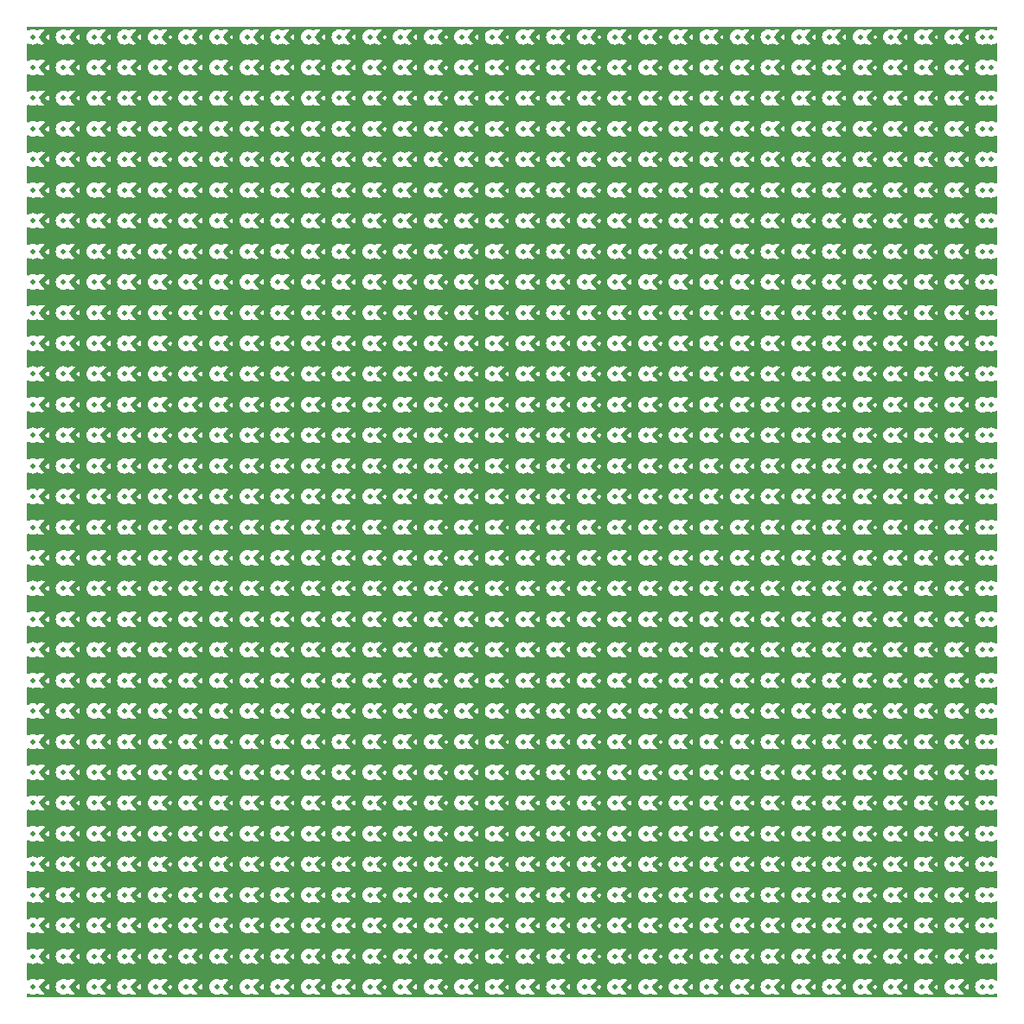
<source format=gbr>
%TF.GenerationSoftware,KiCad,Pcbnew,8.0.2*%
%TF.CreationDate,2024-07-20T19:47:13-05:00*%
%TF.ProjectId,pixel_grid,70697865-6c5f-4677-9269-642e6b696361,rev?*%
%TF.SameCoordinates,Original*%
%TF.FileFunction,Copper,L2,Inr*%
%TF.FilePolarity,Positive*%
%FSLAX46Y46*%
G04 Gerber Fmt 4.6, Leading zero omitted, Abs format (unit mm)*
G04 Created by KiCad (PCBNEW 8.0.2) date 2024-07-20 19:47:13*
%MOMM*%
%LPD*%
G01*
G04 APERTURE LIST*
%TA.AperFunction,ComponentPad*%
%ADD10C,0.500000*%
%TD*%
G04 APERTURE END LIST*
D10*
%TO.N,+5V*%
%TO.C,D1024*%
X113425000Y-113000000D03*
%TO.N,GND*%
X112575000Y-113000000D03*
%TD*%
%TO.N,+5V*%
%TO.C,D1023*%
X110425000Y-113000000D03*
%TO.N,GND*%
X109575000Y-113000000D03*
%TD*%
%TO.N,+5V*%
%TO.C,D1022*%
X107425000Y-113000000D03*
%TO.N,GND*%
X106575000Y-113000000D03*
%TD*%
%TO.N,+5V*%
%TO.C,D1021*%
X104425000Y-113000000D03*
%TO.N,GND*%
X103575000Y-113000000D03*
%TD*%
%TO.N,+5V*%
%TO.C,D1020*%
X101425000Y-113000000D03*
%TO.N,GND*%
X100575000Y-113000000D03*
%TD*%
%TO.N,+5V*%
%TO.C,D1019*%
X98425000Y-113000000D03*
%TO.N,GND*%
X97575000Y-113000000D03*
%TD*%
%TO.N,+5V*%
%TO.C,D1018*%
X95425000Y-113000000D03*
%TO.N,GND*%
X94575000Y-113000000D03*
%TD*%
%TO.N,+5V*%
%TO.C,D1017*%
X92425000Y-113000000D03*
%TO.N,GND*%
X91575000Y-113000000D03*
%TD*%
%TO.N,+5V*%
%TO.C,D1016*%
X89425000Y-113000000D03*
%TO.N,GND*%
X88575000Y-113000000D03*
%TD*%
%TO.N,+5V*%
%TO.C,D1015*%
X86425000Y-113000000D03*
%TO.N,GND*%
X85575000Y-113000000D03*
%TD*%
%TO.N,+5V*%
%TO.C,D1014*%
X83425000Y-113000000D03*
%TO.N,GND*%
X82575000Y-113000000D03*
%TD*%
%TO.N,+5V*%
%TO.C,D1013*%
X80425000Y-113000000D03*
%TO.N,GND*%
X79575000Y-113000000D03*
%TD*%
%TO.N,+5V*%
%TO.C,D1012*%
X77425000Y-113000000D03*
%TO.N,GND*%
X76575000Y-113000000D03*
%TD*%
%TO.N,+5V*%
%TO.C,D1011*%
X74425000Y-113000000D03*
%TO.N,GND*%
X73575000Y-113000000D03*
%TD*%
%TO.N,+5V*%
%TO.C,D1010*%
X71425000Y-113000000D03*
%TO.N,GND*%
X70575000Y-113000000D03*
%TD*%
%TO.N,+5V*%
%TO.C,D1009*%
X68425000Y-113000000D03*
%TO.N,GND*%
X67575000Y-113000000D03*
%TD*%
%TO.N,+5V*%
%TO.C,D1008*%
X65425000Y-113000000D03*
%TO.N,GND*%
X64575000Y-113000000D03*
%TD*%
%TO.N,+5V*%
%TO.C,D1007*%
X62425000Y-113000000D03*
%TO.N,GND*%
X61575000Y-113000000D03*
%TD*%
%TO.N,+5V*%
%TO.C,D1006*%
X59425000Y-113000000D03*
%TO.N,GND*%
X58575000Y-113000000D03*
%TD*%
%TO.N,+5V*%
%TO.C,D1005*%
X56425000Y-113000000D03*
%TO.N,GND*%
X55575000Y-113000000D03*
%TD*%
%TO.N,+5V*%
%TO.C,D1004*%
X53425000Y-113000000D03*
%TO.N,GND*%
X52575000Y-113000000D03*
%TD*%
%TO.N,+5V*%
%TO.C,D1003*%
X50425000Y-113000000D03*
%TO.N,GND*%
X49575000Y-113000000D03*
%TD*%
%TO.N,+5V*%
%TO.C,D1002*%
X47425000Y-113000000D03*
%TO.N,GND*%
X46575000Y-113000000D03*
%TD*%
%TO.N,+5V*%
%TO.C,D1001*%
X44425000Y-113000000D03*
%TO.N,GND*%
X43575000Y-113000000D03*
%TD*%
%TO.N,+5V*%
%TO.C,D1000*%
X41425000Y-113000000D03*
%TO.N,GND*%
X40575000Y-113000000D03*
%TD*%
%TO.N,+5V*%
%TO.C,D999*%
X38425000Y-113000000D03*
%TO.N,GND*%
X37575000Y-113000000D03*
%TD*%
%TO.N,+5V*%
%TO.C,D998*%
X35425000Y-113000000D03*
%TO.N,GND*%
X34575000Y-113000000D03*
%TD*%
%TO.N,+5V*%
%TO.C,D997*%
X32425000Y-113000000D03*
%TO.N,GND*%
X31575000Y-113000000D03*
%TD*%
%TO.N,+5V*%
%TO.C,D996*%
X29425000Y-113000000D03*
%TO.N,GND*%
X28575000Y-113000000D03*
%TD*%
%TO.N,+5V*%
%TO.C,D995*%
X26425000Y-113000000D03*
%TO.N,GND*%
X25575000Y-113000000D03*
%TD*%
%TO.N,+5V*%
%TO.C,D994*%
X23425000Y-113000000D03*
%TO.N,GND*%
X22575000Y-113000000D03*
%TD*%
%TO.N,+5V*%
%TO.C,D993*%
X20425000Y-113000000D03*
%TO.N,GND*%
X19575000Y-113000000D03*
%TD*%
%TO.N,+5V*%
%TO.C,D992*%
X113425000Y-110000000D03*
%TO.N,GND*%
X112575000Y-110000000D03*
%TD*%
%TO.N,+5V*%
%TO.C,D991*%
X110425000Y-110000000D03*
%TO.N,GND*%
X109575000Y-110000000D03*
%TD*%
%TO.N,+5V*%
%TO.C,D990*%
X107425000Y-110000000D03*
%TO.N,GND*%
X106575000Y-110000000D03*
%TD*%
%TO.N,+5V*%
%TO.C,D989*%
X104425000Y-110000000D03*
%TO.N,GND*%
X103575000Y-110000000D03*
%TD*%
%TO.N,+5V*%
%TO.C,D988*%
X101425000Y-110000000D03*
%TO.N,GND*%
X100575000Y-110000000D03*
%TD*%
%TO.N,+5V*%
%TO.C,D987*%
X98425000Y-110000000D03*
%TO.N,GND*%
X97575000Y-110000000D03*
%TD*%
%TO.N,+5V*%
%TO.C,D986*%
X95425000Y-110000000D03*
%TO.N,GND*%
X94575000Y-110000000D03*
%TD*%
%TO.N,+5V*%
%TO.C,D985*%
X92425000Y-110000000D03*
%TO.N,GND*%
X91575000Y-110000000D03*
%TD*%
%TO.N,+5V*%
%TO.C,D984*%
X89425000Y-110000000D03*
%TO.N,GND*%
X88575000Y-110000000D03*
%TD*%
%TO.N,+5V*%
%TO.C,D983*%
X86425000Y-110000000D03*
%TO.N,GND*%
X85575000Y-110000000D03*
%TD*%
%TO.N,+5V*%
%TO.C,D982*%
X83425000Y-110000000D03*
%TO.N,GND*%
X82575000Y-110000000D03*
%TD*%
%TO.N,+5V*%
%TO.C,D981*%
X80425000Y-110000000D03*
%TO.N,GND*%
X79575000Y-110000000D03*
%TD*%
%TO.N,+5V*%
%TO.C,D980*%
X77425000Y-110000000D03*
%TO.N,GND*%
X76575000Y-110000000D03*
%TD*%
%TO.N,+5V*%
%TO.C,D979*%
X74425000Y-110000000D03*
%TO.N,GND*%
X73575000Y-110000000D03*
%TD*%
%TO.N,+5V*%
%TO.C,D978*%
X71425000Y-110000000D03*
%TO.N,GND*%
X70575000Y-110000000D03*
%TD*%
%TO.N,+5V*%
%TO.C,D977*%
X68425000Y-110000000D03*
%TO.N,GND*%
X67575000Y-110000000D03*
%TD*%
%TO.N,+5V*%
%TO.C,D976*%
X65425000Y-110000000D03*
%TO.N,GND*%
X64575000Y-110000000D03*
%TD*%
%TO.N,+5V*%
%TO.C,D975*%
X62425000Y-110000000D03*
%TO.N,GND*%
X61575000Y-110000000D03*
%TD*%
%TO.N,+5V*%
%TO.C,D974*%
X59425000Y-110000000D03*
%TO.N,GND*%
X58575000Y-110000000D03*
%TD*%
%TO.N,+5V*%
%TO.C,D973*%
X56425000Y-110000000D03*
%TO.N,GND*%
X55575000Y-110000000D03*
%TD*%
%TO.N,+5V*%
%TO.C,D972*%
X53425000Y-110000000D03*
%TO.N,GND*%
X52575000Y-110000000D03*
%TD*%
%TO.N,+5V*%
%TO.C,D971*%
X50425000Y-110000000D03*
%TO.N,GND*%
X49575000Y-110000000D03*
%TD*%
%TO.N,+5V*%
%TO.C,D970*%
X47425000Y-110000000D03*
%TO.N,GND*%
X46575000Y-110000000D03*
%TD*%
%TO.N,+5V*%
%TO.C,D969*%
X44425000Y-110000000D03*
%TO.N,GND*%
X43575000Y-110000000D03*
%TD*%
%TO.N,+5V*%
%TO.C,D968*%
X41425000Y-110000000D03*
%TO.N,GND*%
X40575000Y-110000000D03*
%TD*%
%TO.N,+5V*%
%TO.C,D967*%
X38425000Y-110000000D03*
%TO.N,GND*%
X37575000Y-110000000D03*
%TD*%
%TO.N,+5V*%
%TO.C,D966*%
X35425000Y-110000000D03*
%TO.N,GND*%
X34575000Y-110000000D03*
%TD*%
%TO.N,+5V*%
%TO.C,D965*%
X32425000Y-110000000D03*
%TO.N,GND*%
X31575000Y-110000000D03*
%TD*%
%TO.N,+5V*%
%TO.C,D964*%
X29425000Y-110000000D03*
%TO.N,GND*%
X28575000Y-110000000D03*
%TD*%
%TO.N,+5V*%
%TO.C,D963*%
X26425000Y-110000000D03*
%TO.N,GND*%
X25575000Y-110000000D03*
%TD*%
%TO.N,+5V*%
%TO.C,D962*%
X23425000Y-110000000D03*
%TO.N,GND*%
X22575000Y-110000000D03*
%TD*%
%TO.N,+5V*%
%TO.C,D961*%
X20425000Y-110000000D03*
%TO.N,GND*%
X19575000Y-110000000D03*
%TD*%
%TO.N,+5V*%
%TO.C,D960*%
X113425000Y-107000000D03*
%TO.N,GND*%
X112575000Y-107000000D03*
%TD*%
%TO.N,+5V*%
%TO.C,D959*%
X110425000Y-107000000D03*
%TO.N,GND*%
X109575000Y-107000000D03*
%TD*%
%TO.N,+5V*%
%TO.C,D958*%
X107425000Y-107000000D03*
%TO.N,GND*%
X106575000Y-107000000D03*
%TD*%
%TO.N,+5V*%
%TO.C,D957*%
X104425000Y-107000000D03*
%TO.N,GND*%
X103575000Y-107000000D03*
%TD*%
%TO.N,+5V*%
%TO.C,D956*%
X101425000Y-107000000D03*
%TO.N,GND*%
X100575000Y-107000000D03*
%TD*%
%TO.N,+5V*%
%TO.C,D955*%
X98425000Y-107000000D03*
%TO.N,GND*%
X97575000Y-107000000D03*
%TD*%
%TO.N,+5V*%
%TO.C,D954*%
X95425000Y-107000000D03*
%TO.N,GND*%
X94575000Y-107000000D03*
%TD*%
%TO.N,+5V*%
%TO.C,D953*%
X92425000Y-107000000D03*
%TO.N,GND*%
X91575000Y-107000000D03*
%TD*%
%TO.N,+5V*%
%TO.C,D952*%
X89425000Y-107000000D03*
%TO.N,GND*%
X88575000Y-107000000D03*
%TD*%
%TO.N,+5V*%
%TO.C,D951*%
X86425000Y-107000000D03*
%TO.N,GND*%
X85575000Y-107000000D03*
%TD*%
%TO.N,+5V*%
%TO.C,D950*%
X83425000Y-107000000D03*
%TO.N,GND*%
X82575000Y-107000000D03*
%TD*%
%TO.N,+5V*%
%TO.C,D949*%
X80425000Y-107000000D03*
%TO.N,GND*%
X79575000Y-107000000D03*
%TD*%
%TO.N,+5V*%
%TO.C,D948*%
X77425000Y-107000000D03*
%TO.N,GND*%
X76575000Y-107000000D03*
%TD*%
%TO.N,+5V*%
%TO.C,D947*%
X74425000Y-107000000D03*
%TO.N,GND*%
X73575000Y-107000000D03*
%TD*%
%TO.N,+5V*%
%TO.C,D946*%
X71425000Y-107000000D03*
%TO.N,GND*%
X70575000Y-107000000D03*
%TD*%
%TO.N,+5V*%
%TO.C,D945*%
X68425000Y-107000000D03*
%TO.N,GND*%
X67575000Y-107000000D03*
%TD*%
%TO.N,+5V*%
%TO.C,D944*%
X65425000Y-107000000D03*
%TO.N,GND*%
X64575000Y-107000000D03*
%TD*%
%TO.N,+5V*%
%TO.C,D943*%
X62425000Y-107000000D03*
%TO.N,GND*%
X61575000Y-107000000D03*
%TD*%
%TO.N,+5V*%
%TO.C,D942*%
X59425000Y-107000000D03*
%TO.N,GND*%
X58575000Y-107000000D03*
%TD*%
%TO.N,+5V*%
%TO.C,D941*%
X56425000Y-107000000D03*
%TO.N,GND*%
X55575000Y-107000000D03*
%TD*%
%TO.N,+5V*%
%TO.C,D940*%
X53425000Y-107000000D03*
%TO.N,GND*%
X52575000Y-107000000D03*
%TD*%
%TO.N,+5V*%
%TO.C,D939*%
X50425000Y-107000000D03*
%TO.N,GND*%
X49575000Y-107000000D03*
%TD*%
%TO.N,+5V*%
%TO.C,D938*%
X47425000Y-107000000D03*
%TO.N,GND*%
X46575000Y-107000000D03*
%TD*%
%TO.N,+5V*%
%TO.C,D937*%
X44425000Y-107000000D03*
%TO.N,GND*%
X43575000Y-107000000D03*
%TD*%
%TO.N,+5V*%
%TO.C,D936*%
X41425000Y-107000000D03*
%TO.N,GND*%
X40575000Y-107000000D03*
%TD*%
%TO.N,+5V*%
%TO.C,D935*%
X38425000Y-107000000D03*
%TO.N,GND*%
X37575000Y-107000000D03*
%TD*%
%TO.N,+5V*%
%TO.C,D934*%
X35425000Y-107000000D03*
%TO.N,GND*%
X34575000Y-107000000D03*
%TD*%
%TO.N,+5V*%
%TO.C,D933*%
X32425000Y-107000000D03*
%TO.N,GND*%
X31575000Y-107000000D03*
%TD*%
%TO.N,+5V*%
%TO.C,D932*%
X29425000Y-107000000D03*
%TO.N,GND*%
X28575000Y-107000000D03*
%TD*%
%TO.N,+5V*%
%TO.C,D931*%
X26425000Y-107000000D03*
%TO.N,GND*%
X25575000Y-107000000D03*
%TD*%
%TO.N,+5V*%
%TO.C,D930*%
X23425000Y-107000000D03*
%TO.N,GND*%
X22575000Y-107000000D03*
%TD*%
%TO.N,+5V*%
%TO.C,D929*%
X20425000Y-107000000D03*
%TO.N,GND*%
X19575000Y-107000000D03*
%TD*%
%TO.N,+5V*%
%TO.C,D928*%
X113425000Y-104000000D03*
%TO.N,GND*%
X112575000Y-104000000D03*
%TD*%
%TO.N,+5V*%
%TO.C,D927*%
X110425000Y-104000000D03*
%TO.N,GND*%
X109575000Y-104000000D03*
%TD*%
%TO.N,+5V*%
%TO.C,D926*%
X107425000Y-104000000D03*
%TO.N,GND*%
X106575000Y-104000000D03*
%TD*%
%TO.N,+5V*%
%TO.C,D925*%
X104425000Y-104000000D03*
%TO.N,GND*%
X103575000Y-104000000D03*
%TD*%
%TO.N,+5V*%
%TO.C,D924*%
X101425000Y-104000000D03*
%TO.N,GND*%
X100575000Y-104000000D03*
%TD*%
%TO.N,+5V*%
%TO.C,D923*%
X98425000Y-104000000D03*
%TO.N,GND*%
X97575000Y-104000000D03*
%TD*%
%TO.N,+5V*%
%TO.C,D922*%
X95425000Y-104000000D03*
%TO.N,GND*%
X94575000Y-104000000D03*
%TD*%
%TO.N,+5V*%
%TO.C,D921*%
X92425000Y-104000000D03*
%TO.N,GND*%
X91575000Y-104000000D03*
%TD*%
%TO.N,+5V*%
%TO.C,D920*%
X89425000Y-104000000D03*
%TO.N,GND*%
X88575000Y-104000000D03*
%TD*%
%TO.N,+5V*%
%TO.C,D919*%
X86425000Y-104000000D03*
%TO.N,GND*%
X85575000Y-104000000D03*
%TD*%
%TO.N,+5V*%
%TO.C,D918*%
X83425000Y-104000000D03*
%TO.N,GND*%
X82575000Y-104000000D03*
%TD*%
%TO.N,+5V*%
%TO.C,D917*%
X80425000Y-104000000D03*
%TO.N,GND*%
X79575000Y-104000000D03*
%TD*%
%TO.N,+5V*%
%TO.C,D916*%
X77425000Y-104000000D03*
%TO.N,GND*%
X76575000Y-104000000D03*
%TD*%
%TO.N,+5V*%
%TO.C,D915*%
X74425000Y-104000000D03*
%TO.N,GND*%
X73575000Y-104000000D03*
%TD*%
%TO.N,+5V*%
%TO.C,D914*%
X71425000Y-104000000D03*
%TO.N,GND*%
X70575000Y-104000000D03*
%TD*%
%TO.N,+5V*%
%TO.C,D913*%
X68425000Y-104000000D03*
%TO.N,GND*%
X67575000Y-104000000D03*
%TD*%
%TO.N,+5V*%
%TO.C,D912*%
X65425000Y-104000000D03*
%TO.N,GND*%
X64575000Y-104000000D03*
%TD*%
%TO.N,+5V*%
%TO.C,D911*%
X62425000Y-104000000D03*
%TO.N,GND*%
X61575000Y-104000000D03*
%TD*%
%TO.N,+5V*%
%TO.C,D910*%
X59425000Y-104000000D03*
%TO.N,GND*%
X58575000Y-104000000D03*
%TD*%
%TO.N,+5V*%
%TO.C,D909*%
X56425000Y-104000000D03*
%TO.N,GND*%
X55575000Y-104000000D03*
%TD*%
%TO.N,+5V*%
%TO.C,D908*%
X53425000Y-104000000D03*
%TO.N,GND*%
X52575000Y-104000000D03*
%TD*%
%TO.N,+5V*%
%TO.C,D907*%
X50425000Y-104000000D03*
%TO.N,GND*%
X49575000Y-104000000D03*
%TD*%
%TO.N,+5V*%
%TO.C,D906*%
X47425000Y-104000000D03*
%TO.N,GND*%
X46575000Y-104000000D03*
%TD*%
%TO.N,+5V*%
%TO.C,D905*%
X44425000Y-104000000D03*
%TO.N,GND*%
X43575000Y-104000000D03*
%TD*%
%TO.N,+5V*%
%TO.C,D904*%
X41425000Y-104000000D03*
%TO.N,GND*%
X40575000Y-104000000D03*
%TD*%
%TO.N,+5V*%
%TO.C,D903*%
X38425000Y-104000000D03*
%TO.N,GND*%
X37575000Y-104000000D03*
%TD*%
%TO.N,+5V*%
%TO.C,D902*%
X35425000Y-104000000D03*
%TO.N,GND*%
X34575000Y-104000000D03*
%TD*%
%TO.N,+5V*%
%TO.C,D901*%
X32425000Y-104000000D03*
%TO.N,GND*%
X31575000Y-104000000D03*
%TD*%
%TO.N,+5V*%
%TO.C,D900*%
X29425000Y-104000000D03*
%TO.N,GND*%
X28575000Y-104000000D03*
%TD*%
%TO.N,+5V*%
%TO.C,D899*%
X26425000Y-104000000D03*
%TO.N,GND*%
X25575000Y-104000000D03*
%TD*%
%TO.N,+5V*%
%TO.C,D898*%
X23425000Y-104000000D03*
%TO.N,GND*%
X22575000Y-104000000D03*
%TD*%
%TO.N,+5V*%
%TO.C,D897*%
X20425000Y-104000000D03*
%TO.N,GND*%
X19575000Y-104000000D03*
%TD*%
%TO.N,+5V*%
%TO.C,D896*%
X113425000Y-101000000D03*
%TO.N,GND*%
X112575000Y-101000000D03*
%TD*%
%TO.N,+5V*%
%TO.C,D895*%
X110425000Y-101000000D03*
%TO.N,GND*%
X109575000Y-101000000D03*
%TD*%
%TO.N,+5V*%
%TO.C,D894*%
X107425000Y-101000000D03*
%TO.N,GND*%
X106575000Y-101000000D03*
%TD*%
%TO.N,+5V*%
%TO.C,D893*%
X104425000Y-101000000D03*
%TO.N,GND*%
X103575000Y-101000000D03*
%TD*%
%TO.N,+5V*%
%TO.C,D892*%
X101425000Y-101000000D03*
%TO.N,GND*%
X100575000Y-101000000D03*
%TD*%
%TO.N,+5V*%
%TO.C,D891*%
X98425000Y-101000000D03*
%TO.N,GND*%
X97575000Y-101000000D03*
%TD*%
%TO.N,+5V*%
%TO.C,D890*%
X95425000Y-101000000D03*
%TO.N,GND*%
X94575000Y-101000000D03*
%TD*%
%TO.N,+5V*%
%TO.C,D889*%
X92425000Y-101000000D03*
%TO.N,GND*%
X91575000Y-101000000D03*
%TD*%
%TO.N,+5V*%
%TO.C,D888*%
X89425000Y-101000000D03*
%TO.N,GND*%
X88575000Y-101000000D03*
%TD*%
%TO.N,+5V*%
%TO.C,D887*%
X86425000Y-101000000D03*
%TO.N,GND*%
X85575000Y-101000000D03*
%TD*%
%TO.N,+5V*%
%TO.C,D886*%
X83425000Y-101000000D03*
%TO.N,GND*%
X82575000Y-101000000D03*
%TD*%
%TO.N,+5V*%
%TO.C,D885*%
X80425000Y-101000000D03*
%TO.N,GND*%
X79575000Y-101000000D03*
%TD*%
%TO.N,+5V*%
%TO.C,D884*%
X77425000Y-101000000D03*
%TO.N,GND*%
X76575000Y-101000000D03*
%TD*%
%TO.N,+5V*%
%TO.C,D883*%
X74425000Y-101000000D03*
%TO.N,GND*%
X73575000Y-101000000D03*
%TD*%
%TO.N,+5V*%
%TO.C,D882*%
X71425000Y-101000000D03*
%TO.N,GND*%
X70575000Y-101000000D03*
%TD*%
%TO.N,+5V*%
%TO.C,D881*%
X68425000Y-101000000D03*
%TO.N,GND*%
X67575000Y-101000000D03*
%TD*%
%TO.N,+5V*%
%TO.C,D880*%
X65425000Y-101000000D03*
%TO.N,GND*%
X64575000Y-101000000D03*
%TD*%
%TO.N,+5V*%
%TO.C,D879*%
X62425000Y-101000000D03*
%TO.N,GND*%
X61575000Y-101000000D03*
%TD*%
%TO.N,+5V*%
%TO.C,D878*%
X59425000Y-101000000D03*
%TO.N,GND*%
X58575000Y-101000000D03*
%TD*%
%TO.N,+5V*%
%TO.C,D877*%
X56425000Y-101000000D03*
%TO.N,GND*%
X55575000Y-101000000D03*
%TD*%
%TO.N,+5V*%
%TO.C,D876*%
X53425000Y-101000000D03*
%TO.N,GND*%
X52575000Y-101000000D03*
%TD*%
%TO.N,+5V*%
%TO.C,D875*%
X50425000Y-101000000D03*
%TO.N,GND*%
X49575000Y-101000000D03*
%TD*%
%TO.N,+5V*%
%TO.C,D874*%
X47425000Y-101000000D03*
%TO.N,GND*%
X46575000Y-101000000D03*
%TD*%
%TO.N,+5V*%
%TO.C,D873*%
X44425000Y-101000000D03*
%TO.N,GND*%
X43575000Y-101000000D03*
%TD*%
%TO.N,+5V*%
%TO.C,D872*%
X41425000Y-101000000D03*
%TO.N,GND*%
X40575000Y-101000000D03*
%TD*%
%TO.N,+5V*%
%TO.C,D871*%
X38425000Y-101000000D03*
%TO.N,GND*%
X37575000Y-101000000D03*
%TD*%
%TO.N,+5V*%
%TO.C,D870*%
X35425000Y-101000000D03*
%TO.N,GND*%
X34575000Y-101000000D03*
%TD*%
%TO.N,+5V*%
%TO.C,D869*%
X32425000Y-101000000D03*
%TO.N,GND*%
X31575000Y-101000000D03*
%TD*%
%TO.N,+5V*%
%TO.C,D868*%
X29425000Y-101000000D03*
%TO.N,GND*%
X28575000Y-101000000D03*
%TD*%
%TO.N,+5V*%
%TO.C,D867*%
X26425000Y-101000000D03*
%TO.N,GND*%
X25575000Y-101000000D03*
%TD*%
%TO.N,+5V*%
%TO.C,D866*%
X23425000Y-101000000D03*
%TO.N,GND*%
X22575000Y-101000000D03*
%TD*%
%TO.N,+5V*%
%TO.C,D865*%
X20425000Y-101000000D03*
%TO.N,GND*%
X19575000Y-101000000D03*
%TD*%
%TO.N,+5V*%
%TO.C,D864*%
X113425000Y-98000000D03*
%TO.N,GND*%
X112575000Y-98000000D03*
%TD*%
%TO.N,+5V*%
%TO.C,D863*%
X110425000Y-98000000D03*
%TO.N,GND*%
X109575000Y-98000000D03*
%TD*%
%TO.N,+5V*%
%TO.C,D862*%
X107425000Y-98000000D03*
%TO.N,GND*%
X106575000Y-98000000D03*
%TD*%
%TO.N,+5V*%
%TO.C,D861*%
X104425000Y-98000000D03*
%TO.N,GND*%
X103575000Y-98000000D03*
%TD*%
%TO.N,+5V*%
%TO.C,D860*%
X101425000Y-98000000D03*
%TO.N,GND*%
X100575000Y-98000000D03*
%TD*%
%TO.N,+5V*%
%TO.C,D859*%
X98425000Y-98000000D03*
%TO.N,GND*%
X97575000Y-98000000D03*
%TD*%
%TO.N,+5V*%
%TO.C,D858*%
X95425000Y-98000000D03*
%TO.N,GND*%
X94575000Y-98000000D03*
%TD*%
%TO.N,+5V*%
%TO.C,D857*%
X92425000Y-98000000D03*
%TO.N,GND*%
X91575000Y-98000000D03*
%TD*%
%TO.N,+5V*%
%TO.C,D856*%
X89425000Y-98000000D03*
%TO.N,GND*%
X88575000Y-98000000D03*
%TD*%
%TO.N,+5V*%
%TO.C,D855*%
X86425000Y-98000000D03*
%TO.N,GND*%
X85575000Y-98000000D03*
%TD*%
%TO.N,+5V*%
%TO.C,D854*%
X83425000Y-98000000D03*
%TO.N,GND*%
X82575000Y-98000000D03*
%TD*%
%TO.N,+5V*%
%TO.C,D853*%
X80425000Y-98000000D03*
%TO.N,GND*%
X79575000Y-98000000D03*
%TD*%
%TO.N,+5V*%
%TO.C,D852*%
X77425000Y-98000000D03*
%TO.N,GND*%
X76575000Y-98000000D03*
%TD*%
%TO.N,+5V*%
%TO.C,D851*%
X74425000Y-98000000D03*
%TO.N,GND*%
X73575000Y-98000000D03*
%TD*%
%TO.N,+5V*%
%TO.C,D850*%
X71425000Y-98000000D03*
%TO.N,GND*%
X70575000Y-98000000D03*
%TD*%
%TO.N,+5V*%
%TO.C,D849*%
X68425000Y-98000000D03*
%TO.N,GND*%
X67575000Y-98000000D03*
%TD*%
%TO.N,+5V*%
%TO.C,D848*%
X65425000Y-98000000D03*
%TO.N,GND*%
X64575000Y-98000000D03*
%TD*%
%TO.N,+5V*%
%TO.C,D847*%
X62425000Y-98000000D03*
%TO.N,GND*%
X61575000Y-98000000D03*
%TD*%
%TO.N,+5V*%
%TO.C,D846*%
X59425000Y-98000000D03*
%TO.N,GND*%
X58575000Y-98000000D03*
%TD*%
%TO.N,+5V*%
%TO.C,D845*%
X56425000Y-98000000D03*
%TO.N,GND*%
X55575000Y-98000000D03*
%TD*%
%TO.N,+5V*%
%TO.C,D844*%
X53425000Y-98000000D03*
%TO.N,GND*%
X52575000Y-98000000D03*
%TD*%
%TO.N,+5V*%
%TO.C,D843*%
X50425000Y-98000000D03*
%TO.N,GND*%
X49575000Y-98000000D03*
%TD*%
%TO.N,+5V*%
%TO.C,D842*%
X47425000Y-98000000D03*
%TO.N,GND*%
X46575000Y-98000000D03*
%TD*%
%TO.N,+5V*%
%TO.C,D841*%
X44425000Y-98000000D03*
%TO.N,GND*%
X43575000Y-98000000D03*
%TD*%
%TO.N,+5V*%
%TO.C,D840*%
X41425000Y-98000000D03*
%TO.N,GND*%
X40575000Y-98000000D03*
%TD*%
%TO.N,+5V*%
%TO.C,D839*%
X38425000Y-98000000D03*
%TO.N,GND*%
X37575000Y-98000000D03*
%TD*%
%TO.N,+5V*%
%TO.C,D838*%
X35425000Y-98000000D03*
%TO.N,GND*%
X34575000Y-98000000D03*
%TD*%
%TO.N,+5V*%
%TO.C,D837*%
X32425000Y-98000000D03*
%TO.N,GND*%
X31575000Y-98000000D03*
%TD*%
%TO.N,+5V*%
%TO.C,D836*%
X29425000Y-98000000D03*
%TO.N,GND*%
X28575000Y-98000000D03*
%TD*%
%TO.N,+5V*%
%TO.C,D835*%
X26425000Y-98000000D03*
%TO.N,GND*%
X25575000Y-98000000D03*
%TD*%
%TO.N,+5V*%
%TO.C,D834*%
X23425000Y-98000000D03*
%TO.N,GND*%
X22575000Y-98000000D03*
%TD*%
%TO.N,+5V*%
%TO.C,D833*%
X20425000Y-98000000D03*
%TO.N,GND*%
X19575000Y-98000000D03*
%TD*%
%TO.N,+5V*%
%TO.C,D832*%
X113425000Y-95000000D03*
%TO.N,GND*%
X112575000Y-95000000D03*
%TD*%
%TO.N,+5V*%
%TO.C,D831*%
X110425000Y-95000000D03*
%TO.N,GND*%
X109575000Y-95000000D03*
%TD*%
%TO.N,+5V*%
%TO.C,D830*%
X107425000Y-95000000D03*
%TO.N,GND*%
X106575000Y-95000000D03*
%TD*%
%TO.N,+5V*%
%TO.C,D829*%
X104425000Y-95000000D03*
%TO.N,GND*%
X103575000Y-95000000D03*
%TD*%
%TO.N,+5V*%
%TO.C,D828*%
X101425000Y-95000000D03*
%TO.N,GND*%
X100575000Y-95000000D03*
%TD*%
%TO.N,+5V*%
%TO.C,D827*%
X98425000Y-95000000D03*
%TO.N,GND*%
X97575000Y-95000000D03*
%TD*%
%TO.N,+5V*%
%TO.C,D826*%
X95425000Y-95000000D03*
%TO.N,GND*%
X94575000Y-95000000D03*
%TD*%
%TO.N,+5V*%
%TO.C,D825*%
X92425000Y-95000000D03*
%TO.N,GND*%
X91575000Y-95000000D03*
%TD*%
%TO.N,+5V*%
%TO.C,D824*%
X89425000Y-95000000D03*
%TO.N,GND*%
X88575000Y-95000000D03*
%TD*%
%TO.N,+5V*%
%TO.C,D823*%
X86425000Y-95000000D03*
%TO.N,GND*%
X85575000Y-95000000D03*
%TD*%
%TO.N,+5V*%
%TO.C,D822*%
X83425000Y-95000000D03*
%TO.N,GND*%
X82575000Y-95000000D03*
%TD*%
%TO.N,+5V*%
%TO.C,D821*%
X80425000Y-95000000D03*
%TO.N,GND*%
X79575000Y-95000000D03*
%TD*%
%TO.N,+5V*%
%TO.C,D820*%
X77425000Y-95000000D03*
%TO.N,GND*%
X76575000Y-95000000D03*
%TD*%
%TO.N,+5V*%
%TO.C,D819*%
X74425000Y-95000000D03*
%TO.N,GND*%
X73575000Y-95000000D03*
%TD*%
%TO.N,+5V*%
%TO.C,D818*%
X71425000Y-95000000D03*
%TO.N,GND*%
X70575000Y-95000000D03*
%TD*%
%TO.N,+5V*%
%TO.C,D817*%
X68425000Y-95000000D03*
%TO.N,GND*%
X67575000Y-95000000D03*
%TD*%
%TO.N,+5V*%
%TO.C,D816*%
X65425000Y-95000000D03*
%TO.N,GND*%
X64575000Y-95000000D03*
%TD*%
%TO.N,+5V*%
%TO.C,D815*%
X62425000Y-95000000D03*
%TO.N,GND*%
X61575000Y-95000000D03*
%TD*%
%TO.N,+5V*%
%TO.C,D814*%
X59425000Y-95000000D03*
%TO.N,GND*%
X58575000Y-95000000D03*
%TD*%
%TO.N,+5V*%
%TO.C,D813*%
X56425000Y-95000000D03*
%TO.N,GND*%
X55575000Y-95000000D03*
%TD*%
%TO.N,+5V*%
%TO.C,D812*%
X53425000Y-95000000D03*
%TO.N,GND*%
X52575000Y-95000000D03*
%TD*%
%TO.N,+5V*%
%TO.C,D811*%
X50425000Y-95000000D03*
%TO.N,GND*%
X49575000Y-95000000D03*
%TD*%
%TO.N,+5V*%
%TO.C,D810*%
X47425000Y-95000000D03*
%TO.N,GND*%
X46575000Y-95000000D03*
%TD*%
%TO.N,+5V*%
%TO.C,D809*%
X44425000Y-95000000D03*
%TO.N,GND*%
X43575000Y-95000000D03*
%TD*%
%TO.N,+5V*%
%TO.C,D808*%
X41425000Y-95000000D03*
%TO.N,GND*%
X40575000Y-95000000D03*
%TD*%
%TO.N,+5V*%
%TO.C,D807*%
X38425000Y-95000000D03*
%TO.N,GND*%
X37575000Y-95000000D03*
%TD*%
%TO.N,+5V*%
%TO.C,D806*%
X35425000Y-95000000D03*
%TO.N,GND*%
X34575000Y-95000000D03*
%TD*%
%TO.N,+5V*%
%TO.C,D805*%
X32425000Y-95000000D03*
%TO.N,GND*%
X31575000Y-95000000D03*
%TD*%
%TO.N,+5V*%
%TO.C,D804*%
X29425000Y-95000000D03*
%TO.N,GND*%
X28575000Y-95000000D03*
%TD*%
%TO.N,+5V*%
%TO.C,D803*%
X26425000Y-95000000D03*
%TO.N,GND*%
X25575000Y-95000000D03*
%TD*%
%TO.N,+5V*%
%TO.C,D802*%
X23425000Y-95000000D03*
%TO.N,GND*%
X22575000Y-95000000D03*
%TD*%
%TO.N,+5V*%
%TO.C,D801*%
X20425000Y-95000000D03*
%TO.N,GND*%
X19575000Y-95000000D03*
%TD*%
%TO.N,+5V*%
%TO.C,D800*%
X113425000Y-92000000D03*
%TO.N,GND*%
X112575000Y-92000000D03*
%TD*%
%TO.N,+5V*%
%TO.C,D799*%
X110425000Y-92000000D03*
%TO.N,GND*%
X109575000Y-92000000D03*
%TD*%
%TO.N,+5V*%
%TO.C,D798*%
X107425000Y-92000000D03*
%TO.N,GND*%
X106575000Y-92000000D03*
%TD*%
%TO.N,+5V*%
%TO.C,D797*%
X104425000Y-92000000D03*
%TO.N,GND*%
X103575000Y-92000000D03*
%TD*%
%TO.N,+5V*%
%TO.C,D796*%
X101425000Y-92000000D03*
%TO.N,GND*%
X100575000Y-92000000D03*
%TD*%
%TO.N,+5V*%
%TO.C,D795*%
X98425000Y-92000000D03*
%TO.N,GND*%
X97575000Y-92000000D03*
%TD*%
%TO.N,+5V*%
%TO.C,D794*%
X95425000Y-92000000D03*
%TO.N,GND*%
X94575000Y-92000000D03*
%TD*%
%TO.N,+5V*%
%TO.C,D793*%
X92425000Y-92000000D03*
%TO.N,GND*%
X91575000Y-92000000D03*
%TD*%
%TO.N,+5V*%
%TO.C,D792*%
X89425000Y-92000000D03*
%TO.N,GND*%
X88575000Y-92000000D03*
%TD*%
%TO.N,+5V*%
%TO.C,D791*%
X86425000Y-92000000D03*
%TO.N,GND*%
X85575000Y-92000000D03*
%TD*%
%TO.N,+5V*%
%TO.C,D790*%
X83425000Y-92000000D03*
%TO.N,GND*%
X82575000Y-92000000D03*
%TD*%
%TO.N,+5V*%
%TO.C,D789*%
X80425000Y-92000000D03*
%TO.N,GND*%
X79575000Y-92000000D03*
%TD*%
%TO.N,+5V*%
%TO.C,D788*%
X77425000Y-92000000D03*
%TO.N,GND*%
X76575000Y-92000000D03*
%TD*%
%TO.N,+5V*%
%TO.C,D787*%
X74425000Y-92000000D03*
%TO.N,GND*%
X73575000Y-92000000D03*
%TD*%
%TO.N,+5V*%
%TO.C,D786*%
X71425000Y-92000000D03*
%TO.N,GND*%
X70575000Y-92000000D03*
%TD*%
%TO.N,+5V*%
%TO.C,D785*%
X68425000Y-92000000D03*
%TO.N,GND*%
X67575000Y-92000000D03*
%TD*%
%TO.N,+5V*%
%TO.C,D784*%
X65425000Y-92000000D03*
%TO.N,GND*%
X64575000Y-92000000D03*
%TD*%
%TO.N,+5V*%
%TO.C,D783*%
X62425000Y-92000000D03*
%TO.N,GND*%
X61575000Y-92000000D03*
%TD*%
%TO.N,+5V*%
%TO.C,D782*%
X59425000Y-92000000D03*
%TO.N,GND*%
X58575000Y-92000000D03*
%TD*%
%TO.N,+5V*%
%TO.C,D781*%
X56425000Y-92000000D03*
%TO.N,GND*%
X55575000Y-92000000D03*
%TD*%
%TO.N,+5V*%
%TO.C,D780*%
X53425000Y-92000000D03*
%TO.N,GND*%
X52575000Y-92000000D03*
%TD*%
%TO.N,+5V*%
%TO.C,D779*%
X50425000Y-92000000D03*
%TO.N,GND*%
X49575000Y-92000000D03*
%TD*%
%TO.N,+5V*%
%TO.C,D778*%
X47425000Y-92000000D03*
%TO.N,GND*%
X46575000Y-92000000D03*
%TD*%
%TO.N,+5V*%
%TO.C,D777*%
X44425000Y-92000000D03*
%TO.N,GND*%
X43575000Y-92000000D03*
%TD*%
%TO.N,+5V*%
%TO.C,D776*%
X41425000Y-92000000D03*
%TO.N,GND*%
X40575000Y-92000000D03*
%TD*%
%TO.N,+5V*%
%TO.C,D775*%
X38425000Y-92000000D03*
%TO.N,GND*%
X37575000Y-92000000D03*
%TD*%
%TO.N,+5V*%
%TO.C,D774*%
X35425000Y-92000000D03*
%TO.N,GND*%
X34575000Y-92000000D03*
%TD*%
%TO.N,+5V*%
%TO.C,D773*%
X32425000Y-92000000D03*
%TO.N,GND*%
X31575000Y-92000000D03*
%TD*%
%TO.N,+5V*%
%TO.C,D772*%
X29425000Y-92000000D03*
%TO.N,GND*%
X28575000Y-92000000D03*
%TD*%
%TO.N,+5V*%
%TO.C,D771*%
X26425000Y-92000000D03*
%TO.N,GND*%
X25575000Y-92000000D03*
%TD*%
%TO.N,+5V*%
%TO.C,D770*%
X23425000Y-92000000D03*
%TO.N,GND*%
X22575000Y-92000000D03*
%TD*%
%TO.N,+5V*%
%TO.C,D769*%
X20425000Y-92000000D03*
%TO.N,GND*%
X19575000Y-92000000D03*
%TD*%
%TO.N,+5V*%
%TO.C,D768*%
X113425000Y-89000000D03*
%TO.N,GND*%
X112575000Y-89000000D03*
%TD*%
%TO.N,+5V*%
%TO.C,D767*%
X110425000Y-89000000D03*
%TO.N,GND*%
X109575000Y-89000000D03*
%TD*%
%TO.N,+5V*%
%TO.C,D766*%
X107425000Y-89000000D03*
%TO.N,GND*%
X106575000Y-89000000D03*
%TD*%
%TO.N,+5V*%
%TO.C,D765*%
X104425000Y-89000000D03*
%TO.N,GND*%
X103575000Y-89000000D03*
%TD*%
%TO.N,+5V*%
%TO.C,D764*%
X101425000Y-89000000D03*
%TO.N,GND*%
X100575000Y-89000000D03*
%TD*%
%TO.N,+5V*%
%TO.C,D763*%
X98425000Y-89000000D03*
%TO.N,GND*%
X97575000Y-89000000D03*
%TD*%
%TO.N,+5V*%
%TO.C,D762*%
X95425000Y-89000000D03*
%TO.N,GND*%
X94575000Y-89000000D03*
%TD*%
%TO.N,+5V*%
%TO.C,D761*%
X92425000Y-89000000D03*
%TO.N,GND*%
X91575000Y-89000000D03*
%TD*%
%TO.N,+5V*%
%TO.C,D760*%
X89425000Y-89000000D03*
%TO.N,GND*%
X88575000Y-89000000D03*
%TD*%
%TO.N,+5V*%
%TO.C,D759*%
X86425000Y-89000000D03*
%TO.N,GND*%
X85575000Y-89000000D03*
%TD*%
%TO.N,+5V*%
%TO.C,D758*%
X83425000Y-89000000D03*
%TO.N,GND*%
X82575000Y-89000000D03*
%TD*%
%TO.N,+5V*%
%TO.C,D757*%
X80425000Y-89000000D03*
%TO.N,GND*%
X79575000Y-89000000D03*
%TD*%
%TO.N,+5V*%
%TO.C,D756*%
X77425000Y-89000000D03*
%TO.N,GND*%
X76575000Y-89000000D03*
%TD*%
%TO.N,+5V*%
%TO.C,D755*%
X74425000Y-89000000D03*
%TO.N,GND*%
X73575000Y-89000000D03*
%TD*%
%TO.N,+5V*%
%TO.C,D754*%
X71425000Y-89000000D03*
%TO.N,GND*%
X70575000Y-89000000D03*
%TD*%
%TO.N,+5V*%
%TO.C,D753*%
X68425000Y-89000000D03*
%TO.N,GND*%
X67575000Y-89000000D03*
%TD*%
%TO.N,+5V*%
%TO.C,D752*%
X65425000Y-89000000D03*
%TO.N,GND*%
X64575000Y-89000000D03*
%TD*%
%TO.N,+5V*%
%TO.C,D751*%
X62425000Y-89000000D03*
%TO.N,GND*%
X61575000Y-89000000D03*
%TD*%
%TO.N,+5V*%
%TO.C,D750*%
X59425000Y-89000000D03*
%TO.N,GND*%
X58575000Y-89000000D03*
%TD*%
%TO.N,+5V*%
%TO.C,D749*%
X56425000Y-89000000D03*
%TO.N,GND*%
X55575000Y-89000000D03*
%TD*%
%TO.N,+5V*%
%TO.C,D748*%
X53425000Y-89000000D03*
%TO.N,GND*%
X52575000Y-89000000D03*
%TD*%
%TO.N,+5V*%
%TO.C,D747*%
X50425000Y-89000000D03*
%TO.N,GND*%
X49575000Y-89000000D03*
%TD*%
%TO.N,+5V*%
%TO.C,D746*%
X47425000Y-89000000D03*
%TO.N,GND*%
X46575000Y-89000000D03*
%TD*%
%TO.N,+5V*%
%TO.C,D745*%
X44425000Y-89000000D03*
%TO.N,GND*%
X43575000Y-89000000D03*
%TD*%
%TO.N,+5V*%
%TO.C,D744*%
X41425000Y-89000000D03*
%TO.N,GND*%
X40575000Y-89000000D03*
%TD*%
%TO.N,+5V*%
%TO.C,D743*%
X38425000Y-89000000D03*
%TO.N,GND*%
X37575000Y-89000000D03*
%TD*%
%TO.N,+5V*%
%TO.C,D742*%
X35425000Y-89000000D03*
%TO.N,GND*%
X34575000Y-89000000D03*
%TD*%
%TO.N,+5V*%
%TO.C,D741*%
X32425000Y-89000000D03*
%TO.N,GND*%
X31575000Y-89000000D03*
%TD*%
%TO.N,+5V*%
%TO.C,D740*%
X29425000Y-89000000D03*
%TO.N,GND*%
X28575000Y-89000000D03*
%TD*%
%TO.N,+5V*%
%TO.C,D739*%
X26425000Y-89000000D03*
%TO.N,GND*%
X25575000Y-89000000D03*
%TD*%
%TO.N,+5V*%
%TO.C,D738*%
X23425000Y-89000000D03*
%TO.N,GND*%
X22575000Y-89000000D03*
%TD*%
%TO.N,+5V*%
%TO.C,D737*%
X20425000Y-89000000D03*
%TO.N,GND*%
X19575000Y-89000000D03*
%TD*%
%TO.N,+5V*%
%TO.C,D736*%
X113425000Y-86000000D03*
%TO.N,GND*%
X112575000Y-86000000D03*
%TD*%
%TO.N,+5V*%
%TO.C,D735*%
X110425000Y-86000000D03*
%TO.N,GND*%
X109575000Y-86000000D03*
%TD*%
%TO.N,+5V*%
%TO.C,D734*%
X107425000Y-86000000D03*
%TO.N,GND*%
X106575000Y-86000000D03*
%TD*%
%TO.N,+5V*%
%TO.C,D733*%
X104425000Y-86000000D03*
%TO.N,GND*%
X103575000Y-86000000D03*
%TD*%
%TO.N,+5V*%
%TO.C,D732*%
X101425000Y-86000000D03*
%TO.N,GND*%
X100575000Y-86000000D03*
%TD*%
%TO.N,+5V*%
%TO.C,D731*%
X98425000Y-86000000D03*
%TO.N,GND*%
X97575000Y-86000000D03*
%TD*%
%TO.N,+5V*%
%TO.C,D730*%
X95425000Y-86000000D03*
%TO.N,GND*%
X94575000Y-86000000D03*
%TD*%
%TO.N,+5V*%
%TO.C,D729*%
X92425000Y-86000000D03*
%TO.N,GND*%
X91575000Y-86000000D03*
%TD*%
%TO.N,+5V*%
%TO.C,D728*%
X89425000Y-86000000D03*
%TO.N,GND*%
X88575000Y-86000000D03*
%TD*%
%TO.N,+5V*%
%TO.C,D727*%
X86425000Y-86000000D03*
%TO.N,GND*%
X85575000Y-86000000D03*
%TD*%
%TO.N,+5V*%
%TO.C,D726*%
X83425000Y-86000000D03*
%TO.N,GND*%
X82575000Y-86000000D03*
%TD*%
%TO.N,+5V*%
%TO.C,D725*%
X80425000Y-86000000D03*
%TO.N,GND*%
X79575000Y-86000000D03*
%TD*%
%TO.N,+5V*%
%TO.C,D724*%
X77425000Y-86000000D03*
%TO.N,GND*%
X76575000Y-86000000D03*
%TD*%
%TO.N,+5V*%
%TO.C,D723*%
X74425000Y-86000000D03*
%TO.N,GND*%
X73575000Y-86000000D03*
%TD*%
%TO.N,+5V*%
%TO.C,D722*%
X71425000Y-86000000D03*
%TO.N,GND*%
X70575000Y-86000000D03*
%TD*%
%TO.N,+5V*%
%TO.C,D721*%
X68425000Y-86000000D03*
%TO.N,GND*%
X67575000Y-86000000D03*
%TD*%
%TO.N,+5V*%
%TO.C,D720*%
X65425000Y-86000000D03*
%TO.N,GND*%
X64575000Y-86000000D03*
%TD*%
%TO.N,+5V*%
%TO.C,D719*%
X62425000Y-86000000D03*
%TO.N,GND*%
X61575000Y-86000000D03*
%TD*%
%TO.N,+5V*%
%TO.C,D718*%
X59425000Y-86000000D03*
%TO.N,GND*%
X58575000Y-86000000D03*
%TD*%
%TO.N,+5V*%
%TO.C,D717*%
X56425000Y-86000000D03*
%TO.N,GND*%
X55575000Y-86000000D03*
%TD*%
%TO.N,+5V*%
%TO.C,D716*%
X53425000Y-86000000D03*
%TO.N,GND*%
X52575000Y-86000000D03*
%TD*%
%TO.N,+5V*%
%TO.C,D715*%
X50425000Y-86000000D03*
%TO.N,GND*%
X49575000Y-86000000D03*
%TD*%
%TO.N,+5V*%
%TO.C,D714*%
X47425000Y-86000000D03*
%TO.N,GND*%
X46575000Y-86000000D03*
%TD*%
%TO.N,+5V*%
%TO.C,D713*%
X44425000Y-86000000D03*
%TO.N,GND*%
X43575000Y-86000000D03*
%TD*%
%TO.N,+5V*%
%TO.C,D712*%
X41425000Y-86000000D03*
%TO.N,GND*%
X40575000Y-86000000D03*
%TD*%
%TO.N,+5V*%
%TO.C,D711*%
X38425000Y-86000000D03*
%TO.N,GND*%
X37575000Y-86000000D03*
%TD*%
%TO.N,+5V*%
%TO.C,D710*%
X35425000Y-86000000D03*
%TO.N,GND*%
X34575000Y-86000000D03*
%TD*%
%TO.N,+5V*%
%TO.C,D709*%
X32425000Y-86000000D03*
%TO.N,GND*%
X31575000Y-86000000D03*
%TD*%
%TO.N,+5V*%
%TO.C,D708*%
X29425000Y-86000000D03*
%TO.N,GND*%
X28575000Y-86000000D03*
%TD*%
%TO.N,+5V*%
%TO.C,D707*%
X26425000Y-86000000D03*
%TO.N,GND*%
X25575000Y-86000000D03*
%TD*%
%TO.N,+5V*%
%TO.C,D706*%
X23425000Y-86000000D03*
%TO.N,GND*%
X22575000Y-86000000D03*
%TD*%
%TO.N,+5V*%
%TO.C,D705*%
X20425000Y-86000000D03*
%TO.N,GND*%
X19575000Y-86000000D03*
%TD*%
%TO.N,+5V*%
%TO.C,D704*%
X113425000Y-83000000D03*
%TO.N,GND*%
X112575000Y-83000000D03*
%TD*%
%TO.N,+5V*%
%TO.C,D703*%
X110425000Y-83000000D03*
%TO.N,GND*%
X109575000Y-83000000D03*
%TD*%
%TO.N,+5V*%
%TO.C,D702*%
X107425000Y-83000000D03*
%TO.N,GND*%
X106575000Y-83000000D03*
%TD*%
%TO.N,+5V*%
%TO.C,D701*%
X104425000Y-83000000D03*
%TO.N,GND*%
X103575000Y-83000000D03*
%TD*%
%TO.N,+5V*%
%TO.C,D700*%
X101425000Y-83000000D03*
%TO.N,GND*%
X100575000Y-83000000D03*
%TD*%
%TO.N,+5V*%
%TO.C,D699*%
X98425000Y-83000000D03*
%TO.N,GND*%
X97575000Y-83000000D03*
%TD*%
%TO.N,+5V*%
%TO.C,D698*%
X95425000Y-83000000D03*
%TO.N,GND*%
X94575000Y-83000000D03*
%TD*%
%TO.N,+5V*%
%TO.C,D697*%
X92425000Y-83000000D03*
%TO.N,GND*%
X91575000Y-83000000D03*
%TD*%
%TO.N,+5V*%
%TO.C,D696*%
X89425000Y-83000000D03*
%TO.N,GND*%
X88575000Y-83000000D03*
%TD*%
%TO.N,+5V*%
%TO.C,D695*%
X86425000Y-83000000D03*
%TO.N,GND*%
X85575000Y-83000000D03*
%TD*%
%TO.N,+5V*%
%TO.C,D694*%
X83425000Y-83000000D03*
%TO.N,GND*%
X82575000Y-83000000D03*
%TD*%
%TO.N,+5V*%
%TO.C,D693*%
X80425000Y-83000000D03*
%TO.N,GND*%
X79575000Y-83000000D03*
%TD*%
%TO.N,+5V*%
%TO.C,D692*%
X77425000Y-83000000D03*
%TO.N,GND*%
X76575000Y-83000000D03*
%TD*%
%TO.N,+5V*%
%TO.C,D691*%
X74425000Y-83000000D03*
%TO.N,GND*%
X73575000Y-83000000D03*
%TD*%
%TO.N,+5V*%
%TO.C,D690*%
X71425000Y-83000000D03*
%TO.N,GND*%
X70575000Y-83000000D03*
%TD*%
%TO.N,+5V*%
%TO.C,D689*%
X68425000Y-83000000D03*
%TO.N,GND*%
X67575000Y-83000000D03*
%TD*%
%TO.N,+5V*%
%TO.C,D688*%
X65425000Y-83000000D03*
%TO.N,GND*%
X64575000Y-83000000D03*
%TD*%
%TO.N,+5V*%
%TO.C,D687*%
X62425000Y-83000000D03*
%TO.N,GND*%
X61575000Y-83000000D03*
%TD*%
%TO.N,+5V*%
%TO.C,D686*%
X59425000Y-83000000D03*
%TO.N,GND*%
X58575000Y-83000000D03*
%TD*%
%TO.N,+5V*%
%TO.C,D685*%
X56425000Y-83000000D03*
%TO.N,GND*%
X55575000Y-83000000D03*
%TD*%
%TO.N,+5V*%
%TO.C,D684*%
X53425000Y-83000000D03*
%TO.N,GND*%
X52575000Y-83000000D03*
%TD*%
%TO.N,+5V*%
%TO.C,D683*%
X50425000Y-83000000D03*
%TO.N,GND*%
X49575000Y-83000000D03*
%TD*%
%TO.N,+5V*%
%TO.C,D682*%
X47425000Y-83000000D03*
%TO.N,GND*%
X46575000Y-83000000D03*
%TD*%
%TO.N,+5V*%
%TO.C,D681*%
X44425000Y-83000000D03*
%TO.N,GND*%
X43575000Y-83000000D03*
%TD*%
%TO.N,+5V*%
%TO.C,D680*%
X41425000Y-83000000D03*
%TO.N,GND*%
X40575000Y-83000000D03*
%TD*%
%TO.N,+5V*%
%TO.C,D679*%
X38425000Y-83000000D03*
%TO.N,GND*%
X37575000Y-83000000D03*
%TD*%
%TO.N,+5V*%
%TO.C,D678*%
X35425000Y-83000000D03*
%TO.N,GND*%
X34575000Y-83000000D03*
%TD*%
%TO.N,+5V*%
%TO.C,D677*%
X32425000Y-83000000D03*
%TO.N,GND*%
X31575000Y-83000000D03*
%TD*%
%TO.N,+5V*%
%TO.C,D676*%
X29425000Y-83000000D03*
%TO.N,GND*%
X28575000Y-83000000D03*
%TD*%
%TO.N,+5V*%
%TO.C,D675*%
X26425000Y-83000000D03*
%TO.N,GND*%
X25575000Y-83000000D03*
%TD*%
%TO.N,+5V*%
%TO.C,D674*%
X23425000Y-83000000D03*
%TO.N,GND*%
X22575000Y-83000000D03*
%TD*%
%TO.N,+5V*%
%TO.C,D673*%
X20425000Y-83000000D03*
%TO.N,GND*%
X19575000Y-83000000D03*
%TD*%
%TO.N,+5V*%
%TO.C,D672*%
X113425000Y-80000000D03*
%TO.N,GND*%
X112575000Y-80000000D03*
%TD*%
%TO.N,+5V*%
%TO.C,D671*%
X110425000Y-80000000D03*
%TO.N,GND*%
X109575000Y-80000000D03*
%TD*%
%TO.N,+5V*%
%TO.C,D670*%
X107425000Y-80000000D03*
%TO.N,GND*%
X106575000Y-80000000D03*
%TD*%
%TO.N,+5V*%
%TO.C,D669*%
X104425000Y-80000000D03*
%TO.N,GND*%
X103575000Y-80000000D03*
%TD*%
%TO.N,+5V*%
%TO.C,D668*%
X101425000Y-80000000D03*
%TO.N,GND*%
X100575000Y-80000000D03*
%TD*%
%TO.N,+5V*%
%TO.C,D667*%
X98425000Y-80000000D03*
%TO.N,GND*%
X97575000Y-80000000D03*
%TD*%
%TO.N,+5V*%
%TO.C,D666*%
X95425000Y-80000000D03*
%TO.N,GND*%
X94575000Y-80000000D03*
%TD*%
%TO.N,+5V*%
%TO.C,D665*%
X92425000Y-80000000D03*
%TO.N,GND*%
X91575000Y-80000000D03*
%TD*%
%TO.N,+5V*%
%TO.C,D664*%
X89425000Y-80000000D03*
%TO.N,GND*%
X88575000Y-80000000D03*
%TD*%
%TO.N,+5V*%
%TO.C,D663*%
X86425000Y-80000000D03*
%TO.N,GND*%
X85575000Y-80000000D03*
%TD*%
%TO.N,+5V*%
%TO.C,D662*%
X83425000Y-80000000D03*
%TO.N,GND*%
X82575000Y-80000000D03*
%TD*%
%TO.N,+5V*%
%TO.C,D661*%
X80425000Y-80000000D03*
%TO.N,GND*%
X79575000Y-80000000D03*
%TD*%
%TO.N,+5V*%
%TO.C,D660*%
X77425000Y-80000000D03*
%TO.N,GND*%
X76575000Y-80000000D03*
%TD*%
%TO.N,+5V*%
%TO.C,D659*%
X74425000Y-80000000D03*
%TO.N,GND*%
X73575000Y-80000000D03*
%TD*%
%TO.N,+5V*%
%TO.C,D658*%
X71425000Y-80000000D03*
%TO.N,GND*%
X70575000Y-80000000D03*
%TD*%
%TO.N,+5V*%
%TO.C,D657*%
X68425000Y-80000000D03*
%TO.N,GND*%
X67575000Y-80000000D03*
%TD*%
%TO.N,+5V*%
%TO.C,D656*%
X65425000Y-80000000D03*
%TO.N,GND*%
X64575000Y-80000000D03*
%TD*%
%TO.N,+5V*%
%TO.C,D655*%
X62425000Y-80000000D03*
%TO.N,GND*%
X61575000Y-80000000D03*
%TD*%
%TO.N,+5V*%
%TO.C,D654*%
X59425000Y-80000000D03*
%TO.N,GND*%
X58575000Y-80000000D03*
%TD*%
%TO.N,+5V*%
%TO.C,D653*%
X56425000Y-80000000D03*
%TO.N,GND*%
X55575000Y-80000000D03*
%TD*%
%TO.N,+5V*%
%TO.C,D652*%
X53425000Y-80000000D03*
%TO.N,GND*%
X52575000Y-80000000D03*
%TD*%
%TO.N,+5V*%
%TO.C,D651*%
X50425000Y-80000000D03*
%TO.N,GND*%
X49575000Y-80000000D03*
%TD*%
%TO.N,+5V*%
%TO.C,D650*%
X47425000Y-80000000D03*
%TO.N,GND*%
X46575000Y-80000000D03*
%TD*%
%TO.N,+5V*%
%TO.C,D649*%
X44425000Y-80000000D03*
%TO.N,GND*%
X43575000Y-80000000D03*
%TD*%
%TO.N,+5V*%
%TO.C,D648*%
X41425000Y-80000000D03*
%TO.N,GND*%
X40575000Y-80000000D03*
%TD*%
%TO.N,+5V*%
%TO.C,D647*%
X38425000Y-80000000D03*
%TO.N,GND*%
X37575000Y-80000000D03*
%TD*%
%TO.N,+5V*%
%TO.C,D646*%
X35425000Y-80000000D03*
%TO.N,GND*%
X34575000Y-80000000D03*
%TD*%
%TO.N,+5V*%
%TO.C,D645*%
X32425000Y-80000000D03*
%TO.N,GND*%
X31575000Y-80000000D03*
%TD*%
%TO.N,+5V*%
%TO.C,D644*%
X29425000Y-80000000D03*
%TO.N,GND*%
X28575000Y-80000000D03*
%TD*%
%TO.N,+5V*%
%TO.C,D643*%
X26425000Y-80000000D03*
%TO.N,GND*%
X25575000Y-80000000D03*
%TD*%
%TO.N,+5V*%
%TO.C,D642*%
X23425000Y-80000000D03*
%TO.N,GND*%
X22575000Y-80000000D03*
%TD*%
%TO.N,+5V*%
%TO.C,D641*%
X20425000Y-80000000D03*
%TO.N,GND*%
X19575000Y-80000000D03*
%TD*%
%TO.N,+5V*%
%TO.C,D640*%
X113425000Y-77000000D03*
%TO.N,GND*%
X112575000Y-77000000D03*
%TD*%
%TO.N,+5V*%
%TO.C,D639*%
X110425000Y-77000000D03*
%TO.N,GND*%
X109575000Y-77000000D03*
%TD*%
%TO.N,+5V*%
%TO.C,D638*%
X107425000Y-77000000D03*
%TO.N,GND*%
X106575000Y-77000000D03*
%TD*%
%TO.N,+5V*%
%TO.C,D637*%
X104425000Y-77000000D03*
%TO.N,GND*%
X103575000Y-77000000D03*
%TD*%
%TO.N,+5V*%
%TO.C,D636*%
X101425000Y-77000000D03*
%TO.N,GND*%
X100575000Y-77000000D03*
%TD*%
%TO.N,+5V*%
%TO.C,D635*%
X98425000Y-77000000D03*
%TO.N,GND*%
X97575000Y-77000000D03*
%TD*%
%TO.N,+5V*%
%TO.C,D634*%
X95425000Y-77000000D03*
%TO.N,GND*%
X94575000Y-77000000D03*
%TD*%
%TO.N,+5V*%
%TO.C,D633*%
X92425000Y-77000000D03*
%TO.N,GND*%
X91575000Y-77000000D03*
%TD*%
%TO.N,+5V*%
%TO.C,D632*%
X89425000Y-77000000D03*
%TO.N,GND*%
X88575000Y-77000000D03*
%TD*%
%TO.N,+5V*%
%TO.C,D631*%
X86425000Y-77000000D03*
%TO.N,GND*%
X85575000Y-77000000D03*
%TD*%
%TO.N,+5V*%
%TO.C,D630*%
X83425000Y-77000000D03*
%TO.N,GND*%
X82575000Y-77000000D03*
%TD*%
%TO.N,+5V*%
%TO.C,D629*%
X80425000Y-77000000D03*
%TO.N,GND*%
X79575000Y-77000000D03*
%TD*%
%TO.N,+5V*%
%TO.C,D628*%
X77425000Y-77000000D03*
%TO.N,GND*%
X76575000Y-77000000D03*
%TD*%
%TO.N,+5V*%
%TO.C,D627*%
X74425000Y-77000000D03*
%TO.N,GND*%
X73575000Y-77000000D03*
%TD*%
%TO.N,+5V*%
%TO.C,D626*%
X71425000Y-77000000D03*
%TO.N,GND*%
X70575000Y-77000000D03*
%TD*%
%TO.N,+5V*%
%TO.C,D625*%
X68425000Y-77000000D03*
%TO.N,GND*%
X67575000Y-77000000D03*
%TD*%
%TO.N,+5V*%
%TO.C,D624*%
X65425000Y-77000000D03*
%TO.N,GND*%
X64575000Y-77000000D03*
%TD*%
%TO.N,+5V*%
%TO.C,D623*%
X62425000Y-77000000D03*
%TO.N,GND*%
X61575000Y-77000000D03*
%TD*%
%TO.N,+5V*%
%TO.C,D622*%
X59425000Y-77000000D03*
%TO.N,GND*%
X58575000Y-77000000D03*
%TD*%
%TO.N,+5V*%
%TO.C,D621*%
X56425000Y-77000000D03*
%TO.N,GND*%
X55575000Y-77000000D03*
%TD*%
%TO.N,+5V*%
%TO.C,D620*%
X53425000Y-77000000D03*
%TO.N,GND*%
X52575000Y-77000000D03*
%TD*%
%TO.N,+5V*%
%TO.C,D619*%
X50425000Y-77000000D03*
%TO.N,GND*%
X49575000Y-77000000D03*
%TD*%
%TO.N,+5V*%
%TO.C,D618*%
X47425000Y-77000000D03*
%TO.N,GND*%
X46575000Y-77000000D03*
%TD*%
%TO.N,+5V*%
%TO.C,D617*%
X44425000Y-77000000D03*
%TO.N,GND*%
X43575000Y-77000000D03*
%TD*%
%TO.N,+5V*%
%TO.C,D616*%
X41425000Y-77000000D03*
%TO.N,GND*%
X40575000Y-77000000D03*
%TD*%
%TO.N,+5V*%
%TO.C,D615*%
X38425000Y-77000000D03*
%TO.N,GND*%
X37575000Y-77000000D03*
%TD*%
%TO.N,+5V*%
%TO.C,D614*%
X35425000Y-77000000D03*
%TO.N,GND*%
X34575000Y-77000000D03*
%TD*%
%TO.N,+5V*%
%TO.C,D613*%
X32425000Y-77000000D03*
%TO.N,GND*%
X31575000Y-77000000D03*
%TD*%
%TO.N,+5V*%
%TO.C,D612*%
X29425000Y-77000000D03*
%TO.N,GND*%
X28575000Y-77000000D03*
%TD*%
%TO.N,+5V*%
%TO.C,D611*%
X26425000Y-77000000D03*
%TO.N,GND*%
X25575000Y-77000000D03*
%TD*%
%TO.N,+5V*%
%TO.C,D610*%
X23425000Y-77000000D03*
%TO.N,GND*%
X22575000Y-77000000D03*
%TD*%
%TO.N,+5V*%
%TO.C,D609*%
X20425000Y-77000000D03*
%TO.N,GND*%
X19575000Y-77000000D03*
%TD*%
%TO.N,+5V*%
%TO.C,D608*%
X113425000Y-74000000D03*
%TO.N,GND*%
X112575000Y-74000000D03*
%TD*%
%TO.N,+5V*%
%TO.C,D607*%
X110425000Y-74000000D03*
%TO.N,GND*%
X109575000Y-74000000D03*
%TD*%
%TO.N,+5V*%
%TO.C,D606*%
X107425000Y-74000000D03*
%TO.N,GND*%
X106575000Y-74000000D03*
%TD*%
%TO.N,+5V*%
%TO.C,D605*%
X104425000Y-74000000D03*
%TO.N,GND*%
X103575000Y-74000000D03*
%TD*%
%TO.N,+5V*%
%TO.C,D604*%
X101425000Y-74000000D03*
%TO.N,GND*%
X100575000Y-74000000D03*
%TD*%
%TO.N,+5V*%
%TO.C,D603*%
X98425000Y-74000000D03*
%TO.N,GND*%
X97575000Y-74000000D03*
%TD*%
%TO.N,+5V*%
%TO.C,D602*%
X95425000Y-74000000D03*
%TO.N,GND*%
X94575000Y-74000000D03*
%TD*%
%TO.N,+5V*%
%TO.C,D601*%
X92425000Y-74000000D03*
%TO.N,GND*%
X91575000Y-74000000D03*
%TD*%
%TO.N,+5V*%
%TO.C,D600*%
X89425000Y-74000000D03*
%TO.N,GND*%
X88575000Y-74000000D03*
%TD*%
%TO.N,+5V*%
%TO.C,D599*%
X86425000Y-74000000D03*
%TO.N,GND*%
X85575000Y-74000000D03*
%TD*%
%TO.N,+5V*%
%TO.C,D598*%
X83425000Y-74000000D03*
%TO.N,GND*%
X82575000Y-74000000D03*
%TD*%
%TO.N,+5V*%
%TO.C,D597*%
X80425000Y-74000000D03*
%TO.N,GND*%
X79575000Y-74000000D03*
%TD*%
%TO.N,+5V*%
%TO.C,D596*%
X77425000Y-74000000D03*
%TO.N,GND*%
X76575000Y-74000000D03*
%TD*%
%TO.N,+5V*%
%TO.C,D595*%
X74425000Y-74000000D03*
%TO.N,GND*%
X73575000Y-74000000D03*
%TD*%
%TO.N,+5V*%
%TO.C,D594*%
X71425000Y-74000000D03*
%TO.N,GND*%
X70575000Y-74000000D03*
%TD*%
%TO.N,+5V*%
%TO.C,D593*%
X68425000Y-74000000D03*
%TO.N,GND*%
X67575000Y-74000000D03*
%TD*%
%TO.N,+5V*%
%TO.C,D592*%
X65425000Y-74000000D03*
%TO.N,GND*%
X64575000Y-74000000D03*
%TD*%
%TO.N,+5V*%
%TO.C,D591*%
X62425000Y-74000000D03*
%TO.N,GND*%
X61575000Y-74000000D03*
%TD*%
%TO.N,+5V*%
%TO.C,D590*%
X59425000Y-74000000D03*
%TO.N,GND*%
X58575000Y-74000000D03*
%TD*%
%TO.N,+5V*%
%TO.C,D589*%
X56425000Y-74000000D03*
%TO.N,GND*%
X55575000Y-74000000D03*
%TD*%
%TO.N,+5V*%
%TO.C,D588*%
X53425000Y-74000000D03*
%TO.N,GND*%
X52575000Y-74000000D03*
%TD*%
%TO.N,+5V*%
%TO.C,D587*%
X50425000Y-74000000D03*
%TO.N,GND*%
X49575000Y-74000000D03*
%TD*%
%TO.N,+5V*%
%TO.C,D586*%
X47425000Y-74000000D03*
%TO.N,GND*%
X46575000Y-74000000D03*
%TD*%
%TO.N,+5V*%
%TO.C,D585*%
X44425000Y-74000000D03*
%TO.N,GND*%
X43575000Y-74000000D03*
%TD*%
%TO.N,+5V*%
%TO.C,D584*%
X41425000Y-74000000D03*
%TO.N,GND*%
X40575000Y-74000000D03*
%TD*%
%TO.N,+5V*%
%TO.C,D583*%
X38425000Y-74000000D03*
%TO.N,GND*%
X37575000Y-74000000D03*
%TD*%
%TO.N,+5V*%
%TO.C,D582*%
X35425000Y-74000000D03*
%TO.N,GND*%
X34575000Y-74000000D03*
%TD*%
%TO.N,+5V*%
%TO.C,D581*%
X32425000Y-74000000D03*
%TO.N,GND*%
X31575000Y-74000000D03*
%TD*%
%TO.N,+5V*%
%TO.C,D580*%
X29425000Y-74000000D03*
%TO.N,GND*%
X28575000Y-74000000D03*
%TD*%
%TO.N,+5V*%
%TO.C,D579*%
X26425000Y-74000000D03*
%TO.N,GND*%
X25575000Y-74000000D03*
%TD*%
%TO.N,+5V*%
%TO.C,D578*%
X23425000Y-74000000D03*
%TO.N,GND*%
X22575000Y-74000000D03*
%TD*%
%TO.N,+5V*%
%TO.C,D577*%
X20425000Y-74000000D03*
%TO.N,GND*%
X19575000Y-74000000D03*
%TD*%
%TO.N,+5V*%
%TO.C,D576*%
X113425000Y-71000000D03*
%TO.N,GND*%
X112575000Y-71000000D03*
%TD*%
%TO.N,+5V*%
%TO.C,D575*%
X110425000Y-71000000D03*
%TO.N,GND*%
X109575000Y-71000000D03*
%TD*%
%TO.N,+5V*%
%TO.C,D574*%
X107425000Y-71000000D03*
%TO.N,GND*%
X106575000Y-71000000D03*
%TD*%
%TO.N,+5V*%
%TO.C,D573*%
X104425000Y-71000000D03*
%TO.N,GND*%
X103575000Y-71000000D03*
%TD*%
%TO.N,+5V*%
%TO.C,D572*%
X101425000Y-71000000D03*
%TO.N,GND*%
X100575000Y-71000000D03*
%TD*%
%TO.N,+5V*%
%TO.C,D571*%
X98425000Y-71000000D03*
%TO.N,GND*%
X97575000Y-71000000D03*
%TD*%
%TO.N,+5V*%
%TO.C,D570*%
X95425000Y-71000000D03*
%TO.N,GND*%
X94575000Y-71000000D03*
%TD*%
%TO.N,+5V*%
%TO.C,D569*%
X92425000Y-71000000D03*
%TO.N,GND*%
X91575000Y-71000000D03*
%TD*%
%TO.N,+5V*%
%TO.C,D568*%
X89425000Y-71000000D03*
%TO.N,GND*%
X88575000Y-71000000D03*
%TD*%
%TO.N,+5V*%
%TO.C,D567*%
X86425000Y-71000000D03*
%TO.N,GND*%
X85575000Y-71000000D03*
%TD*%
%TO.N,+5V*%
%TO.C,D566*%
X83425000Y-71000000D03*
%TO.N,GND*%
X82575000Y-71000000D03*
%TD*%
%TO.N,+5V*%
%TO.C,D565*%
X80425000Y-71000000D03*
%TO.N,GND*%
X79575000Y-71000000D03*
%TD*%
%TO.N,+5V*%
%TO.C,D564*%
X77425000Y-71000000D03*
%TO.N,GND*%
X76575000Y-71000000D03*
%TD*%
%TO.N,+5V*%
%TO.C,D563*%
X74425000Y-71000000D03*
%TO.N,GND*%
X73575000Y-71000000D03*
%TD*%
%TO.N,+5V*%
%TO.C,D562*%
X71425000Y-71000000D03*
%TO.N,GND*%
X70575000Y-71000000D03*
%TD*%
%TO.N,+5V*%
%TO.C,D561*%
X68425000Y-71000000D03*
%TO.N,GND*%
X67575000Y-71000000D03*
%TD*%
%TO.N,+5V*%
%TO.C,D560*%
X65425000Y-71000000D03*
%TO.N,GND*%
X64575000Y-71000000D03*
%TD*%
%TO.N,+5V*%
%TO.C,D559*%
X62425000Y-71000000D03*
%TO.N,GND*%
X61575000Y-71000000D03*
%TD*%
%TO.N,+5V*%
%TO.C,D558*%
X59425000Y-71000000D03*
%TO.N,GND*%
X58575000Y-71000000D03*
%TD*%
%TO.N,+5V*%
%TO.C,D557*%
X56425000Y-71000000D03*
%TO.N,GND*%
X55575000Y-71000000D03*
%TD*%
%TO.N,+5V*%
%TO.C,D556*%
X53425000Y-71000000D03*
%TO.N,GND*%
X52575000Y-71000000D03*
%TD*%
%TO.N,+5V*%
%TO.C,D555*%
X50425000Y-71000000D03*
%TO.N,GND*%
X49575000Y-71000000D03*
%TD*%
%TO.N,+5V*%
%TO.C,D554*%
X47425000Y-71000000D03*
%TO.N,GND*%
X46575000Y-71000000D03*
%TD*%
%TO.N,+5V*%
%TO.C,D553*%
X44425000Y-71000000D03*
%TO.N,GND*%
X43575000Y-71000000D03*
%TD*%
%TO.N,+5V*%
%TO.C,D552*%
X41425000Y-71000000D03*
%TO.N,GND*%
X40575000Y-71000000D03*
%TD*%
%TO.N,+5V*%
%TO.C,D551*%
X38425000Y-71000000D03*
%TO.N,GND*%
X37575000Y-71000000D03*
%TD*%
%TO.N,+5V*%
%TO.C,D550*%
X35425000Y-71000000D03*
%TO.N,GND*%
X34575000Y-71000000D03*
%TD*%
%TO.N,+5V*%
%TO.C,D549*%
X32425000Y-71000000D03*
%TO.N,GND*%
X31575000Y-71000000D03*
%TD*%
%TO.N,+5V*%
%TO.C,D548*%
X29425000Y-71000000D03*
%TO.N,GND*%
X28575000Y-71000000D03*
%TD*%
%TO.N,+5V*%
%TO.C,D547*%
X26425000Y-71000000D03*
%TO.N,GND*%
X25575000Y-71000000D03*
%TD*%
%TO.N,+5V*%
%TO.C,D546*%
X23425000Y-71000000D03*
%TO.N,GND*%
X22575000Y-71000000D03*
%TD*%
%TO.N,+5V*%
%TO.C,D545*%
X20425000Y-71000000D03*
%TO.N,GND*%
X19575000Y-71000000D03*
%TD*%
%TO.N,+5V*%
%TO.C,D544*%
X113425000Y-68000000D03*
%TO.N,GND*%
X112575000Y-68000000D03*
%TD*%
%TO.N,+5V*%
%TO.C,D543*%
X110425000Y-68000000D03*
%TO.N,GND*%
X109575000Y-68000000D03*
%TD*%
%TO.N,+5V*%
%TO.C,D542*%
X107425000Y-68000000D03*
%TO.N,GND*%
X106575000Y-68000000D03*
%TD*%
%TO.N,+5V*%
%TO.C,D541*%
X104425000Y-68000000D03*
%TO.N,GND*%
X103575000Y-68000000D03*
%TD*%
%TO.N,+5V*%
%TO.C,D540*%
X101425000Y-68000000D03*
%TO.N,GND*%
X100575000Y-68000000D03*
%TD*%
%TO.N,+5V*%
%TO.C,D539*%
X98425000Y-68000000D03*
%TO.N,GND*%
X97575000Y-68000000D03*
%TD*%
%TO.N,+5V*%
%TO.C,D538*%
X95425000Y-68000000D03*
%TO.N,GND*%
X94575000Y-68000000D03*
%TD*%
%TO.N,+5V*%
%TO.C,D537*%
X92425000Y-68000000D03*
%TO.N,GND*%
X91575000Y-68000000D03*
%TD*%
%TO.N,+5V*%
%TO.C,D536*%
X89425000Y-68000000D03*
%TO.N,GND*%
X88575000Y-68000000D03*
%TD*%
%TO.N,+5V*%
%TO.C,D535*%
X86425000Y-68000000D03*
%TO.N,GND*%
X85575000Y-68000000D03*
%TD*%
%TO.N,+5V*%
%TO.C,D534*%
X83425000Y-68000000D03*
%TO.N,GND*%
X82575000Y-68000000D03*
%TD*%
%TO.N,+5V*%
%TO.C,D533*%
X80425000Y-68000000D03*
%TO.N,GND*%
X79575000Y-68000000D03*
%TD*%
%TO.N,+5V*%
%TO.C,D532*%
X77425000Y-68000000D03*
%TO.N,GND*%
X76575000Y-68000000D03*
%TD*%
%TO.N,+5V*%
%TO.C,D531*%
X74425000Y-68000000D03*
%TO.N,GND*%
X73575000Y-68000000D03*
%TD*%
%TO.N,+5V*%
%TO.C,D530*%
X71425000Y-68000000D03*
%TO.N,GND*%
X70575000Y-68000000D03*
%TD*%
%TO.N,+5V*%
%TO.C,D529*%
X68425000Y-68000000D03*
%TO.N,GND*%
X67575000Y-68000000D03*
%TD*%
%TO.N,+5V*%
%TO.C,D528*%
X65425000Y-68000000D03*
%TO.N,GND*%
X64575000Y-68000000D03*
%TD*%
%TO.N,+5V*%
%TO.C,D527*%
X62425000Y-68000000D03*
%TO.N,GND*%
X61575000Y-68000000D03*
%TD*%
%TO.N,+5V*%
%TO.C,D526*%
X59425000Y-68000000D03*
%TO.N,GND*%
X58575000Y-68000000D03*
%TD*%
%TO.N,+5V*%
%TO.C,D525*%
X56425000Y-68000000D03*
%TO.N,GND*%
X55575000Y-68000000D03*
%TD*%
%TO.N,+5V*%
%TO.C,D524*%
X53425000Y-68000000D03*
%TO.N,GND*%
X52575000Y-68000000D03*
%TD*%
%TO.N,+5V*%
%TO.C,D523*%
X50425000Y-68000000D03*
%TO.N,GND*%
X49575000Y-68000000D03*
%TD*%
%TO.N,+5V*%
%TO.C,D522*%
X47425000Y-68000000D03*
%TO.N,GND*%
X46575000Y-68000000D03*
%TD*%
%TO.N,+5V*%
%TO.C,D521*%
X44425000Y-68000000D03*
%TO.N,GND*%
X43575000Y-68000000D03*
%TD*%
%TO.N,+5V*%
%TO.C,D520*%
X41425000Y-68000000D03*
%TO.N,GND*%
X40575000Y-68000000D03*
%TD*%
%TO.N,+5V*%
%TO.C,D519*%
X38425000Y-68000000D03*
%TO.N,GND*%
X37575000Y-68000000D03*
%TD*%
%TO.N,+5V*%
%TO.C,D518*%
X35425000Y-68000000D03*
%TO.N,GND*%
X34575000Y-68000000D03*
%TD*%
%TO.N,+5V*%
%TO.C,D517*%
X32425000Y-68000000D03*
%TO.N,GND*%
X31575000Y-68000000D03*
%TD*%
%TO.N,+5V*%
%TO.C,D516*%
X29425000Y-68000000D03*
%TO.N,GND*%
X28575000Y-68000000D03*
%TD*%
%TO.N,+5V*%
%TO.C,D515*%
X26425000Y-68000000D03*
%TO.N,GND*%
X25575000Y-68000000D03*
%TD*%
%TO.N,+5V*%
%TO.C,D514*%
X23425000Y-68000000D03*
%TO.N,GND*%
X22575000Y-68000000D03*
%TD*%
%TO.N,+5V*%
%TO.C,D513*%
X20425000Y-68000000D03*
%TO.N,GND*%
X19575000Y-68000000D03*
%TD*%
%TO.N,+5V*%
%TO.C,D512*%
X113425000Y-65000000D03*
%TO.N,GND*%
X112575000Y-65000000D03*
%TD*%
%TO.N,+5V*%
%TO.C,D511*%
X110425000Y-65000000D03*
%TO.N,GND*%
X109575000Y-65000000D03*
%TD*%
%TO.N,+5V*%
%TO.C,D510*%
X107425000Y-65000000D03*
%TO.N,GND*%
X106575000Y-65000000D03*
%TD*%
%TO.N,+5V*%
%TO.C,D509*%
X104425000Y-65000000D03*
%TO.N,GND*%
X103575000Y-65000000D03*
%TD*%
%TO.N,+5V*%
%TO.C,D508*%
X101425000Y-65000000D03*
%TO.N,GND*%
X100575000Y-65000000D03*
%TD*%
%TO.N,+5V*%
%TO.C,D507*%
X98425000Y-65000000D03*
%TO.N,GND*%
X97575000Y-65000000D03*
%TD*%
%TO.N,+5V*%
%TO.C,D506*%
X95425000Y-65000000D03*
%TO.N,GND*%
X94575000Y-65000000D03*
%TD*%
%TO.N,+5V*%
%TO.C,D505*%
X92425000Y-65000000D03*
%TO.N,GND*%
X91575000Y-65000000D03*
%TD*%
%TO.N,+5V*%
%TO.C,D504*%
X89425000Y-65000000D03*
%TO.N,GND*%
X88575000Y-65000000D03*
%TD*%
%TO.N,+5V*%
%TO.C,D503*%
X86425000Y-65000000D03*
%TO.N,GND*%
X85575000Y-65000000D03*
%TD*%
%TO.N,+5V*%
%TO.C,D502*%
X83425000Y-65000000D03*
%TO.N,GND*%
X82575000Y-65000000D03*
%TD*%
%TO.N,+5V*%
%TO.C,D501*%
X80425000Y-65000000D03*
%TO.N,GND*%
X79575000Y-65000000D03*
%TD*%
%TO.N,+5V*%
%TO.C,D500*%
X77425000Y-65000000D03*
%TO.N,GND*%
X76575000Y-65000000D03*
%TD*%
%TO.N,+5V*%
%TO.C,D499*%
X74425000Y-65000000D03*
%TO.N,GND*%
X73575000Y-65000000D03*
%TD*%
%TO.N,+5V*%
%TO.C,D498*%
X71425000Y-65000000D03*
%TO.N,GND*%
X70575000Y-65000000D03*
%TD*%
%TO.N,+5V*%
%TO.C,D497*%
X68425000Y-65000000D03*
%TO.N,GND*%
X67575000Y-65000000D03*
%TD*%
%TO.N,+5V*%
%TO.C,D496*%
X65425000Y-65000000D03*
%TO.N,GND*%
X64575000Y-65000000D03*
%TD*%
%TO.N,+5V*%
%TO.C,D495*%
X62425000Y-65000000D03*
%TO.N,GND*%
X61575000Y-65000000D03*
%TD*%
%TO.N,+5V*%
%TO.C,D494*%
X59425000Y-65000000D03*
%TO.N,GND*%
X58575000Y-65000000D03*
%TD*%
%TO.N,+5V*%
%TO.C,D493*%
X56425000Y-65000000D03*
%TO.N,GND*%
X55575000Y-65000000D03*
%TD*%
%TO.N,+5V*%
%TO.C,D492*%
X53425000Y-65000000D03*
%TO.N,GND*%
X52575000Y-65000000D03*
%TD*%
%TO.N,+5V*%
%TO.C,D491*%
X50425000Y-65000000D03*
%TO.N,GND*%
X49575000Y-65000000D03*
%TD*%
%TO.N,+5V*%
%TO.C,D490*%
X47425000Y-65000000D03*
%TO.N,GND*%
X46575000Y-65000000D03*
%TD*%
%TO.N,+5V*%
%TO.C,D489*%
X44425000Y-65000000D03*
%TO.N,GND*%
X43575000Y-65000000D03*
%TD*%
%TO.N,+5V*%
%TO.C,D488*%
X41425000Y-65000000D03*
%TO.N,GND*%
X40575000Y-65000000D03*
%TD*%
%TO.N,+5V*%
%TO.C,D487*%
X38425000Y-65000000D03*
%TO.N,GND*%
X37575000Y-65000000D03*
%TD*%
%TO.N,+5V*%
%TO.C,D486*%
X35425000Y-65000000D03*
%TO.N,GND*%
X34575000Y-65000000D03*
%TD*%
%TO.N,+5V*%
%TO.C,D485*%
X32425000Y-65000000D03*
%TO.N,GND*%
X31575000Y-65000000D03*
%TD*%
%TO.N,+5V*%
%TO.C,D484*%
X29425000Y-65000000D03*
%TO.N,GND*%
X28575000Y-65000000D03*
%TD*%
%TO.N,+5V*%
%TO.C,D483*%
X26425000Y-65000000D03*
%TO.N,GND*%
X25575000Y-65000000D03*
%TD*%
%TO.N,+5V*%
%TO.C,D482*%
X23425000Y-65000000D03*
%TO.N,GND*%
X22575000Y-65000000D03*
%TD*%
%TO.N,+5V*%
%TO.C,D481*%
X20425000Y-65000000D03*
%TO.N,GND*%
X19575000Y-65000000D03*
%TD*%
%TO.N,+5V*%
%TO.C,D480*%
X113425000Y-62000000D03*
%TO.N,GND*%
X112575000Y-62000000D03*
%TD*%
%TO.N,+5V*%
%TO.C,D479*%
X110425000Y-62000000D03*
%TO.N,GND*%
X109575000Y-62000000D03*
%TD*%
%TO.N,+5V*%
%TO.C,D478*%
X107425000Y-62000000D03*
%TO.N,GND*%
X106575000Y-62000000D03*
%TD*%
%TO.N,+5V*%
%TO.C,D477*%
X104425000Y-62000000D03*
%TO.N,GND*%
X103575000Y-62000000D03*
%TD*%
%TO.N,+5V*%
%TO.C,D476*%
X101425000Y-62000000D03*
%TO.N,GND*%
X100575000Y-62000000D03*
%TD*%
%TO.N,+5V*%
%TO.C,D475*%
X98425000Y-62000000D03*
%TO.N,GND*%
X97575000Y-62000000D03*
%TD*%
%TO.N,+5V*%
%TO.C,D474*%
X95425000Y-62000000D03*
%TO.N,GND*%
X94575000Y-62000000D03*
%TD*%
%TO.N,+5V*%
%TO.C,D473*%
X92425000Y-62000000D03*
%TO.N,GND*%
X91575000Y-62000000D03*
%TD*%
%TO.N,+5V*%
%TO.C,D472*%
X89425000Y-62000000D03*
%TO.N,GND*%
X88575000Y-62000000D03*
%TD*%
%TO.N,+5V*%
%TO.C,D471*%
X86425000Y-62000000D03*
%TO.N,GND*%
X85575000Y-62000000D03*
%TD*%
%TO.N,+5V*%
%TO.C,D470*%
X83425000Y-62000000D03*
%TO.N,GND*%
X82575000Y-62000000D03*
%TD*%
%TO.N,+5V*%
%TO.C,D469*%
X80425000Y-62000000D03*
%TO.N,GND*%
X79575000Y-62000000D03*
%TD*%
%TO.N,+5V*%
%TO.C,D468*%
X77425000Y-62000000D03*
%TO.N,GND*%
X76575000Y-62000000D03*
%TD*%
%TO.N,+5V*%
%TO.C,D467*%
X74425000Y-62000000D03*
%TO.N,GND*%
X73575000Y-62000000D03*
%TD*%
%TO.N,+5V*%
%TO.C,D466*%
X71425000Y-62000000D03*
%TO.N,GND*%
X70575000Y-62000000D03*
%TD*%
%TO.N,+5V*%
%TO.C,D465*%
X68425000Y-62000000D03*
%TO.N,GND*%
X67575000Y-62000000D03*
%TD*%
%TO.N,+5V*%
%TO.C,D464*%
X65425000Y-62000000D03*
%TO.N,GND*%
X64575000Y-62000000D03*
%TD*%
%TO.N,+5V*%
%TO.C,D463*%
X62425000Y-62000000D03*
%TO.N,GND*%
X61575000Y-62000000D03*
%TD*%
%TO.N,+5V*%
%TO.C,D462*%
X59425000Y-62000000D03*
%TO.N,GND*%
X58575000Y-62000000D03*
%TD*%
%TO.N,+5V*%
%TO.C,D461*%
X56425000Y-62000000D03*
%TO.N,GND*%
X55575000Y-62000000D03*
%TD*%
%TO.N,+5V*%
%TO.C,D460*%
X53425000Y-62000000D03*
%TO.N,GND*%
X52575000Y-62000000D03*
%TD*%
%TO.N,+5V*%
%TO.C,D459*%
X50425000Y-62000000D03*
%TO.N,GND*%
X49575000Y-62000000D03*
%TD*%
%TO.N,+5V*%
%TO.C,D458*%
X47425000Y-62000000D03*
%TO.N,GND*%
X46575000Y-62000000D03*
%TD*%
%TO.N,+5V*%
%TO.C,D457*%
X44425000Y-62000000D03*
%TO.N,GND*%
X43575000Y-62000000D03*
%TD*%
%TO.N,+5V*%
%TO.C,D456*%
X41425000Y-62000000D03*
%TO.N,GND*%
X40575000Y-62000000D03*
%TD*%
%TO.N,+5V*%
%TO.C,D455*%
X38425000Y-62000000D03*
%TO.N,GND*%
X37575000Y-62000000D03*
%TD*%
%TO.N,+5V*%
%TO.C,D454*%
X35425000Y-62000000D03*
%TO.N,GND*%
X34575000Y-62000000D03*
%TD*%
%TO.N,+5V*%
%TO.C,D453*%
X32425000Y-62000000D03*
%TO.N,GND*%
X31575000Y-62000000D03*
%TD*%
%TO.N,+5V*%
%TO.C,D452*%
X29425000Y-62000000D03*
%TO.N,GND*%
X28575000Y-62000000D03*
%TD*%
%TO.N,+5V*%
%TO.C,D451*%
X26425000Y-62000000D03*
%TO.N,GND*%
X25575000Y-62000000D03*
%TD*%
%TO.N,+5V*%
%TO.C,D450*%
X23425000Y-62000000D03*
%TO.N,GND*%
X22575000Y-62000000D03*
%TD*%
%TO.N,+5V*%
%TO.C,D449*%
X20425000Y-62000000D03*
%TO.N,GND*%
X19575000Y-62000000D03*
%TD*%
%TO.N,+5V*%
%TO.C,D448*%
X113425000Y-59000000D03*
%TO.N,GND*%
X112575000Y-59000000D03*
%TD*%
%TO.N,+5V*%
%TO.C,D447*%
X110425000Y-59000000D03*
%TO.N,GND*%
X109575000Y-59000000D03*
%TD*%
%TO.N,+5V*%
%TO.C,D446*%
X107425000Y-59000000D03*
%TO.N,GND*%
X106575000Y-59000000D03*
%TD*%
%TO.N,+5V*%
%TO.C,D445*%
X104425000Y-59000000D03*
%TO.N,GND*%
X103575000Y-59000000D03*
%TD*%
%TO.N,+5V*%
%TO.C,D444*%
X101425000Y-59000000D03*
%TO.N,GND*%
X100575000Y-59000000D03*
%TD*%
%TO.N,+5V*%
%TO.C,D443*%
X98425000Y-59000000D03*
%TO.N,GND*%
X97575000Y-59000000D03*
%TD*%
%TO.N,+5V*%
%TO.C,D442*%
X95425000Y-59000000D03*
%TO.N,GND*%
X94575000Y-59000000D03*
%TD*%
%TO.N,+5V*%
%TO.C,D441*%
X92425000Y-59000000D03*
%TO.N,GND*%
X91575000Y-59000000D03*
%TD*%
%TO.N,+5V*%
%TO.C,D440*%
X89425000Y-59000000D03*
%TO.N,GND*%
X88575000Y-59000000D03*
%TD*%
%TO.N,+5V*%
%TO.C,D439*%
X86425000Y-59000000D03*
%TO.N,GND*%
X85575000Y-59000000D03*
%TD*%
%TO.N,+5V*%
%TO.C,D438*%
X83425000Y-59000000D03*
%TO.N,GND*%
X82575000Y-59000000D03*
%TD*%
%TO.N,+5V*%
%TO.C,D437*%
X80425000Y-59000000D03*
%TO.N,GND*%
X79575000Y-59000000D03*
%TD*%
%TO.N,+5V*%
%TO.C,D436*%
X77425000Y-59000000D03*
%TO.N,GND*%
X76575000Y-59000000D03*
%TD*%
%TO.N,+5V*%
%TO.C,D435*%
X74425000Y-59000000D03*
%TO.N,GND*%
X73575000Y-59000000D03*
%TD*%
%TO.N,+5V*%
%TO.C,D434*%
X71425000Y-59000000D03*
%TO.N,GND*%
X70575000Y-59000000D03*
%TD*%
%TO.N,+5V*%
%TO.C,D433*%
X68425000Y-59000000D03*
%TO.N,GND*%
X67575000Y-59000000D03*
%TD*%
%TO.N,+5V*%
%TO.C,D432*%
X65425000Y-59000000D03*
%TO.N,GND*%
X64575000Y-59000000D03*
%TD*%
%TO.N,+5V*%
%TO.C,D431*%
X62425000Y-59000000D03*
%TO.N,GND*%
X61575000Y-59000000D03*
%TD*%
%TO.N,+5V*%
%TO.C,D430*%
X59425000Y-59000000D03*
%TO.N,GND*%
X58575000Y-59000000D03*
%TD*%
%TO.N,+5V*%
%TO.C,D429*%
X56425000Y-59000000D03*
%TO.N,GND*%
X55575000Y-59000000D03*
%TD*%
%TO.N,+5V*%
%TO.C,D428*%
X53425000Y-59000000D03*
%TO.N,GND*%
X52575000Y-59000000D03*
%TD*%
%TO.N,+5V*%
%TO.C,D427*%
X50425000Y-59000000D03*
%TO.N,GND*%
X49575000Y-59000000D03*
%TD*%
%TO.N,+5V*%
%TO.C,D426*%
X47425000Y-59000000D03*
%TO.N,GND*%
X46575000Y-59000000D03*
%TD*%
%TO.N,+5V*%
%TO.C,D425*%
X44425000Y-59000000D03*
%TO.N,GND*%
X43575000Y-59000000D03*
%TD*%
%TO.N,+5V*%
%TO.C,D424*%
X41425000Y-59000000D03*
%TO.N,GND*%
X40575000Y-59000000D03*
%TD*%
%TO.N,+5V*%
%TO.C,D423*%
X38425000Y-59000000D03*
%TO.N,GND*%
X37575000Y-59000000D03*
%TD*%
%TO.N,+5V*%
%TO.C,D422*%
X35425000Y-59000000D03*
%TO.N,GND*%
X34575000Y-59000000D03*
%TD*%
%TO.N,+5V*%
%TO.C,D421*%
X32425000Y-59000000D03*
%TO.N,GND*%
X31575000Y-59000000D03*
%TD*%
%TO.N,+5V*%
%TO.C,D420*%
X29425000Y-59000000D03*
%TO.N,GND*%
X28575000Y-59000000D03*
%TD*%
%TO.N,+5V*%
%TO.C,D419*%
X26425000Y-59000000D03*
%TO.N,GND*%
X25575000Y-59000000D03*
%TD*%
%TO.N,+5V*%
%TO.C,D418*%
X23425000Y-59000000D03*
%TO.N,GND*%
X22575000Y-59000000D03*
%TD*%
%TO.N,+5V*%
%TO.C,D417*%
X20425000Y-59000000D03*
%TO.N,GND*%
X19575000Y-59000000D03*
%TD*%
%TO.N,+5V*%
%TO.C,D416*%
X113425000Y-56000000D03*
%TO.N,GND*%
X112575000Y-56000000D03*
%TD*%
%TO.N,+5V*%
%TO.C,D415*%
X110425000Y-56000000D03*
%TO.N,GND*%
X109575000Y-56000000D03*
%TD*%
%TO.N,+5V*%
%TO.C,D414*%
X107425000Y-56000000D03*
%TO.N,GND*%
X106575000Y-56000000D03*
%TD*%
%TO.N,+5V*%
%TO.C,D413*%
X104425000Y-56000000D03*
%TO.N,GND*%
X103575000Y-56000000D03*
%TD*%
%TO.N,+5V*%
%TO.C,D412*%
X101425000Y-56000000D03*
%TO.N,GND*%
X100575000Y-56000000D03*
%TD*%
%TO.N,+5V*%
%TO.C,D411*%
X98425000Y-56000000D03*
%TO.N,GND*%
X97575000Y-56000000D03*
%TD*%
%TO.N,+5V*%
%TO.C,D410*%
X95425000Y-56000000D03*
%TO.N,GND*%
X94575000Y-56000000D03*
%TD*%
%TO.N,+5V*%
%TO.C,D409*%
X92425000Y-56000000D03*
%TO.N,GND*%
X91575000Y-56000000D03*
%TD*%
%TO.N,+5V*%
%TO.C,D408*%
X89425000Y-56000000D03*
%TO.N,GND*%
X88575000Y-56000000D03*
%TD*%
%TO.N,+5V*%
%TO.C,D407*%
X86425000Y-56000000D03*
%TO.N,GND*%
X85575000Y-56000000D03*
%TD*%
%TO.N,+5V*%
%TO.C,D406*%
X83425000Y-56000000D03*
%TO.N,GND*%
X82575000Y-56000000D03*
%TD*%
%TO.N,+5V*%
%TO.C,D405*%
X80425000Y-56000000D03*
%TO.N,GND*%
X79575000Y-56000000D03*
%TD*%
%TO.N,+5V*%
%TO.C,D404*%
X77425000Y-56000000D03*
%TO.N,GND*%
X76575000Y-56000000D03*
%TD*%
%TO.N,+5V*%
%TO.C,D403*%
X74425000Y-56000000D03*
%TO.N,GND*%
X73575000Y-56000000D03*
%TD*%
%TO.N,+5V*%
%TO.C,D402*%
X71425000Y-56000000D03*
%TO.N,GND*%
X70575000Y-56000000D03*
%TD*%
%TO.N,+5V*%
%TO.C,D401*%
X68425000Y-56000000D03*
%TO.N,GND*%
X67575000Y-56000000D03*
%TD*%
%TO.N,+5V*%
%TO.C,D400*%
X65425000Y-56000000D03*
%TO.N,GND*%
X64575000Y-56000000D03*
%TD*%
%TO.N,+5V*%
%TO.C,D399*%
X62425000Y-56000000D03*
%TO.N,GND*%
X61575000Y-56000000D03*
%TD*%
%TO.N,+5V*%
%TO.C,D398*%
X59425000Y-56000000D03*
%TO.N,GND*%
X58575000Y-56000000D03*
%TD*%
%TO.N,+5V*%
%TO.C,D397*%
X56425000Y-56000000D03*
%TO.N,GND*%
X55575000Y-56000000D03*
%TD*%
%TO.N,+5V*%
%TO.C,D396*%
X53425000Y-56000000D03*
%TO.N,GND*%
X52575000Y-56000000D03*
%TD*%
%TO.N,+5V*%
%TO.C,D395*%
X50425000Y-56000000D03*
%TO.N,GND*%
X49575000Y-56000000D03*
%TD*%
%TO.N,+5V*%
%TO.C,D394*%
X47425000Y-56000000D03*
%TO.N,GND*%
X46575000Y-56000000D03*
%TD*%
%TO.N,+5V*%
%TO.C,D393*%
X44425000Y-56000000D03*
%TO.N,GND*%
X43575000Y-56000000D03*
%TD*%
%TO.N,+5V*%
%TO.C,D392*%
X41425000Y-56000000D03*
%TO.N,GND*%
X40575000Y-56000000D03*
%TD*%
%TO.N,+5V*%
%TO.C,D391*%
X38425000Y-56000000D03*
%TO.N,GND*%
X37575000Y-56000000D03*
%TD*%
%TO.N,+5V*%
%TO.C,D390*%
X35425000Y-56000000D03*
%TO.N,GND*%
X34575000Y-56000000D03*
%TD*%
%TO.N,+5V*%
%TO.C,D389*%
X32425000Y-56000000D03*
%TO.N,GND*%
X31575000Y-56000000D03*
%TD*%
%TO.N,+5V*%
%TO.C,D388*%
X29425000Y-56000000D03*
%TO.N,GND*%
X28575000Y-56000000D03*
%TD*%
%TO.N,+5V*%
%TO.C,D387*%
X26425000Y-56000000D03*
%TO.N,GND*%
X25575000Y-56000000D03*
%TD*%
%TO.N,+5V*%
%TO.C,D386*%
X23425000Y-56000000D03*
%TO.N,GND*%
X22575000Y-56000000D03*
%TD*%
%TO.N,+5V*%
%TO.C,D385*%
X20425000Y-56000000D03*
%TO.N,GND*%
X19575000Y-56000000D03*
%TD*%
%TO.N,+5V*%
%TO.C,D384*%
X113425000Y-53000000D03*
%TO.N,GND*%
X112575000Y-53000000D03*
%TD*%
%TO.N,+5V*%
%TO.C,D383*%
X110425000Y-53000000D03*
%TO.N,GND*%
X109575000Y-53000000D03*
%TD*%
%TO.N,+5V*%
%TO.C,D382*%
X107425000Y-53000000D03*
%TO.N,GND*%
X106575000Y-53000000D03*
%TD*%
%TO.N,+5V*%
%TO.C,D381*%
X104425000Y-53000000D03*
%TO.N,GND*%
X103575000Y-53000000D03*
%TD*%
%TO.N,+5V*%
%TO.C,D380*%
X101425000Y-53000000D03*
%TO.N,GND*%
X100575000Y-53000000D03*
%TD*%
%TO.N,+5V*%
%TO.C,D379*%
X98425000Y-53000000D03*
%TO.N,GND*%
X97575000Y-53000000D03*
%TD*%
%TO.N,+5V*%
%TO.C,D378*%
X95425000Y-53000000D03*
%TO.N,GND*%
X94575000Y-53000000D03*
%TD*%
%TO.N,+5V*%
%TO.C,D377*%
X92425000Y-53000000D03*
%TO.N,GND*%
X91575000Y-53000000D03*
%TD*%
%TO.N,+5V*%
%TO.C,D376*%
X89425000Y-53000000D03*
%TO.N,GND*%
X88575000Y-53000000D03*
%TD*%
%TO.N,+5V*%
%TO.C,D375*%
X86425000Y-53000000D03*
%TO.N,GND*%
X85575000Y-53000000D03*
%TD*%
%TO.N,+5V*%
%TO.C,D374*%
X83425000Y-53000000D03*
%TO.N,GND*%
X82575000Y-53000000D03*
%TD*%
%TO.N,+5V*%
%TO.C,D373*%
X80425000Y-53000000D03*
%TO.N,GND*%
X79575000Y-53000000D03*
%TD*%
%TO.N,+5V*%
%TO.C,D372*%
X77425000Y-53000000D03*
%TO.N,GND*%
X76575000Y-53000000D03*
%TD*%
%TO.N,+5V*%
%TO.C,D371*%
X74425000Y-53000000D03*
%TO.N,GND*%
X73575000Y-53000000D03*
%TD*%
%TO.N,+5V*%
%TO.C,D370*%
X71425000Y-53000000D03*
%TO.N,GND*%
X70575000Y-53000000D03*
%TD*%
%TO.N,+5V*%
%TO.C,D369*%
X68425000Y-53000000D03*
%TO.N,GND*%
X67575000Y-53000000D03*
%TD*%
%TO.N,+5V*%
%TO.C,D368*%
X65425000Y-53000000D03*
%TO.N,GND*%
X64575000Y-53000000D03*
%TD*%
%TO.N,+5V*%
%TO.C,D367*%
X62425000Y-53000000D03*
%TO.N,GND*%
X61575000Y-53000000D03*
%TD*%
%TO.N,+5V*%
%TO.C,D366*%
X59425000Y-53000000D03*
%TO.N,GND*%
X58575000Y-53000000D03*
%TD*%
%TO.N,+5V*%
%TO.C,D365*%
X56425000Y-53000000D03*
%TO.N,GND*%
X55575000Y-53000000D03*
%TD*%
%TO.N,+5V*%
%TO.C,D364*%
X53425000Y-53000000D03*
%TO.N,GND*%
X52575000Y-53000000D03*
%TD*%
%TO.N,+5V*%
%TO.C,D363*%
X50425000Y-53000000D03*
%TO.N,GND*%
X49575000Y-53000000D03*
%TD*%
%TO.N,+5V*%
%TO.C,D362*%
X47425000Y-53000000D03*
%TO.N,GND*%
X46575000Y-53000000D03*
%TD*%
%TO.N,+5V*%
%TO.C,D361*%
X44425000Y-53000000D03*
%TO.N,GND*%
X43575000Y-53000000D03*
%TD*%
%TO.N,+5V*%
%TO.C,D360*%
X41425000Y-53000000D03*
%TO.N,GND*%
X40575000Y-53000000D03*
%TD*%
%TO.N,+5V*%
%TO.C,D359*%
X38425000Y-53000000D03*
%TO.N,GND*%
X37575000Y-53000000D03*
%TD*%
%TO.N,+5V*%
%TO.C,D358*%
X35425000Y-53000000D03*
%TO.N,GND*%
X34575000Y-53000000D03*
%TD*%
%TO.N,+5V*%
%TO.C,D357*%
X32425000Y-53000000D03*
%TO.N,GND*%
X31575000Y-53000000D03*
%TD*%
%TO.N,+5V*%
%TO.C,D356*%
X29425000Y-53000000D03*
%TO.N,GND*%
X28575000Y-53000000D03*
%TD*%
%TO.N,+5V*%
%TO.C,D355*%
X26425000Y-53000000D03*
%TO.N,GND*%
X25575000Y-53000000D03*
%TD*%
%TO.N,+5V*%
%TO.C,D354*%
X23425000Y-53000000D03*
%TO.N,GND*%
X22575000Y-53000000D03*
%TD*%
%TO.N,+5V*%
%TO.C,D353*%
X20425000Y-53000000D03*
%TO.N,GND*%
X19575000Y-53000000D03*
%TD*%
%TO.N,+5V*%
%TO.C,D352*%
X113425000Y-50000000D03*
%TO.N,GND*%
X112575000Y-50000000D03*
%TD*%
%TO.N,+5V*%
%TO.C,D351*%
X110425000Y-50000000D03*
%TO.N,GND*%
X109575000Y-50000000D03*
%TD*%
%TO.N,+5V*%
%TO.C,D350*%
X107425000Y-50000000D03*
%TO.N,GND*%
X106575000Y-50000000D03*
%TD*%
%TO.N,+5V*%
%TO.C,D349*%
X104425000Y-50000000D03*
%TO.N,GND*%
X103575000Y-50000000D03*
%TD*%
%TO.N,+5V*%
%TO.C,D348*%
X101425000Y-50000000D03*
%TO.N,GND*%
X100575000Y-50000000D03*
%TD*%
%TO.N,+5V*%
%TO.C,D347*%
X98425000Y-50000000D03*
%TO.N,GND*%
X97575000Y-50000000D03*
%TD*%
%TO.N,+5V*%
%TO.C,D346*%
X95425000Y-50000000D03*
%TO.N,GND*%
X94575000Y-50000000D03*
%TD*%
%TO.N,+5V*%
%TO.C,D345*%
X92425000Y-50000000D03*
%TO.N,GND*%
X91575000Y-50000000D03*
%TD*%
%TO.N,+5V*%
%TO.C,D344*%
X89425000Y-50000000D03*
%TO.N,GND*%
X88575000Y-50000000D03*
%TD*%
%TO.N,+5V*%
%TO.C,D343*%
X86425000Y-50000000D03*
%TO.N,GND*%
X85575000Y-50000000D03*
%TD*%
%TO.N,+5V*%
%TO.C,D342*%
X83425000Y-50000000D03*
%TO.N,GND*%
X82575000Y-50000000D03*
%TD*%
%TO.N,+5V*%
%TO.C,D341*%
X80425000Y-50000000D03*
%TO.N,GND*%
X79575000Y-50000000D03*
%TD*%
%TO.N,+5V*%
%TO.C,D340*%
X77425000Y-50000000D03*
%TO.N,GND*%
X76575000Y-50000000D03*
%TD*%
%TO.N,+5V*%
%TO.C,D339*%
X74425000Y-50000000D03*
%TO.N,GND*%
X73575000Y-50000000D03*
%TD*%
%TO.N,+5V*%
%TO.C,D338*%
X71425000Y-50000000D03*
%TO.N,GND*%
X70575000Y-50000000D03*
%TD*%
%TO.N,+5V*%
%TO.C,D337*%
X68425000Y-50000000D03*
%TO.N,GND*%
X67575000Y-50000000D03*
%TD*%
%TO.N,+5V*%
%TO.C,D336*%
X65425000Y-50000000D03*
%TO.N,GND*%
X64575000Y-50000000D03*
%TD*%
%TO.N,+5V*%
%TO.C,D335*%
X62425000Y-50000000D03*
%TO.N,GND*%
X61575000Y-50000000D03*
%TD*%
%TO.N,+5V*%
%TO.C,D334*%
X59425000Y-50000000D03*
%TO.N,GND*%
X58575000Y-50000000D03*
%TD*%
%TO.N,+5V*%
%TO.C,D333*%
X56425000Y-50000000D03*
%TO.N,GND*%
X55575000Y-50000000D03*
%TD*%
%TO.N,+5V*%
%TO.C,D332*%
X53425000Y-50000000D03*
%TO.N,GND*%
X52575000Y-50000000D03*
%TD*%
%TO.N,+5V*%
%TO.C,D331*%
X50425000Y-50000000D03*
%TO.N,GND*%
X49575000Y-50000000D03*
%TD*%
%TO.N,+5V*%
%TO.C,D330*%
X47425000Y-50000000D03*
%TO.N,GND*%
X46575000Y-50000000D03*
%TD*%
%TO.N,+5V*%
%TO.C,D329*%
X44425000Y-50000000D03*
%TO.N,GND*%
X43575000Y-50000000D03*
%TD*%
%TO.N,+5V*%
%TO.C,D328*%
X41425000Y-50000000D03*
%TO.N,GND*%
X40575000Y-50000000D03*
%TD*%
%TO.N,+5V*%
%TO.C,D327*%
X38425000Y-50000000D03*
%TO.N,GND*%
X37575000Y-50000000D03*
%TD*%
%TO.N,+5V*%
%TO.C,D326*%
X35425000Y-50000000D03*
%TO.N,GND*%
X34575000Y-50000000D03*
%TD*%
%TO.N,+5V*%
%TO.C,D325*%
X32425000Y-50000000D03*
%TO.N,GND*%
X31575000Y-50000000D03*
%TD*%
%TO.N,+5V*%
%TO.C,D324*%
X29425000Y-50000000D03*
%TO.N,GND*%
X28575000Y-50000000D03*
%TD*%
%TO.N,+5V*%
%TO.C,D323*%
X26425000Y-50000000D03*
%TO.N,GND*%
X25575000Y-50000000D03*
%TD*%
%TO.N,+5V*%
%TO.C,D322*%
X23425000Y-50000000D03*
%TO.N,GND*%
X22575000Y-50000000D03*
%TD*%
%TO.N,+5V*%
%TO.C,D321*%
X20425000Y-50000000D03*
%TO.N,GND*%
X19575000Y-50000000D03*
%TD*%
%TO.N,+5V*%
%TO.C,D320*%
X113425000Y-47000000D03*
%TO.N,GND*%
X112575000Y-47000000D03*
%TD*%
%TO.N,+5V*%
%TO.C,D319*%
X110425000Y-47000000D03*
%TO.N,GND*%
X109575000Y-47000000D03*
%TD*%
%TO.N,+5V*%
%TO.C,D318*%
X107425000Y-47000000D03*
%TO.N,GND*%
X106575000Y-47000000D03*
%TD*%
%TO.N,+5V*%
%TO.C,D317*%
X104425000Y-47000000D03*
%TO.N,GND*%
X103575000Y-47000000D03*
%TD*%
%TO.N,+5V*%
%TO.C,D316*%
X101425000Y-47000000D03*
%TO.N,GND*%
X100575000Y-47000000D03*
%TD*%
%TO.N,+5V*%
%TO.C,D315*%
X98425000Y-47000000D03*
%TO.N,GND*%
X97575000Y-47000000D03*
%TD*%
%TO.N,+5V*%
%TO.C,D314*%
X95425000Y-47000000D03*
%TO.N,GND*%
X94575000Y-47000000D03*
%TD*%
%TO.N,+5V*%
%TO.C,D313*%
X92425000Y-47000000D03*
%TO.N,GND*%
X91575000Y-47000000D03*
%TD*%
%TO.N,+5V*%
%TO.C,D312*%
X89425000Y-47000000D03*
%TO.N,GND*%
X88575000Y-47000000D03*
%TD*%
%TO.N,+5V*%
%TO.C,D311*%
X86425000Y-47000000D03*
%TO.N,GND*%
X85575000Y-47000000D03*
%TD*%
%TO.N,+5V*%
%TO.C,D310*%
X83425000Y-47000000D03*
%TO.N,GND*%
X82575000Y-47000000D03*
%TD*%
%TO.N,+5V*%
%TO.C,D309*%
X80425000Y-47000000D03*
%TO.N,GND*%
X79575000Y-47000000D03*
%TD*%
%TO.N,+5V*%
%TO.C,D308*%
X77425000Y-47000000D03*
%TO.N,GND*%
X76575000Y-47000000D03*
%TD*%
%TO.N,+5V*%
%TO.C,D307*%
X74425000Y-47000000D03*
%TO.N,GND*%
X73575000Y-47000000D03*
%TD*%
%TO.N,+5V*%
%TO.C,D306*%
X71425000Y-47000000D03*
%TO.N,GND*%
X70575000Y-47000000D03*
%TD*%
%TO.N,+5V*%
%TO.C,D305*%
X68425000Y-47000000D03*
%TO.N,GND*%
X67575000Y-47000000D03*
%TD*%
%TO.N,+5V*%
%TO.C,D304*%
X65425000Y-47000000D03*
%TO.N,GND*%
X64575000Y-47000000D03*
%TD*%
%TO.N,+5V*%
%TO.C,D303*%
X62425000Y-47000000D03*
%TO.N,GND*%
X61575000Y-47000000D03*
%TD*%
%TO.N,+5V*%
%TO.C,D302*%
X59425000Y-47000000D03*
%TO.N,GND*%
X58575000Y-47000000D03*
%TD*%
%TO.N,+5V*%
%TO.C,D301*%
X56425000Y-47000000D03*
%TO.N,GND*%
X55575000Y-47000000D03*
%TD*%
%TO.N,+5V*%
%TO.C,D300*%
X53425000Y-47000000D03*
%TO.N,GND*%
X52575000Y-47000000D03*
%TD*%
%TO.N,+5V*%
%TO.C,D299*%
X50425000Y-47000000D03*
%TO.N,GND*%
X49575000Y-47000000D03*
%TD*%
%TO.N,+5V*%
%TO.C,D298*%
X47425000Y-47000000D03*
%TO.N,GND*%
X46575000Y-47000000D03*
%TD*%
%TO.N,+5V*%
%TO.C,D297*%
X44425000Y-47000000D03*
%TO.N,GND*%
X43575000Y-47000000D03*
%TD*%
%TO.N,+5V*%
%TO.C,D296*%
X41425000Y-47000000D03*
%TO.N,GND*%
X40575000Y-47000000D03*
%TD*%
%TO.N,+5V*%
%TO.C,D295*%
X38425000Y-47000000D03*
%TO.N,GND*%
X37575000Y-47000000D03*
%TD*%
%TO.N,+5V*%
%TO.C,D294*%
X35425000Y-47000000D03*
%TO.N,GND*%
X34575000Y-47000000D03*
%TD*%
%TO.N,+5V*%
%TO.C,D293*%
X32425000Y-47000000D03*
%TO.N,GND*%
X31575000Y-47000000D03*
%TD*%
%TO.N,+5V*%
%TO.C,D292*%
X29425000Y-47000000D03*
%TO.N,GND*%
X28575000Y-47000000D03*
%TD*%
%TO.N,+5V*%
%TO.C,D291*%
X26425000Y-47000000D03*
%TO.N,GND*%
X25575000Y-47000000D03*
%TD*%
%TO.N,+5V*%
%TO.C,D290*%
X23425000Y-47000000D03*
%TO.N,GND*%
X22575000Y-47000000D03*
%TD*%
%TO.N,+5V*%
%TO.C,D289*%
X20425000Y-47000000D03*
%TO.N,GND*%
X19575000Y-47000000D03*
%TD*%
%TO.N,+5V*%
%TO.C,D288*%
X113425000Y-44000000D03*
%TO.N,GND*%
X112575000Y-44000000D03*
%TD*%
%TO.N,+5V*%
%TO.C,D287*%
X110425000Y-44000000D03*
%TO.N,GND*%
X109575000Y-44000000D03*
%TD*%
%TO.N,+5V*%
%TO.C,D286*%
X107425000Y-44000000D03*
%TO.N,GND*%
X106575000Y-44000000D03*
%TD*%
%TO.N,+5V*%
%TO.C,D285*%
X104425000Y-44000000D03*
%TO.N,GND*%
X103575000Y-44000000D03*
%TD*%
%TO.N,+5V*%
%TO.C,D284*%
X101425000Y-44000000D03*
%TO.N,GND*%
X100575000Y-44000000D03*
%TD*%
%TO.N,+5V*%
%TO.C,D283*%
X98425000Y-44000000D03*
%TO.N,GND*%
X97575000Y-44000000D03*
%TD*%
%TO.N,+5V*%
%TO.C,D282*%
X95425000Y-44000000D03*
%TO.N,GND*%
X94575000Y-44000000D03*
%TD*%
%TO.N,+5V*%
%TO.C,D281*%
X92425000Y-44000000D03*
%TO.N,GND*%
X91575000Y-44000000D03*
%TD*%
%TO.N,+5V*%
%TO.C,D280*%
X89425000Y-44000000D03*
%TO.N,GND*%
X88575000Y-44000000D03*
%TD*%
%TO.N,+5V*%
%TO.C,D279*%
X86425000Y-44000000D03*
%TO.N,GND*%
X85575000Y-44000000D03*
%TD*%
%TO.N,+5V*%
%TO.C,D278*%
X83425000Y-44000000D03*
%TO.N,GND*%
X82575000Y-44000000D03*
%TD*%
%TO.N,+5V*%
%TO.C,D277*%
X80425000Y-44000000D03*
%TO.N,GND*%
X79575000Y-44000000D03*
%TD*%
%TO.N,+5V*%
%TO.C,D276*%
X77425000Y-44000000D03*
%TO.N,GND*%
X76575000Y-44000000D03*
%TD*%
%TO.N,+5V*%
%TO.C,D275*%
X74425000Y-44000000D03*
%TO.N,GND*%
X73575000Y-44000000D03*
%TD*%
%TO.N,+5V*%
%TO.C,D274*%
X71425000Y-44000000D03*
%TO.N,GND*%
X70575000Y-44000000D03*
%TD*%
%TO.N,+5V*%
%TO.C,D273*%
X68425000Y-44000000D03*
%TO.N,GND*%
X67575000Y-44000000D03*
%TD*%
%TO.N,+5V*%
%TO.C,D272*%
X65425000Y-44000000D03*
%TO.N,GND*%
X64575000Y-44000000D03*
%TD*%
%TO.N,+5V*%
%TO.C,D271*%
X62425000Y-44000000D03*
%TO.N,GND*%
X61575000Y-44000000D03*
%TD*%
%TO.N,+5V*%
%TO.C,D270*%
X59425000Y-44000000D03*
%TO.N,GND*%
X58575000Y-44000000D03*
%TD*%
%TO.N,+5V*%
%TO.C,D269*%
X56425000Y-44000000D03*
%TO.N,GND*%
X55575000Y-44000000D03*
%TD*%
%TO.N,+5V*%
%TO.C,D268*%
X53425000Y-44000000D03*
%TO.N,GND*%
X52575000Y-44000000D03*
%TD*%
%TO.N,+5V*%
%TO.C,D267*%
X50425000Y-44000000D03*
%TO.N,GND*%
X49575000Y-44000000D03*
%TD*%
%TO.N,+5V*%
%TO.C,D266*%
X47425000Y-44000000D03*
%TO.N,GND*%
X46575000Y-44000000D03*
%TD*%
%TO.N,+5V*%
%TO.C,D265*%
X44425000Y-44000000D03*
%TO.N,GND*%
X43575000Y-44000000D03*
%TD*%
%TO.N,+5V*%
%TO.C,D264*%
X41425000Y-44000000D03*
%TO.N,GND*%
X40575000Y-44000000D03*
%TD*%
%TO.N,+5V*%
%TO.C,D263*%
X38425000Y-44000000D03*
%TO.N,GND*%
X37575000Y-44000000D03*
%TD*%
%TO.N,+5V*%
%TO.C,D262*%
X35425000Y-44000000D03*
%TO.N,GND*%
X34575000Y-44000000D03*
%TD*%
%TO.N,+5V*%
%TO.C,D261*%
X32425000Y-44000000D03*
%TO.N,GND*%
X31575000Y-44000000D03*
%TD*%
%TO.N,+5V*%
%TO.C,D260*%
X29425000Y-44000000D03*
%TO.N,GND*%
X28575000Y-44000000D03*
%TD*%
%TO.N,+5V*%
%TO.C,D259*%
X26425000Y-44000000D03*
%TO.N,GND*%
X25575000Y-44000000D03*
%TD*%
%TO.N,+5V*%
%TO.C,D258*%
X23425000Y-44000000D03*
%TO.N,GND*%
X22575000Y-44000000D03*
%TD*%
%TO.N,+5V*%
%TO.C,D257*%
X20425000Y-44000000D03*
%TO.N,GND*%
X19575000Y-44000000D03*
%TD*%
%TO.N,+5V*%
%TO.C,D256*%
X113425000Y-41000000D03*
%TO.N,GND*%
X112575000Y-41000000D03*
%TD*%
%TO.N,+5V*%
%TO.C,D255*%
X110425000Y-41000000D03*
%TO.N,GND*%
X109575000Y-41000000D03*
%TD*%
%TO.N,+5V*%
%TO.C,D254*%
X107425000Y-41000000D03*
%TO.N,GND*%
X106575000Y-41000000D03*
%TD*%
%TO.N,+5V*%
%TO.C,D253*%
X104425000Y-41000000D03*
%TO.N,GND*%
X103575000Y-41000000D03*
%TD*%
%TO.N,+5V*%
%TO.C,D252*%
X101425000Y-41000000D03*
%TO.N,GND*%
X100575000Y-41000000D03*
%TD*%
%TO.N,+5V*%
%TO.C,D251*%
X98425000Y-41000000D03*
%TO.N,GND*%
X97575000Y-41000000D03*
%TD*%
%TO.N,+5V*%
%TO.C,D250*%
X95425000Y-41000000D03*
%TO.N,GND*%
X94575000Y-41000000D03*
%TD*%
%TO.N,+5V*%
%TO.C,D249*%
X92425000Y-41000000D03*
%TO.N,GND*%
X91575000Y-41000000D03*
%TD*%
%TO.N,+5V*%
%TO.C,D248*%
X89425000Y-41000000D03*
%TO.N,GND*%
X88575000Y-41000000D03*
%TD*%
%TO.N,+5V*%
%TO.C,D247*%
X86425000Y-41000000D03*
%TO.N,GND*%
X85575000Y-41000000D03*
%TD*%
%TO.N,+5V*%
%TO.C,D246*%
X83425000Y-41000000D03*
%TO.N,GND*%
X82575000Y-41000000D03*
%TD*%
%TO.N,+5V*%
%TO.C,D245*%
X80425000Y-41000000D03*
%TO.N,GND*%
X79575000Y-41000000D03*
%TD*%
%TO.N,+5V*%
%TO.C,D244*%
X77425000Y-41000000D03*
%TO.N,GND*%
X76575000Y-41000000D03*
%TD*%
%TO.N,+5V*%
%TO.C,D243*%
X74425000Y-41000000D03*
%TO.N,GND*%
X73575000Y-41000000D03*
%TD*%
%TO.N,+5V*%
%TO.C,D242*%
X71425000Y-41000000D03*
%TO.N,GND*%
X70575000Y-41000000D03*
%TD*%
%TO.N,+5V*%
%TO.C,D241*%
X68425000Y-41000000D03*
%TO.N,GND*%
X67575000Y-41000000D03*
%TD*%
%TO.N,+5V*%
%TO.C,D240*%
X65425000Y-41000000D03*
%TO.N,GND*%
X64575000Y-41000000D03*
%TD*%
%TO.N,+5V*%
%TO.C,D239*%
X62425000Y-41000000D03*
%TO.N,GND*%
X61575000Y-41000000D03*
%TD*%
%TO.N,+5V*%
%TO.C,D238*%
X59425000Y-41000000D03*
%TO.N,GND*%
X58575000Y-41000000D03*
%TD*%
%TO.N,+5V*%
%TO.C,D237*%
X56425000Y-41000000D03*
%TO.N,GND*%
X55575000Y-41000000D03*
%TD*%
%TO.N,+5V*%
%TO.C,D236*%
X53425000Y-41000000D03*
%TO.N,GND*%
X52575000Y-41000000D03*
%TD*%
%TO.N,+5V*%
%TO.C,D235*%
X50425000Y-41000000D03*
%TO.N,GND*%
X49575000Y-41000000D03*
%TD*%
%TO.N,+5V*%
%TO.C,D234*%
X47425000Y-41000000D03*
%TO.N,GND*%
X46575000Y-41000000D03*
%TD*%
%TO.N,+5V*%
%TO.C,D233*%
X44425000Y-41000000D03*
%TO.N,GND*%
X43575000Y-41000000D03*
%TD*%
%TO.N,+5V*%
%TO.C,D232*%
X41425000Y-41000000D03*
%TO.N,GND*%
X40575000Y-41000000D03*
%TD*%
%TO.N,+5V*%
%TO.C,D231*%
X38425000Y-41000000D03*
%TO.N,GND*%
X37575000Y-41000000D03*
%TD*%
%TO.N,+5V*%
%TO.C,D230*%
X35425000Y-41000000D03*
%TO.N,GND*%
X34575000Y-41000000D03*
%TD*%
%TO.N,+5V*%
%TO.C,D229*%
X32425000Y-41000000D03*
%TO.N,GND*%
X31575000Y-41000000D03*
%TD*%
%TO.N,+5V*%
%TO.C,D228*%
X29425000Y-41000000D03*
%TO.N,GND*%
X28575000Y-41000000D03*
%TD*%
%TO.N,+5V*%
%TO.C,D227*%
X26425000Y-41000000D03*
%TO.N,GND*%
X25575000Y-41000000D03*
%TD*%
%TO.N,+5V*%
%TO.C,D226*%
X23425000Y-41000000D03*
%TO.N,GND*%
X22575000Y-41000000D03*
%TD*%
%TO.N,+5V*%
%TO.C,D225*%
X20425000Y-41000000D03*
%TO.N,GND*%
X19575000Y-41000000D03*
%TD*%
%TO.N,+5V*%
%TO.C,D224*%
X113425000Y-38000000D03*
%TO.N,GND*%
X112575000Y-38000000D03*
%TD*%
%TO.N,+5V*%
%TO.C,D223*%
X110425000Y-38000000D03*
%TO.N,GND*%
X109575000Y-38000000D03*
%TD*%
%TO.N,+5V*%
%TO.C,D222*%
X107425000Y-38000000D03*
%TO.N,GND*%
X106575000Y-38000000D03*
%TD*%
%TO.N,+5V*%
%TO.C,D221*%
X104425000Y-38000000D03*
%TO.N,GND*%
X103575000Y-38000000D03*
%TD*%
%TO.N,+5V*%
%TO.C,D220*%
X101425000Y-38000000D03*
%TO.N,GND*%
X100575000Y-38000000D03*
%TD*%
%TO.N,+5V*%
%TO.C,D219*%
X98425000Y-38000000D03*
%TO.N,GND*%
X97575000Y-38000000D03*
%TD*%
%TO.N,+5V*%
%TO.C,D218*%
X95425000Y-38000000D03*
%TO.N,GND*%
X94575000Y-38000000D03*
%TD*%
%TO.N,+5V*%
%TO.C,D217*%
X92425000Y-38000000D03*
%TO.N,GND*%
X91575000Y-38000000D03*
%TD*%
%TO.N,+5V*%
%TO.C,D216*%
X89425000Y-38000000D03*
%TO.N,GND*%
X88575000Y-38000000D03*
%TD*%
%TO.N,+5V*%
%TO.C,D215*%
X86425000Y-38000000D03*
%TO.N,GND*%
X85575000Y-38000000D03*
%TD*%
%TO.N,+5V*%
%TO.C,D214*%
X83425000Y-38000000D03*
%TO.N,GND*%
X82575000Y-38000000D03*
%TD*%
%TO.N,+5V*%
%TO.C,D213*%
X80425000Y-38000000D03*
%TO.N,GND*%
X79575000Y-38000000D03*
%TD*%
%TO.N,+5V*%
%TO.C,D212*%
X77425000Y-38000000D03*
%TO.N,GND*%
X76575000Y-38000000D03*
%TD*%
%TO.N,+5V*%
%TO.C,D211*%
X74425000Y-38000000D03*
%TO.N,GND*%
X73575000Y-38000000D03*
%TD*%
%TO.N,+5V*%
%TO.C,D210*%
X71425000Y-38000000D03*
%TO.N,GND*%
X70575000Y-38000000D03*
%TD*%
%TO.N,+5V*%
%TO.C,D209*%
X68425000Y-38000000D03*
%TO.N,GND*%
X67575000Y-38000000D03*
%TD*%
%TO.N,+5V*%
%TO.C,D208*%
X65425000Y-38000000D03*
%TO.N,GND*%
X64575000Y-38000000D03*
%TD*%
%TO.N,+5V*%
%TO.C,D207*%
X62425000Y-38000000D03*
%TO.N,GND*%
X61575000Y-38000000D03*
%TD*%
%TO.N,+5V*%
%TO.C,D206*%
X59425000Y-38000000D03*
%TO.N,GND*%
X58575000Y-38000000D03*
%TD*%
%TO.N,+5V*%
%TO.C,D205*%
X56425000Y-38000000D03*
%TO.N,GND*%
X55575000Y-38000000D03*
%TD*%
%TO.N,+5V*%
%TO.C,D204*%
X53425000Y-38000000D03*
%TO.N,GND*%
X52575000Y-38000000D03*
%TD*%
%TO.N,+5V*%
%TO.C,D203*%
X50425000Y-38000000D03*
%TO.N,GND*%
X49575000Y-38000000D03*
%TD*%
%TO.N,+5V*%
%TO.C,D202*%
X47425000Y-38000000D03*
%TO.N,GND*%
X46575000Y-38000000D03*
%TD*%
%TO.N,+5V*%
%TO.C,D201*%
X44425000Y-38000000D03*
%TO.N,GND*%
X43575000Y-38000000D03*
%TD*%
%TO.N,+5V*%
%TO.C,D200*%
X41425000Y-38000000D03*
%TO.N,GND*%
X40575000Y-38000000D03*
%TD*%
%TO.N,+5V*%
%TO.C,D199*%
X38425000Y-38000000D03*
%TO.N,GND*%
X37575000Y-38000000D03*
%TD*%
%TO.N,+5V*%
%TO.C,D198*%
X35425000Y-38000000D03*
%TO.N,GND*%
X34575000Y-38000000D03*
%TD*%
%TO.N,+5V*%
%TO.C,D197*%
X32425000Y-38000000D03*
%TO.N,GND*%
X31575000Y-38000000D03*
%TD*%
%TO.N,+5V*%
%TO.C,D196*%
X29425000Y-38000000D03*
%TO.N,GND*%
X28575000Y-38000000D03*
%TD*%
%TO.N,+5V*%
%TO.C,D195*%
X26425000Y-38000000D03*
%TO.N,GND*%
X25575000Y-38000000D03*
%TD*%
%TO.N,+5V*%
%TO.C,D194*%
X23425000Y-38000000D03*
%TO.N,GND*%
X22575000Y-38000000D03*
%TD*%
%TO.N,+5V*%
%TO.C,D193*%
X20425000Y-38000000D03*
%TO.N,GND*%
X19575000Y-38000000D03*
%TD*%
%TO.N,+5V*%
%TO.C,D192*%
X113425000Y-35000000D03*
%TO.N,GND*%
X112575000Y-35000000D03*
%TD*%
%TO.N,+5V*%
%TO.C,D191*%
X110425000Y-35000000D03*
%TO.N,GND*%
X109575000Y-35000000D03*
%TD*%
%TO.N,+5V*%
%TO.C,D190*%
X107425000Y-35000000D03*
%TO.N,GND*%
X106575000Y-35000000D03*
%TD*%
%TO.N,+5V*%
%TO.C,D189*%
X104425000Y-35000000D03*
%TO.N,GND*%
X103575000Y-35000000D03*
%TD*%
%TO.N,+5V*%
%TO.C,D188*%
X101425000Y-35000000D03*
%TO.N,GND*%
X100575000Y-35000000D03*
%TD*%
%TO.N,+5V*%
%TO.C,D187*%
X98425000Y-35000000D03*
%TO.N,GND*%
X97575000Y-35000000D03*
%TD*%
%TO.N,+5V*%
%TO.C,D186*%
X95425000Y-35000000D03*
%TO.N,GND*%
X94575000Y-35000000D03*
%TD*%
%TO.N,+5V*%
%TO.C,D185*%
X92425000Y-35000000D03*
%TO.N,GND*%
X91575000Y-35000000D03*
%TD*%
%TO.N,+5V*%
%TO.C,D184*%
X89425000Y-35000000D03*
%TO.N,GND*%
X88575000Y-35000000D03*
%TD*%
%TO.N,+5V*%
%TO.C,D183*%
X86425000Y-35000000D03*
%TO.N,GND*%
X85575000Y-35000000D03*
%TD*%
%TO.N,+5V*%
%TO.C,D182*%
X83425000Y-35000000D03*
%TO.N,GND*%
X82575000Y-35000000D03*
%TD*%
%TO.N,+5V*%
%TO.C,D181*%
X80425000Y-35000000D03*
%TO.N,GND*%
X79575000Y-35000000D03*
%TD*%
%TO.N,+5V*%
%TO.C,D180*%
X77425000Y-35000000D03*
%TO.N,GND*%
X76575000Y-35000000D03*
%TD*%
%TO.N,+5V*%
%TO.C,D179*%
X74425000Y-35000000D03*
%TO.N,GND*%
X73575000Y-35000000D03*
%TD*%
%TO.N,+5V*%
%TO.C,D178*%
X71425000Y-35000000D03*
%TO.N,GND*%
X70575000Y-35000000D03*
%TD*%
%TO.N,+5V*%
%TO.C,D177*%
X68425000Y-35000000D03*
%TO.N,GND*%
X67575000Y-35000000D03*
%TD*%
%TO.N,+5V*%
%TO.C,D176*%
X65425000Y-35000000D03*
%TO.N,GND*%
X64575000Y-35000000D03*
%TD*%
%TO.N,+5V*%
%TO.C,D175*%
X62425000Y-35000000D03*
%TO.N,GND*%
X61575000Y-35000000D03*
%TD*%
%TO.N,+5V*%
%TO.C,D174*%
X59425000Y-35000000D03*
%TO.N,GND*%
X58575000Y-35000000D03*
%TD*%
%TO.N,+5V*%
%TO.C,D173*%
X56425000Y-35000000D03*
%TO.N,GND*%
X55575000Y-35000000D03*
%TD*%
%TO.N,+5V*%
%TO.C,D172*%
X53425000Y-35000000D03*
%TO.N,GND*%
X52575000Y-35000000D03*
%TD*%
%TO.N,+5V*%
%TO.C,D171*%
X50425000Y-35000000D03*
%TO.N,GND*%
X49575000Y-35000000D03*
%TD*%
%TO.N,+5V*%
%TO.C,D170*%
X47425000Y-35000000D03*
%TO.N,GND*%
X46575000Y-35000000D03*
%TD*%
%TO.N,+5V*%
%TO.C,D169*%
X44425000Y-35000000D03*
%TO.N,GND*%
X43575000Y-35000000D03*
%TD*%
%TO.N,+5V*%
%TO.C,D168*%
X41425000Y-35000000D03*
%TO.N,GND*%
X40575000Y-35000000D03*
%TD*%
%TO.N,+5V*%
%TO.C,D167*%
X38425000Y-35000000D03*
%TO.N,GND*%
X37575000Y-35000000D03*
%TD*%
%TO.N,+5V*%
%TO.C,D166*%
X35425000Y-35000000D03*
%TO.N,GND*%
X34575000Y-35000000D03*
%TD*%
%TO.N,+5V*%
%TO.C,D165*%
X32425000Y-35000000D03*
%TO.N,GND*%
X31575000Y-35000000D03*
%TD*%
%TO.N,+5V*%
%TO.C,D164*%
X29425000Y-35000000D03*
%TO.N,GND*%
X28575000Y-35000000D03*
%TD*%
%TO.N,+5V*%
%TO.C,D163*%
X26425000Y-35000000D03*
%TO.N,GND*%
X25575000Y-35000000D03*
%TD*%
%TO.N,+5V*%
%TO.C,D162*%
X23425000Y-35000000D03*
%TO.N,GND*%
X22575000Y-35000000D03*
%TD*%
%TO.N,+5V*%
%TO.C,D161*%
X20425000Y-35000000D03*
%TO.N,GND*%
X19575000Y-35000000D03*
%TD*%
%TO.N,+5V*%
%TO.C,D160*%
X113425000Y-32000000D03*
%TO.N,GND*%
X112575000Y-32000000D03*
%TD*%
%TO.N,+5V*%
%TO.C,D159*%
X110425000Y-32000000D03*
%TO.N,GND*%
X109575000Y-32000000D03*
%TD*%
%TO.N,+5V*%
%TO.C,D158*%
X107425000Y-32000000D03*
%TO.N,GND*%
X106575000Y-32000000D03*
%TD*%
%TO.N,+5V*%
%TO.C,D157*%
X104425000Y-32000000D03*
%TO.N,GND*%
X103575000Y-32000000D03*
%TD*%
%TO.N,+5V*%
%TO.C,D156*%
X101425000Y-32000000D03*
%TO.N,GND*%
X100575000Y-32000000D03*
%TD*%
%TO.N,+5V*%
%TO.C,D155*%
X98425000Y-32000000D03*
%TO.N,GND*%
X97575000Y-32000000D03*
%TD*%
%TO.N,+5V*%
%TO.C,D154*%
X95425000Y-32000000D03*
%TO.N,GND*%
X94575000Y-32000000D03*
%TD*%
%TO.N,+5V*%
%TO.C,D153*%
X92425000Y-32000000D03*
%TO.N,GND*%
X91575000Y-32000000D03*
%TD*%
%TO.N,+5V*%
%TO.C,D152*%
X89425000Y-32000000D03*
%TO.N,GND*%
X88575000Y-32000000D03*
%TD*%
%TO.N,+5V*%
%TO.C,D151*%
X86425000Y-32000000D03*
%TO.N,GND*%
X85575000Y-32000000D03*
%TD*%
%TO.N,+5V*%
%TO.C,D150*%
X83425000Y-32000000D03*
%TO.N,GND*%
X82575000Y-32000000D03*
%TD*%
%TO.N,+5V*%
%TO.C,D149*%
X80425000Y-32000000D03*
%TO.N,GND*%
X79575000Y-32000000D03*
%TD*%
%TO.N,+5V*%
%TO.C,D148*%
X77425000Y-32000000D03*
%TO.N,GND*%
X76575000Y-32000000D03*
%TD*%
%TO.N,+5V*%
%TO.C,D147*%
X74425000Y-32000000D03*
%TO.N,GND*%
X73575000Y-32000000D03*
%TD*%
%TO.N,+5V*%
%TO.C,D146*%
X71425000Y-32000000D03*
%TO.N,GND*%
X70575000Y-32000000D03*
%TD*%
%TO.N,+5V*%
%TO.C,D145*%
X68425000Y-32000000D03*
%TO.N,GND*%
X67575000Y-32000000D03*
%TD*%
%TO.N,+5V*%
%TO.C,D144*%
X65425000Y-32000000D03*
%TO.N,GND*%
X64575000Y-32000000D03*
%TD*%
%TO.N,+5V*%
%TO.C,D143*%
X62425000Y-32000000D03*
%TO.N,GND*%
X61575000Y-32000000D03*
%TD*%
%TO.N,+5V*%
%TO.C,D142*%
X59425000Y-32000000D03*
%TO.N,GND*%
X58575000Y-32000000D03*
%TD*%
%TO.N,+5V*%
%TO.C,D141*%
X56425000Y-32000000D03*
%TO.N,GND*%
X55575000Y-32000000D03*
%TD*%
%TO.N,+5V*%
%TO.C,D140*%
X53425000Y-32000000D03*
%TO.N,GND*%
X52575000Y-32000000D03*
%TD*%
%TO.N,+5V*%
%TO.C,D139*%
X50425000Y-32000000D03*
%TO.N,GND*%
X49575000Y-32000000D03*
%TD*%
%TO.N,+5V*%
%TO.C,D138*%
X47425000Y-32000000D03*
%TO.N,GND*%
X46575000Y-32000000D03*
%TD*%
%TO.N,+5V*%
%TO.C,D137*%
X44425000Y-32000000D03*
%TO.N,GND*%
X43575000Y-32000000D03*
%TD*%
%TO.N,+5V*%
%TO.C,D136*%
X41425000Y-32000000D03*
%TO.N,GND*%
X40575000Y-32000000D03*
%TD*%
%TO.N,+5V*%
%TO.C,D135*%
X38425000Y-32000000D03*
%TO.N,GND*%
X37575000Y-32000000D03*
%TD*%
%TO.N,+5V*%
%TO.C,D134*%
X35425000Y-32000000D03*
%TO.N,GND*%
X34575000Y-32000000D03*
%TD*%
%TO.N,+5V*%
%TO.C,D133*%
X32425000Y-32000000D03*
%TO.N,GND*%
X31575000Y-32000000D03*
%TD*%
%TO.N,+5V*%
%TO.C,D132*%
X29425000Y-32000000D03*
%TO.N,GND*%
X28575000Y-32000000D03*
%TD*%
%TO.N,+5V*%
%TO.C,D131*%
X26425000Y-32000000D03*
%TO.N,GND*%
X25575000Y-32000000D03*
%TD*%
%TO.N,+5V*%
%TO.C,D130*%
X23425000Y-32000000D03*
%TO.N,GND*%
X22575000Y-32000000D03*
%TD*%
%TO.N,+5V*%
%TO.C,D129*%
X20425000Y-32000000D03*
%TO.N,GND*%
X19575000Y-32000000D03*
%TD*%
%TO.N,+5V*%
%TO.C,D128*%
X113425000Y-29000000D03*
%TO.N,GND*%
X112575000Y-29000000D03*
%TD*%
%TO.N,+5V*%
%TO.C,D127*%
X110425000Y-29000000D03*
%TO.N,GND*%
X109575000Y-29000000D03*
%TD*%
%TO.N,+5V*%
%TO.C,D126*%
X107425000Y-29000000D03*
%TO.N,GND*%
X106575000Y-29000000D03*
%TD*%
%TO.N,+5V*%
%TO.C,D125*%
X104425000Y-29000000D03*
%TO.N,GND*%
X103575000Y-29000000D03*
%TD*%
%TO.N,+5V*%
%TO.C,D124*%
X101425000Y-29000000D03*
%TO.N,GND*%
X100575000Y-29000000D03*
%TD*%
%TO.N,+5V*%
%TO.C,D123*%
X98425000Y-29000000D03*
%TO.N,GND*%
X97575000Y-29000000D03*
%TD*%
%TO.N,+5V*%
%TO.C,D122*%
X95425000Y-29000000D03*
%TO.N,GND*%
X94575000Y-29000000D03*
%TD*%
%TO.N,+5V*%
%TO.C,D121*%
X92425000Y-29000000D03*
%TO.N,GND*%
X91575000Y-29000000D03*
%TD*%
%TO.N,+5V*%
%TO.C,D120*%
X89425000Y-29000000D03*
%TO.N,GND*%
X88575000Y-29000000D03*
%TD*%
%TO.N,+5V*%
%TO.C,D119*%
X86425000Y-29000000D03*
%TO.N,GND*%
X85575000Y-29000000D03*
%TD*%
%TO.N,+5V*%
%TO.C,D118*%
X83425000Y-29000000D03*
%TO.N,GND*%
X82575000Y-29000000D03*
%TD*%
%TO.N,+5V*%
%TO.C,D117*%
X80425000Y-29000000D03*
%TO.N,GND*%
X79575000Y-29000000D03*
%TD*%
%TO.N,+5V*%
%TO.C,D116*%
X77425000Y-29000000D03*
%TO.N,GND*%
X76575000Y-29000000D03*
%TD*%
%TO.N,+5V*%
%TO.C,D115*%
X74425000Y-29000000D03*
%TO.N,GND*%
X73575000Y-29000000D03*
%TD*%
%TO.N,+5V*%
%TO.C,D114*%
X71425000Y-29000000D03*
%TO.N,GND*%
X70575000Y-29000000D03*
%TD*%
%TO.N,+5V*%
%TO.C,D113*%
X68425000Y-29000000D03*
%TO.N,GND*%
X67575000Y-29000000D03*
%TD*%
%TO.N,+5V*%
%TO.C,D112*%
X65425000Y-29000000D03*
%TO.N,GND*%
X64575000Y-29000000D03*
%TD*%
%TO.N,+5V*%
%TO.C,D111*%
X62425000Y-29000000D03*
%TO.N,GND*%
X61575000Y-29000000D03*
%TD*%
%TO.N,+5V*%
%TO.C,D110*%
X59425000Y-29000000D03*
%TO.N,GND*%
X58575000Y-29000000D03*
%TD*%
%TO.N,+5V*%
%TO.C,D109*%
X56425000Y-29000000D03*
%TO.N,GND*%
X55575000Y-29000000D03*
%TD*%
%TO.N,+5V*%
%TO.C,D108*%
X53425000Y-29000000D03*
%TO.N,GND*%
X52575000Y-29000000D03*
%TD*%
%TO.N,+5V*%
%TO.C,D107*%
X50425000Y-29000000D03*
%TO.N,GND*%
X49575000Y-29000000D03*
%TD*%
%TO.N,+5V*%
%TO.C,D106*%
X47425000Y-29000000D03*
%TO.N,GND*%
X46575000Y-29000000D03*
%TD*%
%TO.N,+5V*%
%TO.C,D105*%
X44425000Y-29000000D03*
%TO.N,GND*%
X43575000Y-29000000D03*
%TD*%
%TO.N,+5V*%
%TO.C,D104*%
X41425000Y-29000000D03*
%TO.N,GND*%
X40575000Y-29000000D03*
%TD*%
%TO.N,+5V*%
%TO.C,D103*%
X38425000Y-29000000D03*
%TO.N,GND*%
X37575000Y-29000000D03*
%TD*%
%TO.N,+5V*%
%TO.C,D102*%
X35425000Y-29000000D03*
%TO.N,GND*%
X34575000Y-29000000D03*
%TD*%
%TO.N,+5V*%
%TO.C,D101*%
X32425000Y-29000000D03*
%TO.N,GND*%
X31575000Y-29000000D03*
%TD*%
%TO.N,+5V*%
%TO.C,D100*%
X29425000Y-29000000D03*
%TO.N,GND*%
X28575000Y-29000000D03*
%TD*%
%TO.N,+5V*%
%TO.C,D99*%
X26425000Y-29000000D03*
%TO.N,GND*%
X25575000Y-29000000D03*
%TD*%
%TO.N,+5V*%
%TO.C,D98*%
X23425000Y-29000000D03*
%TO.N,GND*%
X22575000Y-29000000D03*
%TD*%
%TO.N,+5V*%
%TO.C,D97*%
X20425000Y-29000000D03*
%TO.N,GND*%
X19575000Y-29000000D03*
%TD*%
%TO.N,+5V*%
%TO.C,D96*%
X113425000Y-26000000D03*
%TO.N,GND*%
X112575000Y-26000000D03*
%TD*%
%TO.N,+5V*%
%TO.C,D95*%
X110425000Y-26000000D03*
%TO.N,GND*%
X109575000Y-26000000D03*
%TD*%
%TO.N,+5V*%
%TO.C,D94*%
X107425000Y-26000000D03*
%TO.N,GND*%
X106575000Y-26000000D03*
%TD*%
%TO.N,+5V*%
%TO.C,D93*%
X104425000Y-26000000D03*
%TO.N,GND*%
X103575000Y-26000000D03*
%TD*%
%TO.N,+5V*%
%TO.C,D92*%
X101425000Y-26000000D03*
%TO.N,GND*%
X100575000Y-26000000D03*
%TD*%
%TO.N,+5V*%
%TO.C,D91*%
X98425000Y-26000000D03*
%TO.N,GND*%
X97575000Y-26000000D03*
%TD*%
%TO.N,+5V*%
%TO.C,D90*%
X95425000Y-26000000D03*
%TO.N,GND*%
X94575000Y-26000000D03*
%TD*%
%TO.N,+5V*%
%TO.C,D89*%
X92425000Y-26000000D03*
%TO.N,GND*%
X91575000Y-26000000D03*
%TD*%
%TO.N,+5V*%
%TO.C,D88*%
X89425000Y-26000000D03*
%TO.N,GND*%
X88575000Y-26000000D03*
%TD*%
%TO.N,+5V*%
%TO.C,D87*%
X86425000Y-26000000D03*
%TO.N,GND*%
X85575000Y-26000000D03*
%TD*%
%TO.N,+5V*%
%TO.C,D86*%
X83425000Y-26000000D03*
%TO.N,GND*%
X82575000Y-26000000D03*
%TD*%
%TO.N,+5V*%
%TO.C,D85*%
X80425000Y-26000000D03*
%TO.N,GND*%
X79575000Y-26000000D03*
%TD*%
%TO.N,+5V*%
%TO.C,D84*%
X77425000Y-26000000D03*
%TO.N,GND*%
X76575000Y-26000000D03*
%TD*%
%TO.N,+5V*%
%TO.C,D83*%
X74425000Y-26000000D03*
%TO.N,GND*%
X73575000Y-26000000D03*
%TD*%
%TO.N,+5V*%
%TO.C,D82*%
X71425000Y-26000000D03*
%TO.N,GND*%
X70575000Y-26000000D03*
%TD*%
%TO.N,+5V*%
%TO.C,D81*%
X68425000Y-26000000D03*
%TO.N,GND*%
X67575000Y-26000000D03*
%TD*%
%TO.N,+5V*%
%TO.C,D80*%
X65425000Y-26000000D03*
%TO.N,GND*%
X64575000Y-26000000D03*
%TD*%
%TO.N,+5V*%
%TO.C,D79*%
X62425000Y-26000000D03*
%TO.N,GND*%
X61575000Y-26000000D03*
%TD*%
%TO.N,+5V*%
%TO.C,D78*%
X59425000Y-26000000D03*
%TO.N,GND*%
X58575000Y-26000000D03*
%TD*%
%TO.N,+5V*%
%TO.C,D77*%
X56425000Y-26000000D03*
%TO.N,GND*%
X55575000Y-26000000D03*
%TD*%
%TO.N,+5V*%
%TO.C,D76*%
X53425000Y-26000000D03*
%TO.N,GND*%
X52575000Y-26000000D03*
%TD*%
%TO.N,+5V*%
%TO.C,D75*%
X50425000Y-26000000D03*
%TO.N,GND*%
X49575000Y-26000000D03*
%TD*%
%TO.N,+5V*%
%TO.C,D74*%
X47425000Y-26000000D03*
%TO.N,GND*%
X46575000Y-26000000D03*
%TD*%
%TO.N,+5V*%
%TO.C,D73*%
X44425000Y-26000000D03*
%TO.N,GND*%
X43575000Y-26000000D03*
%TD*%
%TO.N,+5V*%
%TO.C,D72*%
X41425000Y-26000000D03*
%TO.N,GND*%
X40575000Y-26000000D03*
%TD*%
%TO.N,+5V*%
%TO.C,D71*%
X38425000Y-26000000D03*
%TO.N,GND*%
X37575000Y-26000000D03*
%TD*%
%TO.N,+5V*%
%TO.C,D70*%
X35425000Y-26000000D03*
%TO.N,GND*%
X34575000Y-26000000D03*
%TD*%
%TO.N,+5V*%
%TO.C,D69*%
X32425000Y-26000000D03*
%TO.N,GND*%
X31575000Y-26000000D03*
%TD*%
%TO.N,+5V*%
%TO.C,D68*%
X29425000Y-26000000D03*
%TO.N,GND*%
X28575000Y-26000000D03*
%TD*%
%TO.N,+5V*%
%TO.C,D67*%
X26425000Y-26000000D03*
%TO.N,GND*%
X25575000Y-26000000D03*
%TD*%
%TO.N,+5V*%
%TO.C,D66*%
X23425000Y-26000000D03*
%TO.N,GND*%
X22575000Y-26000000D03*
%TD*%
%TO.N,+5V*%
%TO.C,D65*%
X20425000Y-26000000D03*
%TO.N,GND*%
X19575000Y-26000000D03*
%TD*%
%TO.N,+5V*%
%TO.C,D64*%
X113425000Y-23000000D03*
%TO.N,GND*%
X112575000Y-23000000D03*
%TD*%
%TO.N,+5V*%
%TO.C,D63*%
X110425000Y-23000000D03*
%TO.N,GND*%
X109575000Y-23000000D03*
%TD*%
%TO.N,+5V*%
%TO.C,D62*%
X107425000Y-23000000D03*
%TO.N,GND*%
X106575000Y-23000000D03*
%TD*%
%TO.N,+5V*%
%TO.C,D61*%
X104425000Y-23000000D03*
%TO.N,GND*%
X103575000Y-23000000D03*
%TD*%
%TO.N,+5V*%
%TO.C,D60*%
X101425000Y-23000000D03*
%TO.N,GND*%
X100575000Y-23000000D03*
%TD*%
%TO.N,+5V*%
%TO.C,D59*%
X98425000Y-23000000D03*
%TO.N,GND*%
X97575000Y-23000000D03*
%TD*%
%TO.N,+5V*%
%TO.C,D58*%
X95425000Y-23000000D03*
%TO.N,GND*%
X94575000Y-23000000D03*
%TD*%
%TO.N,+5V*%
%TO.C,D57*%
X92425000Y-23000000D03*
%TO.N,GND*%
X91575000Y-23000000D03*
%TD*%
%TO.N,+5V*%
%TO.C,D56*%
X89425000Y-23000000D03*
%TO.N,GND*%
X88575000Y-23000000D03*
%TD*%
%TO.N,+5V*%
%TO.C,D55*%
X86425000Y-23000000D03*
%TO.N,GND*%
X85575000Y-23000000D03*
%TD*%
%TO.N,+5V*%
%TO.C,D54*%
X83425000Y-23000000D03*
%TO.N,GND*%
X82575000Y-23000000D03*
%TD*%
%TO.N,+5V*%
%TO.C,D53*%
X80425000Y-23000000D03*
%TO.N,GND*%
X79575000Y-23000000D03*
%TD*%
%TO.N,+5V*%
%TO.C,D52*%
X77425000Y-23000000D03*
%TO.N,GND*%
X76575000Y-23000000D03*
%TD*%
%TO.N,+5V*%
%TO.C,D51*%
X74425000Y-23000000D03*
%TO.N,GND*%
X73575000Y-23000000D03*
%TD*%
%TO.N,+5V*%
%TO.C,D50*%
X71425000Y-23000000D03*
%TO.N,GND*%
X70575000Y-23000000D03*
%TD*%
%TO.N,+5V*%
%TO.C,D49*%
X68425000Y-23000000D03*
%TO.N,GND*%
X67575000Y-23000000D03*
%TD*%
%TO.N,+5V*%
%TO.C,D48*%
X65425000Y-23000000D03*
%TO.N,GND*%
X64575000Y-23000000D03*
%TD*%
%TO.N,+5V*%
%TO.C,D47*%
X62425000Y-23000000D03*
%TO.N,GND*%
X61575000Y-23000000D03*
%TD*%
%TO.N,+5V*%
%TO.C,D46*%
X59425000Y-23000000D03*
%TO.N,GND*%
X58575000Y-23000000D03*
%TD*%
%TO.N,+5V*%
%TO.C,D45*%
X56425000Y-23000000D03*
%TO.N,GND*%
X55575000Y-23000000D03*
%TD*%
%TO.N,+5V*%
%TO.C,D44*%
X53425000Y-23000000D03*
%TO.N,GND*%
X52575000Y-23000000D03*
%TD*%
%TO.N,+5V*%
%TO.C,D43*%
X50425000Y-23000000D03*
%TO.N,GND*%
X49575000Y-23000000D03*
%TD*%
%TO.N,+5V*%
%TO.C,D42*%
X47425000Y-23000000D03*
%TO.N,GND*%
X46575000Y-23000000D03*
%TD*%
%TO.N,+5V*%
%TO.C,D41*%
X44425000Y-23000000D03*
%TO.N,GND*%
X43575000Y-23000000D03*
%TD*%
%TO.N,+5V*%
%TO.C,D40*%
X41425000Y-23000000D03*
%TO.N,GND*%
X40575000Y-23000000D03*
%TD*%
%TO.N,+5V*%
%TO.C,D39*%
X38425000Y-23000000D03*
%TO.N,GND*%
X37575000Y-23000000D03*
%TD*%
%TO.N,+5V*%
%TO.C,D38*%
X35425000Y-23000000D03*
%TO.N,GND*%
X34575000Y-23000000D03*
%TD*%
%TO.N,+5V*%
%TO.C,D37*%
X32425000Y-23000000D03*
%TO.N,GND*%
X31575000Y-23000000D03*
%TD*%
%TO.N,+5V*%
%TO.C,D36*%
X29425000Y-23000000D03*
%TO.N,GND*%
X28575000Y-23000000D03*
%TD*%
%TO.N,+5V*%
%TO.C,D35*%
X26425000Y-23000000D03*
%TO.N,GND*%
X25575000Y-23000000D03*
%TD*%
%TO.N,+5V*%
%TO.C,D34*%
X23425000Y-23000000D03*
%TO.N,GND*%
X22575000Y-23000000D03*
%TD*%
%TO.N,+5V*%
%TO.C,D33*%
X20425000Y-23000000D03*
%TO.N,GND*%
X19575000Y-23000000D03*
%TD*%
%TO.N,+5V*%
%TO.C,D32*%
X113425000Y-20000000D03*
%TO.N,GND*%
X112575000Y-20000000D03*
%TD*%
%TO.N,+5V*%
%TO.C,D31*%
X110425000Y-20000000D03*
%TO.N,GND*%
X109575000Y-20000000D03*
%TD*%
%TO.N,+5V*%
%TO.C,D30*%
X107425000Y-20000000D03*
%TO.N,GND*%
X106575000Y-20000000D03*
%TD*%
%TO.N,GND*%
%TO.C,D29*%
X103575000Y-20000000D03*
%TO.N,+5V*%
X104425000Y-20000000D03*
%TD*%
%TO.N,+5V*%
%TO.C,D28*%
X101425000Y-20000000D03*
%TO.N,GND*%
X100575000Y-20000000D03*
%TD*%
%TO.N,+5V*%
%TO.C,D27*%
X98425000Y-20000000D03*
%TO.N,GND*%
X97575000Y-20000000D03*
%TD*%
%TO.N,+5V*%
%TO.C,D26*%
X95425000Y-20000000D03*
%TO.N,GND*%
X94575000Y-20000000D03*
%TD*%
%TO.N,+5V*%
%TO.C,D25*%
X92425000Y-20000000D03*
%TO.N,GND*%
X91575000Y-20000000D03*
%TD*%
%TO.N,+5V*%
%TO.C,D24*%
X89425000Y-20000000D03*
%TO.N,GND*%
X88575000Y-20000000D03*
%TD*%
%TO.N,+5V*%
%TO.C,D23*%
X86425000Y-20000000D03*
%TO.N,GND*%
X85575000Y-20000000D03*
%TD*%
%TO.N,+5V*%
%TO.C,D22*%
X83425000Y-20000000D03*
%TO.N,GND*%
X82575000Y-20000000D03*
%TD*%
%TO.N,+5V*%
%TO.C,D21*%
X80425000Y-20000000D03*
%TO.N,GND*%
X79575000Y-20000000D03*
%TD*%
%TO.N,+5V*%
%TO.C,D20*%
X77425000Y-20000000D03*
%TO.N,GND*%
X76575000Y-20000000D03*
%TD*%
%TO.N,+5V*%
%TO.C,D19*%
X74425000Y-20000000D03*
%TO.N,GND*%
X73575000Y-20000000D03*
%TD*%
%TO.N,+5V*%
%TO.C,D18*%
X71425000Y-20000000D03*
%TO.N,GND*%
X70575000Y-20000000D03*
%TD*%
%TO.N,+5V*%
%TO.C,D17*%
X68425000Y-20000000D03*
%TO.N,GND*%
X67575000Y-20000000D03*
%TD*%
%TO.N,+5V*%
%TO.C,D16*%
X65425000Y-20000000D03*
%TO.N,GND*%
X64575000Y-20000000D03*
%TD*%
%TO.N,+5V*%
%TO.C,D15*%
X62425000Y-20000000D03*
%TO.N,GND*%
X61575000Y-20000000D03*
%TD*%
%TO.N,+5V*%
%TO.C,D14*%
X59425000Y-20000000D03*
%TO.N,GND*%
X58575000Y-20000000D03*
%TD*%
%TO.N,+5V*%
%TO.C,D13*%
X56425000Y-20000000D03*
%TO.N,GND*%
X55575000Y-20000000D03*
%TD*%
%TO.N,+5V*%
%TO.C,D12*%
X53425000Y-20000000D03*
%TO.N,GND*%
X52575000Y-20000000D03*
%TD*%
%TO.N,+5V*%
%TO.C,D11*%
X50425000Y-20000000D03*
%TO.N,GND*%
X49575000Y-20000000D03*
%TD*%
%TO.N,+5V*%
%TO.C,D10*%
X47425000Y-20000000D03*
%TO.N,GND*%
X46575000Y-20000000D03*
%TD*%
%TO.N,+5V*%
%TO.C,D9*%
X44425000Y-20000000D03*
%TO.N,GND*%
X43575000Y-20000000D03*
%TD*%
%TO.N,+5V*%
%TO.C,D8*%
X41425000Y-20000000D03*
%TO.N,GND*%
X40575000Y-20000000D03*
%TD*%
%TO.N,+5V*%
%TO.C,D7*%
X38425000Y-20000000D03*
%TO.N,GND*%
X37575000Y-20000000D03*
%TD*%
%TO.N,+5V*%
%TO.C,D6*%
X35425000Y-20000000D03*
%TO.N,GND*%
X34575000Y-20000000D03*
%TD*%
%TO.N,+5V*%
%TO.C,D5*%
X32425000Y-20000000D03*
%TO.N,GND*%
X31575000Y-20000000D03*
%TD*%
%TO.N,+5V*%
%TO.C,D4*%
X29425000Y-20000000D03*
%TO.N,GND*%
X28575000Y-20000000D03*
%TD*%
%TO.N,+5V*%
%TO.C,D3*%
X26425000Y-20000000D03*
%TO.N,GND*%
X25575000Y-20000000D03*
%TD*%
%TO.N,+5V*%
%TO.C,D2*%
X23425000Y-20000000D03*
%TO.N,GND*%
X22575000Y-20000000D03*
%TD*%
%TO.N,+5V*%
%TO.C,D1*%
X20425000Y-20000000D03*
%TO.N,GND*%
X19575000Y-20000000D03*
%TD*%
%TA.AperFunction,Conductor*%
%TO.N,+5V*%
G36*
X19574183Y-19012075D02*
G01*
X19593843Y-19002360D01*
X19615237Y-19000500D01*
X20389226Y-19000500D01*
X20423047Y-19010431D01*
X20439380Y-19002360D01*
X20460774Y-19000500D01*
X22534763Y-19000500D01*
X22574183Y-19012075D01*
X22593843Y-19002360D01*
X22615237Y-19000500D01*
X23389226Y-19000500D01*
X23423047Y-19010431D01*
X23439380Y-19002360D01*
X23460774Y-19000500D01*
X25534763Y-19000500D01*
X25574183Y-19012075D01*
X25593843Y-19002360D01*
X25615237Y-19000500D01*
X26389226Y-19000500D01*
X26423047Y-19010431D01*
X26439380Y-19002360D01*
X26460774Y-19000500D01*
X28534763Y-19000500D01*
X28574183Y-19012075D01*
X28593843Y-19002360D01*
X28615237Y-19000500D01*
X29389226Y-19000500D01*
X29423047Y-19010431D01*
X29439380Y-19002360D01*
X29460774Y-19000500D01*
X31534763Y-19000500D01*
X31574183Y-19012075D01*
X31593843Y-19002360D01*
X31615237Y-19000500D01*
X32389226Y-19000500D01*
X32423047Y-19010431D01*
X32439380Y-19002360D01*
X32460774Y-19000500D01*
X34534763Y-19000500D01*
X34574183Y-19012075D01*
X34593843Y-19002360D01*
X34615237Y-19000500D01*
X35389226Y-19000500D01*
X35423047Y-19010431D01*
X35439380Y-19002360D01*
X35460774Y-19000500D01*
X37534763Y-19000500D01*
X37574183Y-19012075D01*
X37593843Y-19002360D01*
X37615237Y-19000500D01*
X38389226Y-19000500D01*
X38423047Y-19010431D01*
X38439380Y-19002360D01*
X38460774Y-19000500D01*
X40534763Y-19000500D01*
X40574183Y-19012075D01*
X40593843Y-19002360D01*
X40615237Y-19000500D01*
X41389226Y-19000500D01*
X41423047Y-19010431D01*
X41439380Y-19002360D01*
X41460774Y-19000500D01*
X43534763Y-19000500D01*
X43574183Y-19012075D01*
X43593843Y-19002360D01*
X43615237Y-19000500D01*
X44389226Y-19000500D01*
X44423047Y-19010431D01*
X44439380Y-19002360D01*
X44460774Y-19000500D01*
X46534763Y-19000500D01*
X46574183Y-19012075D01*
X46593843Y-19002360D01*
X46615237Y-19000500D01*
X47389226Y-19000500D01*
X47423047Y-19010431D01*
X47439380Y-19002360D01*
X47460774Y-19000500D01*
X49534763Y-19000500D01*
X49574183Y-19012075D01*
X49593843Y-19002360D01*
X49615237Y-19000500D01*
X50389226Y-19000500D01*
X50423047Y-19010431D01*
X50439380Y-19002360D01*
X50460774Y-19000500D01*
X52534763Y-19000500D01*
X52574183Y-19012075D01*
X52593843Y-19002360D01*
X52615237Y-19000500D01*
X53389226Y-19000500D01*
X53423047Y-19010431D01*
X53439380Y-19002360D01*
X53460774Y-19000500D01*
X55534763Y-19000500D01*
X55574183Y-19012075D01*
X55593843Y-19002360D01*
X55615237Y-19000500D01*
X56389226Y-19000500D01*
X56423047Y-19010431D01*
X56439380Y-19002360D01*
X56460774Y-19000500D01*
X58534763Y-19000500D01*
X58574183Y-19012075D01*
X58593843Y-19002360D01*
X58615237Y-19000500D01*
X59389226Y-19000500D01*
X59423047Y-19010431D01*
X59439380Y-19002360D01*
X59460774Y-19000500D01*
X61534763Y-19000500D01*
X61574183Y-19012075D01*
X61593843Y-19002360D01*
X61615237Y-19000500D01*
X62389226Y-19000500D01*
X62423047Y-19010431D01*
X62439380Y-19002360D01*
X62460774Y-19000500D01*
X64534763Y-19000500D01*
X64574183Y-19012075D01*
X64593843Y-19002360D01*
X64615237Y-19000500D01*
X65389226Y-19000500D01*
X65423047Y-19010431D01*
X65439380Y-19002360D01*
X65460774Y-19000500D01*
X67534763Y-19000500D01*
X67574183Y-19012075D01*
X67593843Y-19002360D01*
X67615237Y-19000500D01*
X68389226Y-19000500D01*
X68423047Y-19010431D01*
X68439380Y-19002360D01*
X68460774Y-19000500D01*
X70534763Y-19000500D01*
X70574183Y-19012075D01*
X70593843Y-19002360D01*
X70615237Y-19000500D01*
X71389226Y-19000500D01*
X71423047Y-19010431D01*
X71439380Y-19002360D01*
X71460774Y-19000500D01*
X73534763Y-19000500D01*
X73574183Y-19012075D01*
X73593843Y-19002360D01*
X73615237Y-19000500D01*
X74389226Y-19000500D01*
X74423047Y-19010431D01*
X74439380Y-19002360D01*
X74460774Y-19000500D01*
X76534763Y-19000500D01*
X76574183Y-19012075D01*
X76593843Y-19002360D01*
X76615237Y-19000500D01*
X77389226Y-19000500D01*
X77423047Y-19010431D01*
X77439380Y-19002360D01*
X77460774Y-19000500D01*
X79534763Y-19000500D01*
X79574183Y-19012075D01*
X79593843Y-19002360D01*
X79615237Y-19000500D01*
X80389226Y-19000500D01*
X80423047Y-19010431D01*
X80439380Y-19002360D01*
X80460774Y-19000500D01*
X82534763Y-19000500D01*
X82574183Y-19012075D01*
X82593843Y-19002360D01*
X82615237Y-19000500D01*
X83389226Y-19000500D01*
X83423047Y-19010431D01*
X83439380Y-19002360D01*
X83460774Y-19000500D01*
X85534763Y-19000500D01*
X85574183Y-19012075D01*
X85593843Y-19002360D01*
X85615237Y-19000500D01*
X86389226Y-19000500D01*
X86423047Y-19010431D01*
X86439380Y-19002360D01*
X86460774Y-19000500D01*
X88534763Y-19000500D01*
X88574183Y-19012075D01*
X88593843Y-19002360D01*
X88615237Y-19000500D01*
X89389226Y-19000500D01*
X89423047Y-19010431D01*
X89439380Y-19002360D01*
X89460774Y-19000500D01*
X91534763Y-19000500D01*
X91574183Y-19012075D01*
X91593843Y-19002360D01*
X91615237Y-19000500D01*
X92389226Y-19000500D01*
X92423047Y-19010431D01*
X92439380Y-19002360D01*
X92460774Y-19000500D01*
X94534763Y-19000500D01*
X94574183Y-19012075D01*
X94593843Y-19002360D01*
X94615237Y-19000500D01*
X95389226Y-19000500D01*
X95423047Y-19010431D01*
X95439380Y-19002360D01*
X95460774Y-19000500D01*
X97534763Y-19000500D01*
X97574183Y-19012075D01*
X97593843Y-19002360D01*
X97615237Y-19000500D01*
X98389226Y-19000500D01*
X98423047Y-19010431D01*
X98439380Y-19002360D01*
X98460774Y-19000500D01*
X100534763Y-19000500D01*
X100574183Y-19012075D01*
X100593843Y-19002360D01*
X100615237Y-19000500D01*
X101389226Y-19000500D01*
X101423047Y-19010431D01*
X101439380Y-19002360D01*
X101460774Y-19000500D01*
X103534763Y-19000500D01*
X103574183Y-19012075D01*
X103593843Y-19002360D01*
X103615237Y-19000500D01*
X104389226Y-19000500D01*
X104423047Y-19010431D01*
X104439380Y-19002360D01*
X104460774Y-19000500D01*
X106534763Y-19000500D01*
X106574183Y-19012075D01*
X106593843Y-19002360D01*
X106615237Y-19000500D01*
X107389226Y-19000500D01*
X107423047Y-19010431D01*
X107439380Y-19002360D01*
X107460774Y-19000500D01*
X109534763Y-19000500D01*
X109574183Y-19012075D01*
X109593843Y-19002360D01*
X109615237Y-19000500D01*
X110389226Y-19000500D01*
X110423047Y-19010431D01*
X110439380Y-19002360D01*
X110460774Y-19000500D01*
X112534763Y-19000500D01*
X112574183Y-19012075D01*
X112593843Y-19002360D01*
X112615237Y-19000500D01*
X113389226Y-19000500D01*
X113423047Y-19010431D01*
X113439380Y-19002360D01*
X113460774Y-19000500D01*
X113875500Y-19000500D01*
X113942539Y-19020185D01*
X113988294Y-19072989D01*
X113999500Y-19124500D01*
X113999500Y-19250853D01*
X113979815Y-19317892D01*
X113927011Y-19363647D01*
X113857853Y-19373591D01*
X113809528Y-19355847D01*
X113752471Y-19319996D01*
X113592949Y-19264177D01*
X113592941Y-19264175D01*
X113446891Y-19247720D01*
X113429155Y-19240267D01*
X113424161Y-19243477D01*
X113403109Y-19247720D01*
X113257058Y-19264175D01*
X113257053Y-19264176D01*
X113097528Y-19319997D01*
X113066440Y-19339531D01*
X112999203Y-19358530D01*
X112934496Y-19339529D01*
X112902693Y-19319545D01*
X112743055Y-19263685D01*
X112601354Y-19247720D01*
X112578220Y-19237999D01*
X112569698Y-19243477D01*
X112548646Y-19247720D01*
X112406944Y-19263685D01*
X112247305Y-19319545D01*
X112247302Y-19319547D01*
X112104115Y-19409518D01*
X112104109Y-19409523D01*
X111984523Y-19529109D01*
X111984518Y-19529115D01*
X111894547Y-19672302D01*
X111894545Y-19672305D01*
X111838685Y-19831943D01*
X111819751Y-19999997D01*
X111819751Y-20000002D01*
X111838685Y-20168056D01*
X111894545Y-20327694D01*
X111894547Y-20327697D01*
X111984518Y-20470884D01*
X111984523Y-20470890D01*
X112104109Y-20590476D01*
X112104115Y-20590481D01*
X112247302Y-20680452D01*
X112247305Y-20680454D01*
X112247309Y-20680455D01*
X112247310Y-20680456D01*
X112299697Y-20698787D01*
X112406943Y-20736314D01*
X112574997Y-20755249D01*
X112575000Y-20755249D01*
X112575003Y-20755249D01*
X112675835Y-20743887D01*
X112743059Y-20736313D01*
X112902690Y-20680456D01*
X112934498Y-20660469D01*
X113001732Y-20641469D01*
X113066441Y-20660469D01*
X113097531Y-20680004D01*
X113257050Y-20735822D01*
X113257058Y-20735824D01*
X113424996Y-20754746D01*
X113425004Y-20754746D01*
X113592941Y-20735824D01*
X113592949Y-20735822D01*
X113752472Y-20680002D01*
X113809527Y-20644153D01*
X113876764Y-20625152D01*
X113943599Y-20645519D01*
X113988814Y-20698787D01*
X113999500Y-20749146D01*
X113999500Y-22250853D01*
X113979815Y-22317892D01*
X113927011Y-22363647D01*
X113857853Y-22373591D01*
X113809528Y-22355847D01*
X113752471Y-22319996D01*
X113592949Y-22264177D01*
X113592941Y-22264175D01*
X113425004Y-22245254D01*
X113424996Y-22245254D01*
X113257058Y-22264175D01*
X113257053Y-22264176D01*
X113097528Y-22319997D01*
X113066440Y-22339531D01*
X112999203Y-22358530D01*
X112934496Y-22339529D01*
X112902693Y-22319545D01*
X112743056Y-22263685D01*
X112575003Y-22244751D01*
X112574997Y-22244751D01*
X112406943Y-22263685D01*
X112247305Y-22319545D01*
X112247302Y-22319547D01*
X112104115Y-22409518D01*
X112104109Y-22409523D01*
X111984523Y-22529109D01*
X111984518Y-22529115D01*
X111894547Y-22672302D01*
X111894545Y-22672305D01*
X111838685Y-22831943D01*
X111819751Y-22999997D01*
X111819751Y-23000002D01*
X111838685Y-23168056D01*
X111894545Y-23327694D01*
X111894547Y-23327697D01*
X111984518Y-23470884D01*
X111984523Y-23470890D01*
X112104109Y-23590476D01*
X112104115Y-23590481D01*
X112247302Y-23680452D01*
X112247305Y-23680454D01*
X112247309Y-23680455D01*
X112247310Y-23680456D01*
X112299697Y-23698787D01*
X112406943Y-23736314D01*
X112574997Y-23755249D01*
X112575000Y-23755249D01*
X112575003Y-23755249D01*
X112675835Y-23743887D01*
X112743059Y-23736313D01*
X112902690Y-23680456D01*
X112934498Y-23660469D01*
X113001732Y-23641469D01*
X113066441Y-23660469D01*
X113097531Y-23680004D01*
X113257050Y-23735822D01*
X113257058Y-23735824D01*
X113424996Y-23754746D01*
X113425004Y-23754746D01*
X113592941Y-23735824D01*
X113592949Y-23735822D01*
X113752472Y-23680002D01*
X113809527Y-23644153D01*
X113876764Y-23625152D01*
X113943599Y-23645519D01*
X113988814Y-23698787D01*
X113999500Y-23749146D01*
X113999500Y-25250853D01*
X113979815Y-25317892D01*
X113927011Y-25363647D01*
X113857853Y-25373591D01*
X113809528Y-25355847D01*
X113752471Y-25319996D01*
X113592949Y-25264177D01*
X113592941Y-25264175D01*
X113425004Y-25245254D01*
X113424996Y-25245254D01*
X113257058Y-25264175D01*
X113257053Y-25264176D01*
X113097528Y-25319997D01*
X113066440Y-25339531D01*
X112999203Y-25358530D01*
X112934496Y-25339529D01*
X112902693Y-25319545D01*
X112743056Y-25263685D01*
X112575003Y-25244751D01*
X112574997Y-25244751D01*
X112406943Y-25263685D01*
X112247305Y-25319545D01*
X112247302Y-25319547D01*
X112104115Y-25409518D01*
X112104109Y-25409523D01*
X111984523Y-25529109D01*
X111984518Y-25529115D01*
X111894547Y-25672302D01*
X111894545Y-25672305D01*
X111838685Y-25831943D01*
X111819751Y-25999997D01*
X111819751Y-26000002D01*
X111838685Y-26168056D01*
X111894545Y-26327694D01*
X111894547Y-26327697D01*
X111984518Y-26470884D01*
X111984523Y-26470890D01*
X112104109Y-26590476D01*
X112104115Y-26590481D01*
X112247302Y-26680452D01*
X112247305Y-26680454D01*
X112247309Y-26680455D01*
X112247310Y-26680456D01*
X112299697Y-26698787D01*
X112406943Y-26736314D01*
X112574997Y-26755249D01*
X112575000Y-26755249D01*
X112575003Y-26755249D01*
X112675835Y-26743887D01*
X112743059Y-26736313D01*
X112902690Y-26680456D01*
X112934498Y-26660469D01*
X113001732Y-26641469D01*
X113066441Y-26660469D01*
X113097531Y-26680004D01*
X113257050Y-26735822D01*
X113257058Y-26735824D01*
X113424996Y-26754746D01*
X113425004Y-26754746D01*
X113592941Y-26735824D01*
X113592949Y-26735822D01*
X113752472Y-26680002D01*
X113809527Y-26644153D01*
X113876764Y-26625152D01*
X113943599Y-26645519D01*
X113988814Y-26698787D01*
X113999500Y-26749146D01*
X113999500Y-28250853D01*
X113979815Y-28317892D01*
X113927011Y-28363647D01*
X113857853Y-28373591D01*
X113809528Y-28355847D01*
X113752471Y-28319996D01*
X113592949Y-28264177D01*
X113592941Y-28264175D01*
X113425004Y-28245254D01*
X113424996Y-28245254D01*
X113257058Y-28264175D01*
X113257053Y-28264176D01*
X113097528Y-28319997D01*
X113066440Y-28339531D01*
X112999203Y-28358530D01*
X112934496Y-28339529D01*
X112902693Y-28319545D01*
X112743056Y-28263685D01*
X112575003Y-28244751D01*
X112574997Y-28244751D01*
X112406943Y-28263685D01*
X112247305Y-28319545D01*
X112247302Y-28319547D01*
X112104115Y-28409518D01*
X112104109Y-28409523D01*
X111984523Y-28529109D01*
X111984518Y-28529115D01*
X111894547Y-28672302D01*
X111894545Y-28672305D01*
X111838685Y-28831943D01*
X111819751Y-28999997D01*
X111819751Y-29000002D01*
X111838685Y-29168056D01*
X111894545Y-29327694D01*
X111894547Y-29327697D01*
X111984518Y-29470884D01*
X111984523Y-29470890D01*
X112104109Y-29590476D01*
X112104115Y-29590481D01*
X112247302Y-29680452D01*
X112247305Y-29680454D01*
X112247309Y-29680455D01*
X112247310Y-29680456D01*
X112299697Y-29698787D01*
X112406943Y-29736314D01*
X112574997Y-29755249D01*
X112575000Y-29755249D01*
X112575003Y-29755249D01*
X112675835Y-29743887D01*
X112743059Y-29736313D01*
X112902690Y-29680456D01*
X112934498Y-29660469D01*
X113001732Y-29641469D01*
X113066441Y-29660469D01*
X113097531Y-29680004D01*
X113257050Y-29735822D01*
X113257058Y-29735824D01*
X113424996Y-29754746D01*
X113425004Y-29754746D01*
X113592941Y-29735824D01*
X113592949Y-29735822D01*
X113752472Y-29680002D01*
X113809527Y-29644153D01*
X113876764Y-29625152D01*
X113943599Y-29645519D01*
X113988814Y-29698787D01*
X113999500Y-29749146D01*
X113999500Y-31250853D01*
X113979815Y-31317892D01*
X113927011Y-31363647D01*
X113857853Y-31373591D01*
X113809528Y-31355847D01*
X113752471Y-31319996D01*
X113592949Y-31264177D01*
X113592941Y-31264175D01*
X113425004Y-31245254D01*
X113424996Y-31245254D01*
X113257058Y-31264175D01*
X113257053Y-31264176D01*
X113097528Y-31319997D01*
X113066440Y-31339531D01*
X112999203Y-31358530D01*
X112934496Y-31339529D01*
X112902693Y-31319545D01*
X112743056Y-31263685D01*
X112575003Y-31244751D01*
X112574997Y-31244751D01*
X112406943Y-31263685D01*
X112247305Y-31319545D01*
X112247302Y-31319547D01*
X112104115Y-31409518D01*
X112104109Y-31409523D01*
X111984523Y-31529109D01*
X111984518Y-31529115D01*
X111894547Y-31672302D01*
X111894545Y-31672305D01*
X111838685Y-31831943D01*
X111819751Y-31999997D01*
X111819751Y-32000002D01*
X111838685Y-32168056D01*
X111894545Y-32327694D01*
X111894547Y-32327697D01*
X111984518Y-32470884D01*
X111984523Y-32470890D01*
X112104109Y-32590476D01*
X112104115Y-32590481D01*
X112247302Y-32680452D01*
X112247305Y-32680454D01*
X112247309Y-32680455D01*
X112247310Y-32680456D01*
X112299697Y-32698787D01*
X112406943Y-32736314D01*
X112574997Y-32755249D01*
X112575000Y-32755249D01*
X112575003Y-32755249D01*
X112675835Y-32743887D01*
X112743059Y-32736313D01*
X112902690Y-32680456D01*
X112934498Y-32660469D01*
X113001732Y-32641469D01*
X113066441Y-32660469D01*
X113097531Y-32680004D01*
X113257050Y-32735822D01*
X113257058Y-32735824D01*
X113424996Y-32754746D01*
X113425004Y-32754746D01*
X113592941Y-32735824D01*
X113592949Y-32735822D01*
X113752472Y-32680002D01*
X113809527Y-32644153D01*
X113876764Y-32625152D01*
X113943599Y-32645519D01*
X113988814Y-32698787D01*
X113999500Y-32749146D01*
X113999500Y-34250853D01*
X113979815Y-34317892D01*
X113927011Y-34363647D01*
X113857853Y-34373591D01*
X113809528Y-34355847D01*
X113752471Y-34319996D01*
X113592949Y-34264177D01*
X113592941Y-34264175D01*
X113425004Y-34245254D01*
X113424996Y-34245254D01*
X113257058Y-34264175D01*
X113257053Y-34264176D01*
X113097528Y-34319997D01*
X113066440Y-34339531D01*
X112999203Y-34358530D01*
X112934496Y-34339529D01*
X112902693Y-34319545D01*
X112743056Y-34263685D01*
X112575003Y-34244751D01*
X112574997Y-34244751D01*
X112406943Y-34263685D01*
X112247305Y-34319545D01*
X112247302Y-34319547D01*
X112104115Y-34409518D01*
X112104109Y-34409523D01*
X111984523Y-34529109D01*
X111984518Y-34529115D01*
X111894547Y-34672302D01*
X111894545Y-34672305D01*
X111838685Y-34831943D01*
X111819751Y-34999997D01*
X111819751Y-35000002D01*
X111838685Y-35168056D01*
X111894545Y-35327694D01*
X111894547Y-35327697D01*
X111984518Y-35470884D01*
X111984523Y-35470890D01*
X112104109Y-35590476D01*
X112104115Y-35590481D01*
X112247302Y-35680452D01*
X112247305Y-35680454D01*
X112247309Y-35680455D01*
X112247310Y-35680456D01*
X112299697Y-35698787D01*
X112406943Y-35736314D01*
X112574997Y-35755249D01*
X112575000Y-35755249D01*
X112575003Y-35755249D01*
X112675835Y-35743887D01*
X112743059Y-35736313D01*
X112902690Y-35680456D01*
X112934498Y-35660469D01*
X113001732Y-35641469D01*
X113066441Y-35660469D01*
X113097531Y-35680004D01*
X113257050Y-35735822D01*
X113257058Y-35735824D01*
X113424996Y-35754746D01*
X113425004Y-35754746D01*
X113592941Y-35735824D01*
X113592949Y-35735822D01*
X113752472Y-35680002D01*
X113809527Y-35644153D01*
X113876764Y-35625152D01*
X113943599Y-35645519D01*
X113988814Y-35698787D01*
X113999500Y-35749146D01*
X113999500Y-37250853D01*
X113979815Y-37317892D01*
X113927011Y-37363647D01*
X113857853Y-37373591D01*
X113809528Y-37355847D01*
X113752471Y-37319996D01*
X113592949Y-37264177D01*
X113592941Y-37264175D01*
X113425004Y-37245254D01*
X113424996Y-37245254D01*
X113257058Y-37264175D01*
X113257053Y-37264176D01*
X113097528Y-37319997D01*
X113066440Y-37339531D01*
X112999203Y-37358530D01*
X112934496Y-37339529D01*
X112902693Y-37319545D01*
X112743056Y-37263685D01*
X112575003Y-37244751D01*
X112574997Y-37244751D01*
X112406943Y-37263685D01*
X112247305Y-37319545D01*
X112247302Y-37319547D01*
X112104115Y-37409518D01*
X112104109Y-37409523D01*
X111984523Y-37529109D01*
X111984518Y-37529115D01*
X111894547Y-37672302D01*
X111894545Y-37672305D01*
X111838685Y-37831943D01*
X111819751Y-37999997D01*
X111819751Y-38000002D01*
X111838685Y-38168056D01*
X111894545Y-38327694D01*
X111894547Y-38327697D01*
X111984518Y-38470884D01*
X111984523Y-38470890D01*
X112104109Y-38590476D01*
X112104115Y-38590481D01*
X112247302Y-38680452D01*
X112247305Y-38680454D01*
X112247309Y-38680455D01*
X112247310Y-38680456D01*
X112299697Y-38698787D01*
X112406943Y-38736314D01*
X112574997Y-38755249D01*
X112575000Y-38755249D01*
X112575003Y-38755249D01*
X112675835Y-38743887D01*
X112743059Y-38736313D01*
X112902690Y-38680456D01*
X112934498Y-38660469D01*
X113001732Y-38641469D01*
X113066441Y-38660469D01*
X113097531Y-38680004D01*
X113257050Y-38735822D01*
X113257058Y-38735824D01*
X113424996Y-38754746D01*
X113425004Y-38754746D01*
X113592941Y-38735824D01*
X113592949Y-38735822D01*
X113752472Y-38680002D01*
X113809527Y-38644153D01*
X113876764Y-38625152D01*
X113943599Y-38645519D01*
X113988814Y-38698787D01*
X113999500Y-38749146D01*
X113999500Y-40250853D01*
X113979815Y-40317892D01*
X113927011Y-40363647D01*
X113857853Y-40373591D01*
X113809528Y-40355847D01*
X113752471Y-40319996D01*
X113592949Y-40264177D01*
X113592941Y-40264175D01*
X113425004Y-40245254D01*
X113424996Y-40245254D01*
X113257058Y-40264175D01*
X113257053Y-40264176D01*
X113097528Y-40319997D01*
X113066440Y-40339531D01*
X112999203Y-40358530D01*
X112934496Y-40339529D01*
X112902693Y-40319545D01*
X112743056Y-40263685D01*
X112575003Y-40244751D01*
X112574997Y-40244751D01*
X112406943Y-40263685D01*
X112247305Y-40319545D01*
X112247302Y-40319547D01*
X112104115Y-40409518D01*
X112104109Y-40409523D01*
X111984523Y-40529109D01*
X111984518Y-40529115D01*
X111894547Y-40672302D01*
X111894545Y-40672305D01*
X111838685Y-40831943D01*
X111819751Y-40999997D01*
X111819751Y-41000002D01*
X111838685Y-41168056D01*
X111894545Y-41327694D01*
X111894547Y-41327697D01*
X111984518Y-41470884D01*
X111984523Y-41470890D01*
X112104109Y-41590476D01*
X112104115Y-41590481D01*
X112247302Y-41680452D01*
X112247305Y-41680454D01*
X112247309Y-41680455D01*
X112247310Y-41680456D01*
X112299697Y-41698787D01*
X112406943Y-41736314D01*
X112574997Y-41755249D01*
X112575000Y-41755249D01*
X112575003Y-41755249D01*
X112675835Y-41743887D01*
X112743059Y-41736313D01*
X112902690Y-41680456D01*
X112934498Y-41660469D01*
X113001732Y-41641469D01*
X113066441Y-41660469D01*
X113097531Y-41680004D01*
X113257050Y-41735822D01*
X113257058Y-41735824D01*
X113424996Y-41754746D01*
X113425004Y-41754746D01*
X113592941Y-41735824D01*
X113592949Y-41735822D01*
X113752472Y-41680002D01*
X113809527Y-41644153D01*
X113876764Y-41625152D01*
X113943599Y-41645519D01*
X113988814Y-41698787D01*
X113999500Y-41749146D01*
X113999500Y-43250853D01*
X113979815Y-43317892D01*
X113927011Y-43363647D01*
X113857853Y-43373591D01*
X113809528Y-43355847D01*
X113752471Y-43319996D01*
X113592949Y-43264177D01*
X113592941Y-43264175D01*
X113425004Y-43245254D01*
X113424996Y-43245254D01*
X113257058Y-43264175D01*
X113257053Y-43264176D01*
X113097528Y-43319997D01*
X113066440Y-43339531D01*
X112999203Y-43358530D01*
X112934496Y-43339529D01*
X112902693Y-43319545D01*
X112743056Y-43263685D01*
X112575003Y-43244751D01*
X112574997Y-43244751D01*
X112406943Y-43263685D01*
X112247305Y-43319545D01*
X112247302Y-43319547D01*
X112104115Y-43409518D01*
X112104109Y-43409523D01*
X111984523Y-43529109D01*
X111984518Y-43529115D01*
X111894547Y-43672302D01*
X111894545Y-43672305D01*
X111838685Y-43831943D01*
X111819751Y-43999997D01*
X111819751Y-44000002D01*
X111838685Y-44168056D01*
X111894545Y-44327694D01*
X111894547Y-44327697D01*
X111984518Y-44470884D01*
X111984523Y-44470890D01*
X112104109Y-44590476D01*
X112104115Y-44590481D01*
X112247302Y-44680452D01*
X112247305Y-44680454D01*
X112247309Y-44680455D01*
X112247310Y-44680456D01*
X112299697Y-44698787D01*
X112406943Y-44736314D01*
X112574997Y-44755249D01*
X112575000Y-44755249D01*
X112575003Y-44755249D01*
X112675835Y-44743887D01*
X112743059Y-44736313D01*
X112902690Y-44680456D01*
X112934498Y-44660469D01*
X113001732Y-44641469D01*
X113066441Y-44660469D01*
X113097531Y-44680004D01*
X113257050Y-44735822D01*
X113257058Y-44735824D01*
X113424996Y-44754746D01*
X113425004Y-44754746D01*
X113592941Y-44735824D01*
X113592949Y-44735822D01*
X113752472Y-44680002D01*
X113809527Y-44644153D01*
X113876764Y-44625152D01*
X113943599Y-44645519D01*
X113988814Y-44698787D01*
X113999500Y-44749146D01*
X113999500Y-46250853D01*
X113979815Y-46317892D01*
X113927011Y-46363647D01*
X113857853Y-46373591D01*
X113809528Y-46355847D01*
X113752471Y-46319996D01*
X113592949Y-46264177D01*
X113592941Y-46264175D01*
X113425004Y-46245254D01*
X113424996Y-46245254D01*
X113257058Y-46264175D01*
X113257053Y-46264176D01*
X113097528Y-46319997D01*
X113066440Y-46339531D01*
X112999203Y-46358530D01*
X112934496Y-46339529D01*
X112902693Y-46319545D01*
X112743056Y-46263685D01*
X112575003Y-46244751D01*
X112574997Y-46244751D01*
X112406943Y-46263685D01*
X112247305Y-46319545D01*
X112247302Y-46319547D01*
X112104115Y-46409518D01*
X112104109Y-46409523D01*
X111984523Y-46529109D01*
X111984518Y-46529115D01*
X111894547Y-46672302D01*
X111894545Y-46672305D01*
X111838685Y-46831943D01*
X111819751Y-46999997D01*
X111819751Y-47000002D01*
X111838685Y-47168056D01*
X111894545Y-47327694D01*
X111894547Y-47327697D01*
X111984518Y-47470884D01*
X111984523Y-47470890D01*
X112104109Y-47590476D01*
X112104115Y-47590481D01*
X112247302Y-47680452D01*
X112247305Y-47680454D01*
X112247309Y-47680455D01*
X112247310Y-47680456D01*
X112299697Y-47698787D01*
X112406943Y-47736314D01*
X112574997Y-47755249D01*
X112575000Y-47755249D01*
X112575003Y-47755249D01*
X112675835Y-47743887D01*
X112743059Y-47736313D01*
X112902690Y-47680456D01*
X112934498Y-47660469D01*
X113001732Y-47641469D01*
X113066441Y-47660469D01*
X113097531Y-47680004D01*
X113257050Y-47735822D01*
X113257058Y-47735824D01*
X113424996Y-47754746D01*
X113425004Y-47754746D01*
X113592941Y-47735824D01*
X113592949Y-47735822D01*
X113752472Y-47680002D01*
X113809527Y-47644153D01*
X113876764Y-47625152D01*
X113943599Y-47645519D01*
X113988814Y-47698787D01*
X113999500Y-47749146D01*
X113999500Y-49250853D01*
X113979815Y-49317892D01*
X113927011Y-49363647D01*
X113857853Y-49373591D01*
X113809528Y-49355847D01*
X113752471Y-49319996D01*
X113592949Y-49264177D01*
X113592941Y-49264175D01*
X113425004Y-49245254D01*
X113424996Y-49245254D01*
X113257058Y-49264175D01*
X113257053Y-49264176D01*
X113097528Y-49319997D01*
X113066440Y-49339531D01*
X112999203Y-49358530D01*
X112934496Y-49339529D01*
X112902693Y-49319545D01*
X112743056Y-49263685D01*
X112575003Y-49244751D01*
X112574997Y-49244751D01*
X112406943Y-49263685D01*
X112247305Y-49319545D01*
X112247302Y-49319547D01*
X112104115Y-49409518D01*
X112104109Y-49409523D01*
X111984523Y-49529109D01*
X111984518Y-49529115D01*
X111894547Y-49672302D01*
X111894545Y-49672305D01*
X111838685Y-49831943D01*
X111819751Y-49999997D01*
X111819751Y-50000002D01*
X111838685Y-50168056D01*
X111894545Y-50327694D01*
X111894547Y-50327697D01*
X111984518Y-50470884D01*
X111984523Y-50470890D01*
X112104109Y-50590476D01*
X112104115Y-50590481D01*
X112247302Y-50680452D01*
X112247305Y-50680454D01*
X112247309Y-50680455D01*
X112247310Y-50680456D01*
X112299697Y-50698787D01*
X112406943Y-50736314D01*
X112574997Y-50755249D01*
X112575000Y-50755249D01*
X112575003Y-50755249D01*
X112675835Y-50743887D01*
X112743059Y-50736313D01*
X112902690Y-50680456D01*
X112934498Y-50660469D01*
X113001732Y-50641469D01*
X113066441Y-50660469D01*
X113097531Y-50680004D01*
X113257050Y-50735822D01*
X113257058Y-50735824D01*
X113424996Y-50754746D01*
X113425004Y-50754746D01*
X113592941Y-50735824D01*
X113592949Y-50735822D01*
X113752472Y-50680002D01*
X113809527Y-50644153D01*
X113876764Y-50625152D01*
X113943599Y-50645519D01*
X113988814Y-50698787D01*
X113999500Y-50749146D01*
X113999500Y-52250853D01*
X113979815Y-52317892D01*
X113927011Y-52363647D01*
X113857853Y-52373591D01*
X113809528Y-52355847D01*
X113752471Y-52319996D01*
X113592949Y-52264177D01*
X113592941Y-52264175D01*
X113425004Y-52245254D01*
X113424996Y-52245254D01*
X113257058Y-52264175D01*
X113257053Y-52264176D01*
X113097528Y-52319997D01*
X113066440Y-52339531D01*
X112999203Y-52358530D01*
X112934496Y-52339529D01*
X112902693Y-52319545D01*
X112743056Y-52263685D01*
X112575003Y-52244751D01*
X112574997Y-52244751D01*
X112406943Y-52263685D01*
X112247305Y-52319545D01*
X112247302Y-52319547D01*
X112104115Y-52409518D01*
X112104109Y-52409523D01*
X111984523Y-52529109D01*
X111984518Y-52529115D01*
X111894547Y-52672302D01*
X111894545Y-52672305D01*
X111838685Y-52831943D01*
X111819751Y-52999997D01*
X111819751Y-53000002D01*
X111838685Y-53168056D01*
X111894545Y-53327694D01*
X111894547Y-53327697D01*
X111984518Y-53470884D01*
X111984523Y-53470890D01*
X112104109Y-53590476D01*
X112104115Y-53590481D01*
X112247302Y-53680452D01*
X112247305Y-53680454D01*
X112247309Y-53680455D01*
X112247310Y-53680456D01*
X112299697Y-53698787D01*
X112406943Y-53736314D01*
X112574997Y-53755249D01*
X112575000Y-53755249D01*
X112575003Y-53755249D01*
X112675835Y-53743887D01*
X112743059Y-53736313D01*
X112902690Y-53680456D01*
X112934498Y-53660469D01*
X113001732Y-53641469D01*
X113066441Y-53660469D01*
X113097531Y-53680004D01*
X113257050Y-53735822D01*
X113257058Y-53735824D01*
X113424996Y-53754746D01*
X113425004Y-53754746D01*
X113592941Y-53735824D01*
X113592949Y-53735822D01*
X113752472Y-53680002D01*
X113809527Y-53644153D01*
X113876764Y-53625152D01*
X113943599Y-53645519D01*
X113988814Y-53698787D01*
X113999500Y-53749146D01*
X113999500Y-55250853D01*
X113979815Y-55317892D01*
X113927011Y-55363647D01*
X113857853Y-55373591D01*
X113809528Y-55355847D01*
X113752471Y-55319996D01*
X113592949Y-55264177D01*
X113592941Y-55264175D01*
X113425004Y-55245254D01*
X113424996Y-55245254D01*
X113257058Y-55264175D01*
X113257053Y-55264176D01*
X113097528Y-55319997D01*
X113066440Y-55339531D01*
X112999203Y-55358530D01*
X112934496Y-55339529D01*
X112902693Y-55319545D01*
X112743056Y-55263685D01*
X112575003Y-55244751D01*
X112574997Y-55244751D01*
X112406943Y-55263685D01*
X112247305Y-55319545D01*
X112247302Y-55319547D01*
X112104115Y-55409518D01*
X112104109Y-55409523D01*
X111984523Y-55529109D01*
X111984518Y-55529115D01*
X111894547Y-55672302D01*
X111894545Y-55672305D01*
X111838685Y-55831943D01*
X111819751Y-55999997D01*
X111819751Y-56000002D01*
X111838685Y-56168056D01*
X111894545Y-56327694D01*
X111894547Y-56327697D01*
X111984518Y-56470884D01*
X111984523Y-56470890D01*
X112104109Y-56590476D01*
X112104115Y-56590481D01*
X112247302Y-56680452D01*
X112247305Y-56680454D01*
X112247309Y-56680455D01*
X112247310Y-56680456D01*
X112299697Y-56698787D01*
X112406943Y-56736314D01*
X112574997Y-56755249D01*
X112575000Y-56755249D01*
X112575003Y-56755249D01*
X112675835Y-56743887D01*
X112743059Y-56736313D01*
X112902690Y-56680456D01*
X112934498Y-56660469D01*
X113001732Y-56641469D01*
X113066441Y-56660469D01*
X113097531Y-56680004D01*
X113257050Y-56735822D01*
X113257058Y-56735824D01*
X113424996Y-56754746D01*
X113425004Y-56754746D01*
X113592941Y-56735824D01*
X113592949Y-56735822D01*
X113752472Y-56680002D01*
X113809527Y-56644153D01*
X113876764Y-56625152D01*
X113943599Y-56645519D01*
X113988814Y-56698787D01*
X113999500Y-56749146D01*
X113999500Y-58250853D01*
X113979815Y-58317892D01*
X113927011Y-58363647D01*
X113857853Y-58373591D01*
X113809528Y-58355847D01*
X113752471Y-58319996D01*
X113592949Y-58264177D01*
X113592941Y-58264175D01*
X113425004Y-58245254D01*
X113424996Y-58245254D01*
X113257058Y-58264175D01*
X113257053Y-58264176D01*
X113097528Y-58319997D01*
X113066440Y-58339531D01*
X112999203Y-58358530D01*
X112934496Y-58339529D01*
X112902693Y-58319545D01*
X112743056Y-58263685D01*
X112575003Y-58244751D01*
X112574997Y-58244751D01*
X112406943Y-58263685D01*
X112247305Y-58319545D01*
X112247302Y-58319547D01*
X112104115Y-58409518D01*
X112104109Y-58409523D01*
X111984523Y-58529109D01*
X111984518Y-58529115D01*
X111894547Y-58672302D01*
X111894545Y-58672305D01*
X111838685Y-58831943D01*
X111819751Y-58999997D01*
X111819751Y-59000002D01*
X111838685Y-59168056D01*
X111894545Y-59327694D01*
X111894547Y-59327697D01*
X111984518Y-59470884D01*
X111984523Y-59470890D01*
X112104109Y-59590476D01*
X112104115Y-59590481D01*
X112247302Y-59680452D01*
X112247305Y-59680454D01*
X112247309Y-59680455D01*
X112247310Y-59680456D01*
X112299697Y-59698787D01*
X112406943Y-59736314D01*
X112574997Y-59755249D01*
X112575000Y-59755249D01*
X112575003Y-59755249D01*
X112675835Y-59743887D01*
X112743059Y-59736313D01*
X112902690Y-59680456D01*
X112934498Y-59660469D01*
X113001732Y-59641469D01*
X113066441Y-59660469D01*
X113097531Y-59680004D01*
X113257050Y-59735822D01*
X113257058Y-59735824D01*
X113424996Y-59754746D01*
X113425004Y-59754746D01*
X113592941Y-59735824D01*
X113592949Y-59735822D01*
X113752472Y-59680002D01*
X113809527Y-59644153D01*
X113876764Y-59625152D01*
X113943599Y-59645519D01*
X113988814Y-59698787D01*
X113999500Y-59749146D01*
X113999500Y-61250853D01*
X113979815Y-61317892D01*
X113927011Y-61363647D01*
X113857853Y-61373591D01*
X113809528Y-61355847D01*
X113752471Y-61319996D01*
X113592949Y-61264177D01*
X113592941Y-61264175D01*
X113425004Y-61245254D01*
X113424996Y-61245254D01*
X113257058Y-61264175D01*
X113257053Y-61264176D01*
X113097528Y-61319997D01*
X113066440Y-61339531D01*
X112999203Y-61358530D01*
X112934496Y-61339529D01*
X112902693Y-61319545D01*
X112743056Y-61263685D01*
X112575003Y-61244751D01*
X112574997Y-61244751D01*
X112406943Y-61263685D01*
X112247305Y-61319545D01*
X112247302Y-61319547D01*
X112104115Y-61409518D01*
X112104109Y-61409523D01*
X111984523Y-61529109D01*
X111984518Y-61529115D01*
X111894547Y-61672302D01*
X111894545Y-61672305D01*
X111838685Y-61831943D01*
X111819751Y-61999997D01*
X111819751Y-62000002D01*
X111838685Y-62168056D01*
X111894545Y-62327694D01*
X111894547Y-62327697D01*
X111984518Y-62470884D01*
X111984523Y-62470890D01*
X112104109Y-62590476D01*
X112104115Y-62590481D01*
X112247302Y-62680452D01*
X112247305Y-62680454D01*
X112247309Y-62680455D01*
X112247310Y-62680456D01*
X112299697Y-62698787D01*
X112406943Y-62736314D01*
X112574997Y-62755249D01*
X112575000Y-62755249D01*
X112575003Y-62755249D01*
X112675835Y-62743887D01*
X112743059Y-62736313D01*
X112902690Y-62680456D01*
X112934498Y-62660469D01*
X113001732Y-62641469D01*
X113066441Y-62660469D01*
X113097531Y-62680004D01*
X113257050Y-62735822D01*
X113257058Y-62735824D01*
X113424996Y-62754746D01*
X113425004Y-62754746D01*
X113592941Y-62735824D01*
X113592949Y-62735822D01*
X113752472Y-62680002D01*
X113809527Y-62644153D01*
X113876764Y-62625152D01*
X113943599Y-62645519D01*
X113988814Y-62698787D01*
X113999500Y-62749146D01*
X113999500Y-64250853D01*
X113979815Y-64317892D01*
X113927011Y-64363647D01*
X113857853Y-64373591D01*
X113809528Y-64355847D01*
X113752471Y-64319996D01*
X113592949Y-64264177D01*
X113592941Y-64264175D01*
X113425004Y-64245254D01*
X113424996Y-64245254D01*
X113257058Y-64264175D01*
X113257053Y-64264176D01*
X113097528Y-64319997D01*
X113066440Y-64339531D01*
X112999203Y-64358530D01*
X112934496Y-64339529D01*
X112902693Y-64319545D01*
X112743056Y-64263685D01*
X112575003Y-64244751D01*
X112574997Y-64244751D01*
X112406943Y-64263685D01*
X112247305Y-64319545D01*
X112247302Y-64319547D01*
X112104115Y-64409518D01*
X112104109Y-64409523D01*
X111984523Y-64529109D01*
X111984518Y-64529115D01*
X111894547Y-64672302D01*
X111894545Y-64672305D01*
X111838685Y-64831943D01*
X111819751Y-64999997D01*
X111819751Y-65000002D01*
X111838685Y-65168056D01*
X111894545Y-65327694D01*
X111894547Y-65327697D01*
X111984518Y-65470884D01*
X111984523Y-65470890D01*
X112104109Y-65590476D01*
X112104115Y-65590481D01*
X112247302Y-65680452D01*
X112247305Y-65680454D01*
X112247309Y-65680455D01*
X112247310Y-65680456D01*
X112299697Y-65698787D01*
X112406943Y-65736314D01*
X112574997Y-65755249D01*
X112575000Y-65755249D01*
X112575003Y-65755249D01*
X112675835Y-65743887D01*
X112743059Y-65736313D01*
X112902690Y-65680456D01*
X112934498Y-65660469D01*
X113001732Y-65641469D01*
X113066441Y-65660469D01*
X113097531Y-65680004D01*
X113257050Y-65735822D01*
X113257058Y-65735824D01*
X113424996Y-65754746D01*
X113425004Y-65754746D01*
X113592941Y-65735824D01*
X113592949Y-65735822D01*
X113752472Y-65680002D01*
X113809527Y-65644153D01*
X113876764Y-65625152D01*
X113943599Y-65645519D01*
X113988814Y-65698787D01*
X113999500Y-65749146D01*
X113999500Y-67250853D01*
X113979815Y-67317892D01*
X113927011Y-67363647D01*
X113857853Y-67373591D01*
X113809528Y-67355847D01*
X113752471Y-67319996D01*
X113592949Y-67264177D01*
X113592941Y-67264175D01*
X113425004Y-67245254D01*
X113424996Y-67245254D01*
X113257058Y-67264175D01*
X113257053Y-67264176D01*
X113097528Y-67319997D01*
X113066440Y-67339531D01*
X112999203Y-67358530D01*
X112934496Y-67339529D01*
X112902693Y-67319545D01*
X112743056Y-67263685D01*
X112575003Y-67244751D01*
X112574997Y-67244751D01*
X112406943Y-67263685D01*
X112247305Y-67319545D01*
X112247302Y-67319547D01*
X112104115Y-67409518D01*
X112104109Y-67409523D01*
X111984523Y-67529109D01*
X111984518Y-67529115D01*
X111894547Y-67672302D01*
X111894545Y-67672305D01*
X111838685Y-67831943D01*
X111819751Y-67999997D01*
X111819751Y-68000002D01*
X111838685Y-68168056D01*
X111894545Y-68327694D01*
X111894547Y-68327697D01*
X111984518Y-68470884D01*
X111984523Y-68470890D01*
X112104109Y-68590476D01*
X112104115Y-68590481D01*
X112247302Y-68680452D01*
X112247305Y-68680454D01*
X112247309Y-68680455D01*
X112247310Y-68680456D01*
X112299697Y-68698787D01*
X112406943Y-68736314D01*
X112574997Y-68755249D01*
X112575000Y-68755249D01*
X112575003Y-68755249D01*
X112675835Y-68743887D01*
X112743059Y-68736313D01*
X112902690Y-68680456D01*
X112934498Y-68660469D01*
X113001732Y-68641469D01*
X113066441Y-68660469D01*
X113097531Y-68680004D01*
X113257050Y-68735822D01*
X113257058Y-68735824D01*
X113424996Y-68754746D01*
X113425004Y-68754746D01*
X113592941Y-68735824D01*
X113592949Y-68735822D01*
X113752472Y-68680002D01*
X113809527Y-68644153D01*
X113876764Y-68625152D01*
X113943599Y-68645519D01*
X113988814Y-68698787D01*
X113999500Y-68749146D01*
X113999500Y-70250853D01*
X113979815Y-70317892D01*
X113927011Y-70363647D01*
X113857853Y-70373591D01*
X113809528Y-70355847D01*
X113752471Y-70319996D01*
X113592949Y-70264177D01*
X113592941Y-70264175D01*
X113425004Y-70245254D01*
X113424996Y-70245254D01*
X113257058Y-70264175D01*
X113257053Y-70264176D01*
X113097528Y-70319997D01*
X113066440Y-70339531D01*
X112999203Y-70358530D01*
X112934496Y-70339529D01*
X112902693Y-70319545D01*
X112743056Y-70263685D01*
X112575003Y-70244751D01*
X112574997Y-70244751D01*
X112406943Y-70263685D01*
X112247305Y-70319545D01*
X112247302Y-70319547D01*
X112104115Y-70409518D01*
X112104109Y-70409523D01*
X111984523Y-70529109D01*
X111984518Y-70529115D01*
X111894547Y-70672302D01*
X111894545Y-70672305D01*
X111838685Y-70831943D01*
X111819751Y-70999997D01*
X111819751Y-71000002D01*
X111838685Y-71168056D01*
X111894545Y-71327694D01*
X111894547Y-71327697D01*
X111984518Y-71470884D01*
X111984523Y-71470890D01*
X112104109Y-71590476D01*
X112104115Y-71590481D01*
X112247302Y-71680452D01*
X112247305Y-71680454D01*
X112247309Y-71680455D01*
X112247310Y-71680456D01*
X112299697Y-71698787D01*
X112406943Y-71736314D01*
X112574997Y-71755249D01*
X112575000Y-71755249D01*
X112575003Y-71755249D01*
X112675835Y-71743887D01*
X112743059Y-71736313D01*
X112902690Y-71680456D01*
X112934498Y-71660469D01*
X113001732Y-71641469D01*
X113066441Y-71660469D01*
X113097531Y-71680004D01*
X113257050Y-71735822D01*
X113257058Y-71735824D01*
X113424996Y-71754746D01*
X113425004Y-71754746D01*
X113592941Y-71735824D01*
X113592949Y-71735822D01*
X113752472Y-71680002D01*
X113809527Y-71644153D01*
X113876764Y-71625152D01*
X113943599Y-71645519D01*
X113988814Y-71698787D01*
X113999500Y-71749146D01*
X113999500Y-73250853D01*
X113979815Y-73317892D01*
X113927011Y-73363647D01*
X113857853Y-73373591D01*
X113809528Y-73355847D01*
X113752471Y-73319996D01*
X113592949Y-73264177D01*
X113592941Y-73264175D01*
X113425004Y-73245254D01*
X113424996Y-73245254D01*
X113257058Y-73264175D01*
X113257053Y-73264176D01*
X113097528Y-73319997D01*
X113066440Y-73339531D01*
X112999203Y-73358530D01*
X112934496Y-73339529D01*
X112902693Y-73319545D01*
X112743056Y-73263685D01*
X112575003Y-73244751D01*
X112574997Y-73244751D01*
X112406943Y-73263685D01*
X112247305Y-73319545D01*
X112247302Y-73319547D01*
X112104115Y-73409518D01*
X112104109Y-73409523D01*
X111984523Y-73529109D01*
X111984518Y-73529115D01*
X111894547Y-73672302D01*
X111894545Y-73672305D01*
X111838685Y-73831943D01*
X111819751Y-73999997D01*
X111819751Y-74000002D01*
X111838685Y-74168056D01*
X111894545Y-74327694D01*
X111894547Y-74327697D01*
X111984518Y-74470884D01*
X111984523Y-74470890D01*
X112104109Y-74590476D01*
X112104115Y-74590481D01*
X112247302Y-74680452D01*
X112247305Y-74680454D01*
X112247309Y-74680455D01*
X112247310Y-74680456D01*
X112299697Y-74698787D01*
X112406943Y-74736314D01*
X112574997Y-74755249D01*
X112575000Y-74755249D01*
X112575003Y-74755249D01*
X112675835Y-74743887D01*
X112743059Y-74736313D01*
X112902690Y-74680456D01*
X112934498Y-74660469D01*
X113001732Y-74641469D01*
X113066441Y-74660469D01*
X113097531Y-74680004D01*
X113257050Y-74735822D01*
X113257058Y-74735824D01*
X113424996Y-74754746D01*
X113425004Y-74754746D01*
X113592941Y-74735824D01*
X113592949Y-74735822D01*
X113752472Y-74680002D01*
X113809527Y-74644153D01*
X113876764Y-74625152D01*
X113943599Y-74645519D01*
X113988814Y-74698787D01*
X113999500Y-74749146D01*
X113999500Y-76250853D01*
X113979815Y-76317892D01*
X113927011Y-76363647D01*
X113857853Y-76373591D01*
X113809528Y-76355847D01*
X113752471Y-76319996D01*
X113592949Y-76264177D01*
X113592941Y-76264175D01*
X113425004Y-76245254D01*
X113424996Y-76245254D01*
X113257058Y-76264175D01*
X113257053Y-76264176D01*
X113097528Y-76319997D01*
X113066440Y-76339531D01*
X112999203Y-76358530D01*
X112934496Y-76339529D01*
X112902693Y-76319545D01*
X112743056Y-76263685D01*
X112575003Y-76244751D01*
X112574997Y-76244751D01*
X112406943Y-76263685D01*
X112247305Y-76319545D01*
X112247302Y-76319547D01*
X112104115Y-76409518D01*
X112104109Y-76409523D01*
X111984523Y-76529109D01*
X111984518Y-76529115D01*
X111894547Y-76672302D01*
X111894545Y-76672305D01*
X111838685Y-76831943D01*
X111819751Y-76999997D01*
X111819751Y-77000002D01*
X111838685Y-77168056D01*
X111894545Y-77327694D01*
X111894547Y-77327697D01*
X111984518Y-77470884D01*
X111984523Y-77470890D01*
X112104109Y-77590476D01*
X112104115Y-77590481D01*
X112247302Y-77680452D01*
X112247305Y-77680454D01*
X112247309Y-77680455D01*
X112247310Y-77680456D01*
X112299697Y-77698787D01*
X112406943Y-77736314D01*
X112574997Y-77755249D01*
X112575000Y-77755249D01*
X112575003Y-77755249D01*
X112675835Y-77743887D01*
X112743059Y-77736313D01*
X112902690Y-77680456D01*
X112934498Y-77660469D01*
X113001732Y-77641469D01*
X113066441Y-77660469D01*
X113097531Y-77680004D01*
X113257050Y-77735822D01*
X113257058Y-77735824D01*
X113424996Y-77754746D01*
X113425004Y-77754746D01*
X113592941Y-77735824D01*
X113592949Y-77735822D01*
X113752472Y-77680002D01*
X113809527Y-77644153D01*
X113876764Y-77625152D01*
X113943599Y-77645519D01*
X113988814Y-77698787D01*
X113999500Y-77749146D01*
X113999500Y-79250853D01*
X113979815Y-79317892D01*
X113927011Y-79363647D01*
X113857853Y-79373591D01*
X113809528Y-79355847D01*
X113752471Y-79319996D01*
X113592949Y-79264177D01*
X113592941Y-79264175D01*
X113425004Y-79245254D01*
X113424996Y-79245254D01*
X113257058Y-79264175D01*
X113257053Y-79264176D01*
X113097528Y-79319997D01*
X113066440Y-79339531D01*
X112999203Y-79358530D01*
X112934496Y-79339529D01*
X112902693Y-79319545D01*
X112743056Y-79263685D01*
X112575003Y-79244751D01*
X112574997Y-79244751D01*
X112406943Y-79263685D01*
X112247305Y-79319545D01*
X112247302Y-79319547D01*
X112104115Y-79409518D01*
X112104109Y-79409523D01*
X111984523Y-79529109D01*
X111984518Y-79529115D01*
X111894547Y-79672302D01*
X111894545Y-79672305D01*
X111838685Y-79831943D01*
X111819751Y-79999997D01*
X111819751Y-80000002D01*
X111838685Y-80168056D01*
X111894545Y-80327694D01*
X111894547Y-80327697D01*
X111984518Y-80470884D01*
X111984523Y-80470890D01*
X112104109Y-80590476D01*
X112104115Y-80590481D01*
X112247302Y-80680452D01*
X112247305Y-80680454D01*
X112247309Y-80680455D01*
X112247310Y-80680456D01*
X112299697Y-80698787D01*
X112406943Y-80736314D01*
X112574997Y-80755249D01*
X112575000Y-80755249D01*
X112575003Y-80755249D01*
X112675835Y-80743887D01*
X112743059Y-80736313D01*
X112902690Y-80680456D01*
X112934498Y-80660469D01*
X113001732Y-80641469D01*
X113066441Y-80660469D01*
X113097531Y-80680004D01*
X113257050Y-80735822D01*
X113257058Y-80735824D01*
X113424996Y-80754746D01*
X113425004Y-80754746D01*
X113592941Y-80735824D01*
X113592949Y-80735822D01*
X113752472Y-80680002D01*
X113809527Y-80644153D01*
X113876764Y-80625152D01*
X113943599Y-80645519D01*
X113988814Y-80698787D01*
X113999500Y-80749146D01*
X113999500Y-82250853D01*
X113979815Y-82317892D01*
X113927011Y-82363647D01*
X113857853Y-82373591D01*
X113809528Y-82355847D01*
X113752471Y-82319996D01*
X113592949Y-82264177D01*
X113592941Y-82264175D01*
X113425004Y-82245254D01*
X113424996Y-82245254D01*
X113257058Y-82264175D01*
X113257053Y-82264176D01*
X113097528Y-82319997D01*
X113066440Y-82339531D01*
X112999203Y-82358530D01*
X112934496Y-82339529D01*
X112902693Y-82319545D01*
X112743056Y-82263685D01*
X112575003Y-82244751D01*
X112574997Y-82244751D01*
X112406943Y-82263685D01*
X112247305Y-82319545D01*
X112247302Y-82319547D01*
X112104115Y-82409518D01*
X112104109Y-82409523D01*
X111984523Y-82529109D01*
X111984518Y-82529115D01*
X111894547Y-82672302D01*
X111894545Y-82672305D01*
X111838685Y-82831943D01*
X111819751Y-82999997D01*
X111819751Y-83000002D01*
X111838685Y-83168056D01*
X111894545Y-83327694D01*
X111894547Y-83327697D01*
X111984518Y-83470884D01*
X111984523Y-83470890D01*
X112104109Y-83590476D01*
X112104115Y-83590481D01*
X112247302Y-83680452D01*
X112247305Y-83680454D01*
X112247309Y-83680455D01*
X112247310Y-83680456D01*
X112299697Y-83698787D01*
X112406943Y-83736314D01*
X112574997Y-83755249D01*
X112575000Y-83755249D01*
X112575003Y-83755249D01*
X112675835Y-83743887D01*
X112743059Y-83736313D01*
X112902690Y-83680456D01*
X112934498Y-83660469D01*
X113001732Y-83641469D01*
X113066441Y-83660469D01*
X113097531Y-83680004D01*
X113257050Y-83735822D01*
X113257058Y-83735824D01*
X113424996Y-83754746D01*
X113425004Y-83754746D01*
X113592941Y-83735824D01*
X113592949Y-83735822D01*
X113752472Y-83680002D01*
X113809527Y-83644153D01*
X113876764Y-83625152D01*
X113943599Y-83645519D01*
X113988814Y-83698787D01*
X113999500Y-83749146D01*
X113999500Y-85250853D01*
X113979815Y-85317892D01*
X113927011Y-85363647D01*
X113857853Y-85373591D01*
X113809528Y-85355847D01*
X113752471Y-85319996D01*
X113592949Y-85264177D01*
X113592941Y-85264175D01*
X113425004Y-85245254D01*
X113424996Y-85245254D01*
X113257058Y-85264175D01*
X113257053Y-85264176D01*
X113097528Y-85319997D01*
X113066440Y-85339531D01*
X112999203Y-85358530D01*
X112934496Y-85339529D01*
X112902693Y-85319545D01*
X112743056Y-85263685D01*
X112575003Y-85244751D01*
X112574997Y-85244751D01*
X112406943Y-85263685D01*
X112247305Y-85319545D01*
X112247302Y-85319547D01*
X112104115Y-85409518D01*
X112104109Y-85409523D01*
X111984523Y-85529109D01*
X111984518Y-85529115D01*
X111894547Y-85672302D01*
X111894545Y-85672305D01*
X111838685Y-85831943D01*
X111819751Y-85999997D01*
X111819751Y-86000002D01*
X111838685Y-86168056D01*
X111894545Y-86327694D01*
X111894547Y-86327697D01*
X111984518Y-86470884D01*
X111984523Y-86470890D01*
X112104109Y-86590476D01*
X112104115Y-86590481D01*
X112247302Y-86680452D01*
X112247305Y-86680454D01*
X112247309Y-86680455D01*
X112247310Y-86680456D01*
X112299697Y-86698787D01*
X112406943Y-86736314D01*
X112574997Y-86755249D01*
X112575000Y-86755249D01*
X112575003Y-86755249D01*
X112675835Y-86743887D01*
X112743059Y-86736313D01*
X112902690Y-86680456D01*
X112934498Y-86660469D01*
X113001732Y-86641469D01*
X113066441Y-86660469D01*
X113097531Y-86680004D01*
X113257050Y-86735822D01*
X113257058Y-86735824D01*
X113424996Y-86754746D01*
X113425004Y-86754746D01*
X113592941Y-86735824D01*
X113592949Y-86735822D01*
X113752472Y-86680002D01*
X113809527Y-86644153D01*
X113876764Y-86625152D01*
X113943599Y-86645519D01*
X113988814Y-86698787D01*
X113999500Y-86749146D01*
X113999500Y-88250853D01*
X113979815Y-88317892D01*
X113927011Y-88363647D01*
X113857853Y-88373591D01*
X113809528Y-88355847D01*
X113752471Y-88319996D01*
X113592949Y-88264177D01*
X113592941Y-88264175D01*
X113425004Y-88245254D01*
X113424996Y-88245254D01*
X113257058Y-88264175D01*
X113257053Y-88264176D01*
X113097528Y-88319997D01*
X113066440Y-88339531D01*
X112999203Y-88358530D01*
X112934496Y-88339529D01*
X112902693Y-88319545D01*
X112743056Y-88263685D01*
X112575003Y-88244751D01*
X112574997Y-88244751D01*
X112406943Y-88263685D01*
X112247305Y-88319545D01*
X112247302Y-88319547D01*
X112104115Y-88409518D01*
X112104109Y-88409523D01*
X111984523Y-88529109D01*
X111984518Y-88529115D01*
X111894547Y-88672302D01*
X111894545Y-88672305D01*
X111838685Y-88831943D01*
X111819751Y-88999997D01*
X111819751Y-89000002D01*
X111838685Y-89168056D01*
X111894545Y-89327694D01*
X111894547Y-89327697D01*
X111984518Y-89470884D01*
X111984523Y-89470890D01*
X112104109Y-89590476D01*
X112104115Y-89590481D01*
X112247302Y-89680452D01*
X112247305Y-89680454D01*
X112247309Y-89680455D01*
X112247310Y-89680456D01*
X112299697Y-89698787D01*
X112406943Y-89736314D01*
X112574997Y-89755249D01*
X112575000Y-89755249D01*
X112575003Y-89755249D01*
X112675835Y-89743887D01*
X112743059Y-89736313D01*
X112902690Y-89680456D01*
X112934498Y-89660469D01*
X113001732Y-89641469D01*
X113066441Y-89660469D01*
X113097531Y-89680004D01*
X113257050Y-89735822D01*
X113257058Y-89735824D01*
X113424996Y-89754746D01*
X113425004Y-89754746D01*
X113592941Y-89735824D01*
X113592949Y-89735822D01*
X113752472Y-89680002D01*
X113809527Y-89644153D01*
X113876764Y-89625152D01*
X113943599Y-89645519D01*
X113988814Y-89698787D01*
X113999500Y-89749146D01*
X113999500Y-91250853D01*
X113979815Y-91317892D01*
X113927011Y-91363647D01*
X113857853Y-91373591D01*
X113809528Y-91355847D01*
X113752471Y-91319996D01*
X113592949Y-91264177D01*
X113592941Y-91264175D01*
X113425004Y-91245254D01*
X113424996Y-91245254D01*
X113257058Y-91264175D01*
X113257053Y-91264176D01*
X113097528Y-91319997D01*
X113066440Y-91339531D01*
X112999203Y-91358530D01*
X112934496Y-91339529D01*
X112902693Y-91319545D01*
X112743056Y-91263685D01*
X112575003Y-91244751D01*
X112574997Y-91244751D01*
X112406943Y-91263685D01*
X112247305Y-91319545D01*
X112247302Y-91319547D01*
X112104115Y-91409518D01*
X112104109Y-91409523D01*
X111984523Y-91529109D01*
X111984518Y-91529115D01*
X111894547Y-91672302D01*
X111894545Y-91672305D01*
X111838685Y-91831943D01*
X111819751Y-91999997D01*
X111819751Y-92000002D01*
X111838685Y-92168056D01*
X111894545Y-92327694D01*
X111894547Y-92327697D01*
X111984518Y-92470884D01*
X111984523Y-92470890D01*
X112104109Y-92590476D01*
X112104115Y-92590481D01*
X112247302Y-92680452D01*
X112247305Y-92680454D01*
X112247309Y-92680455D01*
X112247310Y-92680456D01*
X112299697Y-92698787D01*
X112406943Y-92736314D01*
X112574997Y-92755249D01*
X112575000Y-92755249D01*
X112575003Y-92755249D01*
X112675835Y-92743887D01*
X112743059Y-92736313D01*
X112902690Y-92680456D01*
X112934498Y-92660469D01*
X113001732Y-92641469D01*
X113066441Y-92660469D01*
X113097531Y-92680004D01*
X113257050Y-92735822D01*
X113257058Y-92735824D01*
X113424996Y-92754746D01*
X113425004Y-92754746D01*
X113592941Y-92735824D01*
X113592949Y-92735822D01*
X113752472Y-92680002D01*
X113809527Y-92644153D01*
X113876764Y-92625152D01*
X113943599Y-92645519D01*
X113988814Y-92698787D01*
X113999500Y-92749146D01*
X113999500Y-94250853D01*
X113979815Y-94317892D01*
X113927011Y-94363647D01*
X113857853Y-94373591D01*
X113809528Y-94355847D01*
X113752471Y-94319996D01*
X113592949Y-94264177D01*
X113592941Y-94264175D01*
X113425004Y-94245254D01*
X113424996Y-94245254D01*
X113257058Y-94264175D01*
X113257053Y-94264176D01*
X113097528Y-94319997D01*
X113066440Y-94339531D01*
X112999203Y-94358530D01*
X112934496Y-94339529D01*
X112902693Y-94319545D01*
X112743056Y-94263685D01*
X112575003Y-94244751D01*
X112574997Y-94244751D01*
X112406943Y-94263685D01*
X112247305Y-94319545D01*
X112247302Y-94319547D01*
X112104115Y-94409518D01*
X112104109Y-94409523D01*
X111984523Y-94529109D01*
X111984518Y-94529115D01*
X111894547Y-94672302D01*
X111894545Y-94672305D01*
X111838685Y-94831943D01*
X111819751Y-94999997D01*
X111819751Y-95000002D01*
X111838685Y-95168056D01*
X111894545Y-95327694D01*
X111894547Y-95327697D01*
X111984518Y-95470884D01*
X111984523Y-95470890D01*
X112104109Y-95590476D01*
X112104115Y-95590481D01*
X112247302Y-95680452D01*
X112247305Y-95680454D01*
X112247309Y-95680455D01*
X112247310Y-95680456D01*
X112299697Y-95698787D01*
X112406943Y-95736314D01*
X112574997Y-95755249D01*
X112575000Y-95755249D01*
X112575003Y-95755249D01*
X112675835Y-95743887D01*
X112743059Y-95736313D01*
X112902690Y-95680456D01*
X112934498Y-95660469D01*
X113001732Y-95641469D01*
X113066441Y-95660469D01*
X113097531Y-95680004D01*
X113257050Y-95735822D01*
X113257058Y-95735824D01*
X113424996Y-95754746D01*
X113425004Y-95754746D01*
X113592941Y-95735824D01*
X113592949Y-95735822D01*
X113752472Y-95680002D01*
X113809527Y-95644153D01*
X113876764Y-95625152D01*
X113943599Y-95645519D01*
X113988814Y-95698787D01*
X113999500Y-95749146D01*
X113999500Y-97250853D01*
X113979815Y-97317892D01*
X113927011Y-97363647D01*
X113857853Y-97373591D01*
X113809528Y-97355847D01*
X113752471Y-97319996D01*
X113592949Y-97264177D01*
X113592941Y-97264175D01*
X113425004Y-97245254D01*
X113424996Y-97245254D01*
X113257058Y-97264175D01*
X113257053Y-97264176D01*
X113097528Y-97319997D01*
X113066440Y-97339531D01*
X112999203Y-97358530D01*
X112934496Y-97339529D01*
X112902693Y-97319545D01*
X112743056Y-97263685D01*
X112575003Y-97244751D01*
X112574997Y-97244751D01*
X112406943Y-97263685D01*
X112247305Y-97319545D01*
X112247302Y-97319547D01*
X112104115Y-97409518D01*
X112104109Y-97409523D01*
X111984523Y-97529109D01*
X111984518Y-97529115D01*
X111894547Y-97672302D01*
X111894545Y-97672305D01*
X111838685Y-97831943D01*
X111819751Y-97999997D01*
X111819751Y-98000002D01*
X111838685Y-98168056D01*
X111894545Y-98327694D01*
X111894547Y-98327697D01*
X111984518Y-98470884D01*
X111984523Y-98470890D01*
X112104109Y-98590476D01*
X112104115Y-98590481D01*
X112247302Y-98680452D01*
X112247305Y-98680454D01*
X112247309Y-98680455D01*
X112247310Y-98680456D01*
X112299697Y-98698787D01*
X112406943Y-98736314D01*
X112574997Y-98755249D01*
X112575000Y-98755249D01*
X112575003Y-98755249D01*
X112675835Y-98743887D01*
X112743059Y-98736313D01*
X112902690Y-98680456D01*
X112934498Y-98660469D01*
X113001732Y-98641469D01*
X113066441Y-98660469D01*
X113097531Y-98680004D01*
X113257050Y-98735822D01*
X113257058Y-98735824D01*
X113424996Y-98754746D01*
X113425004Y-98754746D01*
X113592941Y-98735824D01*
X113592949Y-98735822D01*
X113752472Y-98680002D01*
X113809527Y-98644153D01*
X113876764Y-98625152D01*
X113943599Y-98645519D01*
X113988814Y-98698787D01*
X113999500Y-98749146D01*
X113999500Y-100250853D01*
X113979815Y-100317892D01*
X113927011Y-100363647D01*
X113857853Y-100373591D01*
X113809528Y-100355847D01*
X113752471Y-100319996D01*
X113592949Y-100264177D01*
X113592941Y-100264175D01*
X113425004Y-100245254D01*
X113424996Y-100245254D01*
X113257058Y-100264175D01*
X113257053Y-100264176D01*
X113097528Y-100319997D01*
X113066440Y-100339531D01*
X112999203Y-100358530D01*
X112934496Y-100339529D01*
X112902693Y-100319545D01*
X112743056Y-100263685D01*
X112575003Y-100244751D01*
X112574997Y-100244751D01*
X112406943Y-100263685D01*
X112247305Y-100319545D01*
X112247302Y-100319547D01*
X112104115Y-100409518D01*
X112104109Y-100409523D01*
X111984523Y-100529109D01*
X111984518Y-100529115D01*
X111894547Y-100672302D01*
X111894545Y-100672305D01*
X111838685Y-100831943D01*
X111819751Y-100999997D01*
X111819751Y-101000002D01*
X111838685Y-101168056D01*
X111894545Y-101327694D01*
X111894547Y-101327697D01*
X111984518Y-101470884D01*
X111984523Y-101470890D01*
X112104109Y-101590476D01*
X112104115Y-101590481D01*
X112247302Y-101680452D01*
X112247305Y-101680454D01*
X112247309Y-101680455D01*
X112247310Y-101680456D01*
X112299697Y-101698787D01*
X112406943Y-101736314D01*
X112574997Y-101755249D01*
X112575000Y-101755249D01*
X112575003Y-101755249D01*
X112675835Y-101743887D01*
X112743059Y-101736313D01*
X112902690Y-101680456D01*
X112934498Y-101660469D01*
X113001732Y-101641469D01*
X113066441Y-101660469D01*
X113097531Y-101680004D01*
X113257050Y-101735822D01*
X113257058Y-101735824D01*
X113424996Y-101754746D01*
X113425004Y-101754746D01*
X113592941Y-101735824D01*
X113592949Y-101735822D01*
X113752472Y-101680002D01*
X113809527Y-101644153D01*
X113876764Y-101625152D01*
X113943599Y-101645519D01*
X113988814Y-101698787D01*
X113999500Y-101749146D01*
X113999500Y-103250853D01*
X113979815Y-103317892D01*
X113927011Y-103363647D01*
X113857853Y-103373591D01*
X113809528Y-103355847D01*
X113752471Y-103319996D01*
X113592949Y-103264177D01*
X113592941Y-103264175D01*
X113425004Y-103245254D01*
X113424996Y-103245254D01*
X113257058Y-103264175D01*
X113257053Y-103264176D01*
X113097528Y-103319997D01*
X113066440Y-103339531D01*
X112999203Y-103358530D01*
X112934496Y-103339529D01*
X112902693Y-103319545D01*
X112743056Y-103263685D01*
X112575003Y-103244751D01*
X112574997Y-103244751D01*
X112406943Y-103263685D01*
X112247305Y-103319545D01*
X112247302Y-103319547D01*
X112104115Y-103409518D01*
X112104109Y-103409523D01*
X111984523Y-103529109D01*
X111984518Y-103529115D01*
X111894547Y-103672302D01*
X111894545Y-103672305D01*
X111838685Y-103831943D01*
X111819751Y-103999997D01*
X111819751Y-104000002D01*
X111838685Y-104168056D01*
X111894545Y-104327694D01*
X111894547Y-104327697D01*
X111984518Y-104470884D01*
X111984523Y-104470890D01*
X112104109Y-104590476D01*
X112104115Y-104590481D01*
X112247302Y-104680452D01*
X112247305Y-104680454D01*
X112247309Y-104680455D01*
X112247310Y-104680456D01*
X112299697Y-104698787D01*
X112406943Y-104736314D01*
X112574997Y-104755249D01*
X112575000Y-104755249D01*
X112575003Y-104755249D01*
X112675835Y-104743887D01*
X112743059Y-104736313D01*
X112902690Y-104680456D01*
X112934498Y-104660469D01*
X113001732Y-104641469D01*
X113066441Y-104660469D01*
X113097531Y-104680004D01*
X113257050Y-104735822D01*
X113257058Y-104735824D01*
X113424996Y-104754746D01*
X113425004Y-104754746D01*
X113592941Y-104735824D01*
X113592949Y-104735822D01*
X113752472Y-104680002D01*
X113809527Y-104644153D01*
X113876764Y-104625152D01*
X113943599Y-104645519D01*
X113988814Y-104698787D01*
X113999500Y-104749146D01*
X113999500Y-106250853D01*
X113979815Y-106317892D01*
X113927011Y-106363647D01*
X113857853Y-106373591D01*
X113809528Y-106355847D01*
X113752471Y-106319996D01*
X113592949Y-106264177D01*
X113592941Y-106264175D01*
X113425004Y-106245254D01*
X113424996Y-106245254D01*
X113257058Y-106264175D01*
X113257053Y-106264176D01*
X113097528Y-106319997D01*
X113066440Y-106339531D01*
X112999203Y-106358530D01*
X112934496Y-106339529D01*
X112902693Y-106319545D01*
X112743056Y-106263685D01*
X112575003Y-106244751D01*
X112574997Y-106244751D01*
X112406943Y-106263685D01*
X112247305Y-106319545D01*
X112247302Y-106319547D01*
X112104115Y-106409518D01*
X112104109Y-106409523D01*
X111984523Y-106529109D01*
X111984518Y-106529115D01*
X111894547Y-106672302D01*
X111894545Y-106672305D01*
X111838685Y-106831943D01*
X111819751Y-106999997D01*
X111819751Y-107000002D01*
X111838685Y-107168056D01*
X111894545Y-107327694D01*
X111894547Y-107327697D01*
X111984518Y-107470884D01*
X111984523Y-107470890D01*
X112104109Y-107590476D01*
X112104115Y-107590481D01*
X112247302Y-107680452D01*
X112247305Y-107680454D01*
X112247309Y-107680455D01*
X112247310Y-107680456D01*
X112299697Y-107698787D01*
X112406943Y-107736314D01*
X112574997Y-107755249D01*
X112575000Y-107755249D01*
X112575003Y-107755249D01*
X112675835Y-107743887D01*
X112743059Y-107736313D01*
X112902690Y-107680456D01*
X112934498Y-107660469D01*
X113001732Y-107641469D01*
X113066441Y-107660469D01*
X113097531Y-107680004D01*
X113257050Y-107735822D01*
X113257058Y-107735824D01*
X113424996Y-107754746D01*
X113425004Y-107754746D01*
X113592941Y-107735824D01*
X113592949Y-107735822D01*
X113752472Y-107680002D01*
X113809527Y-107644153D01*
X113876764Y-107625152D01*
X113943599Y-107645519D01*
X113988814Y-107698787D01*
X113999500Y-107749146D01*
X113999500Y-109250853D01*
X113979815Y-109317892D01*
X113927011Y-109363647D01*
X113857853Y-109373591D01*
X113809528Y-109355847D01*
X113752471Y-109319996D01*
X113592949Y-109264177D01*
X113592941Y-109264175D01*
X113425004Y-109245254D01*
X113424996Y-109245254D01*
X113257058Y-109264175D01*
X113257053Y-109264176D01*
X113097528Y-109319997D01*
X113066440Y-109339531D01*
X112999203Y-109358530D01*
X112934496Y-109339529D01*
X112902693Y-109319545D01*
X112743056Y-109263685D01*
X112575003Y-109244751D01*
X112574997Y-109244751D01*
X112406943Y-109263685D01*
X112247305Y-109319545D01*
X112247302Y-109319547D01*
X112104115Y-109409518D01*
X112104109Y-109409523D01*
X111984523Y-109529109D01*
X111984518Y-109529115D01*
X111894547Y-109672302D01*
X111894545Y-109672305D01*
X111838685Y-109831943D01*
X111819751Y-109999997D01*
X111819751Y-110000002D01*
X111838685Y-110168056D01*
X111894545Y-110327694D01*
X111894547Y-110327697D01*
X111984518Y-110470884D01*
X111984523Y-110470890D01*
X112104109Y-110590476D01*
X112104115Y-110590481D01*
X112247302Y-110680452D01*
X112247305Y-110680454D01*
X112247309Y-110680455D01*
X112247310Y-110680456D01*
X112299697Y-110698787D01*
X112406943Y-110736314D01*
X112574997Y-110755249D01*
X112575000Y-110755249D01*
X112575003Y-110755249D01*
X112675835Y-110743887D01*
X112743059Y-110736313D01*
X112902690Y-110680456D01*
X112934498Y-110660469D01*
X113001732Y-110641469D01*
X113066441Y-110660469D01*
X113097531Y-110680004D01*
X113257050Y-110735822D01*
X113257058Y-110735824D01*
X113424996Y-110754746D01*
X113425004Y-110754746D01*
X113592941Y-110735824D01*
X113592949Y-110735822D01*
X113752472Y-110680002D01*
X113809527Y-110644153D01*
X113876764Y-110625152D01*
X113943599Y-110645519D01*
X113988814Y-110698787D01*
X113999500Y-110749146D01*
X113999500Y-112250853D01*
X113979815Y-112317892D01*
X113927011Y-112363647D01*
X113857853Y-112373591D01*
X113809528Y-112355847D01*
X113752471Y-112319996D01*
X113592949Y-112264177D01*
X113592941Y-112264175D01*
X113425004Y-112245254D01*
X113424996Y-112245254D01*
X113257058Y-112264175D01*
X113257053Y-112264176D01*
X113097528Y-112319997D01*
X113066440Y-112339531D01*
X112999203Y-112358530D01*
X112934496Y-112339529D01*
X112902693Y-112319545D01*
X112743056Y-112263685D01*
X112575003Y-112244751D01*
X112574997Y-112244751D01*
X112406943Y-112263685D01*
X112247305Y-112319545D01*
X112247302Y-112319547D01*
X112104115Y-112409518D01*
X112104109Y-112409523D01*
X111984523Y-112529109D01*
X111984518Y-112529115D01*
X111894547Y-112672302D01*
X111894545Y-112672305D01*
X111838685Y-112831943D01*
X111819751Y-112999997D01*
X111819751Y-113000002D01*
X111838685Y-113168056D01*
X111894545Y-113327694D01*
X111894547Y-113327697D01*
X111984518Y-113470884D01*
X111984523Y-113470890D01*
X112104109Y-113590476D01*
X112104115Y-113590481D01*
X112247302Y-113680452D01*
X112247305Y-113680454D01*
X112247309Y-113680455D01*
X112247310Y-113680456D01*
X112405538Y-113735822D01*
X112406944Y-113736314D01*
X112548646Y-113752280D01*
X112571779Y-113762000D01*
X112580302Y-113756523D01*
X112601354Y-113752280D01*
X112743057Y-113736314D01*
X112879995Y-113688397D01*
X112902690Y-113680456D01*
X112934498Y-113660469D01*
X113001732Y-113641469D01*
X113066441Y-113660469D01*
X113097531Y-113680004D01*
X113257050Y-113735822D01*
X113257058Y-113735824D01*
X113403109Y-113752280D01*
X113420844Y-113759732D01*
X113425839Y-113756523D01*
X113446891Y-113752280D01*
X113592941Y-113735824D01*
X113592949Y-113735822D01*
X113752472Y-113680002D01*
X113809527Y-113644153D01*
X113876764Y-113625152D01*
X113943599Y-113645519D01*
X113988814Y-113698787D01*
X113999500Y-113749146D01*
X113999500Y-113875500D01*
X113979815Y-113942539D01*
X113927011Y-113988294D01*
X113875500Y-113999500D01*
X113460774Y-113999500D01*
X113426952Y-113989568D01*
X113410620Y-113997640D01*
X113389226Y-113999500D01*
X112615237Y-113999500D01*
X112575816Y-113987924D01*
X112556157Y-113997640D01*
X112534763Y-113999500D01*
X110460774Y-113999500D01*
X110426952Y-113989568D01*
X110410620Y-113997640D01*
X110389226Y-113999500D01*
X109615237Y-113999500D01*
X109575816Y-113987924D01*
X109556157Y-113997640D01*
X109534763Y-113999500D01*
X107460774Y-113999500D01*
X107426952Y-113989568D01*
X107410620Y-113997640D01*
X107389226Y-113999500D01*
X106615237Y-113999500D01*
X106575816Y-113987924D01*
X106556157Y-113997640D01*
X106534763Y-113999500D01*
X104460774Y-113999500D01*
X104426952Y-113989568D01*
X104410620Y-113997640D01*
X104389226Y-113999500D01*
X103615237Y-113999500D01*
X103575816Y-113987924D01*
X103556157Y-113997640D01*
X103534763Y-113999500D01*
X101460774Y-113999500D01*
X101426952Y-113989568D01*
X101410620Y-113997640D01*
X101389226Y-113999500D01*
X100615237Y-113999500D01*
X100575816Y-113987924D01*
X100556157Y-113997640D01*
X100534763Y-113999500D01*
X98460774Y-113999500D01*
X98426952Y-113989568D01*
X98410620Y-113997640D01*
X98389226Y-113999500D01*
X97615237Y-113999500D01*
X97575816Y-113987924D01*
X97556157Y-113997640D01*
X97534763Y-113999500D01*
X95460774Y-113999500D01*
X95426952Y-113989568D01*
X95410620Y-113997640D01*
X95389226Y-113999500D01*
X94615237Y-113999500D01*
X94575816Y-113987924D01*
X94556157Y-113997640D01*
X94534763Y-113999500D01*
X92460774Y-113999500D01*
X92426952Y-113989568D01*
X92410620Y-113997640D01*
X92389226Y-113999500D01*
X91615237Y-113999500D01*
X91575816Y-113987924D01*
X91556157Y-113997640D01*
X91534763Y-113999500D01*
X89460774Y-113999500D01*
X89426952Y-113989568D01*
X89410620Y-113997640D01*
X89389226Y-113999500D01*
X88615237Y-113999500D01*
X88575816Y-113987924D01*
X88556157Y-113997640D01*
X88534763Y-113999500D01*
X86460774Y-113999500D01*
X86426952Y-113989568D01*
X86410620Y-113997640D01*
X86389226Y-113999500D01*
X85615237Y-113999500D01*
X85575816Y-113987924D01*
X85556157Y-113997640D01*
X85534763Y-113999500D01*
X83460774Y-113999500D01*
X83426952Y-113989568D01*
X83410620Y-113997640D01*
X83389226Y-113999500D01*
X82615237Y-113999500D01*
X82575816Y-113987924D01*
X82556157Y-113997640D01*
X82534763Y-113999500D01*
X80460774Y-113999500D01*
X80426952Y-113989568D01*
X80410620Y-113997640D01*
X80389226Y-113999500D01*
X79615237Y-113999500D01*
X79575816Y-113987924D01*
X79556157Y-113997640D01*
X79534763Y-113999500D01*
X77460774Y-113999500D01*
X77426952Y-113989568D01*
X77410620Y-113997640D01*
X77389226Y-113999500D01*
X76615237Y-113999500D01*
X76575816Y-113987924D01*
X76556157Y-113997640D01*
X76534763Y-113999500D01*
X74460774Y-113999500D01*
X74426952Y-113989568D01*
X74410620Y-113997640D01*
X74389226Y-113999500D01*
X73615237Y-113999500D01*
X73575816Y-113987924D01*
X73556157Y-113997640D01*
X73534763Y-113999500D01*
X71460774Y-113999500D01*
X71426952Y-113989568D01*
X71410620Y-113997640D01*
X71389226Y-113999500D01*
X70615237Y-113999500D01*
X70575816Y-113987924D01*
X70556157Y-113997640D01*
X70534763Y-113999500D01*
X68460774Y-113999500D01*
X68426952Y-113989568D01*
X68410620Y-113997640D01*
X68389226Y-113999500D01*
X67615237Y-113999500D01*
X67575816Y-113987924D01*
X67556157Y-113997640D01*
X67534763Y-113999500D01*
X65460774Y-113999500D01*
X65426952Y-113989568D01*
X65410620Y-113997640D01*
X65389226Y-113999500D01*
X64615237Y-113999500D01*
X64575816Y-113987924D01*
X64556157Y-113997640D01*
X64534763Y-113999500D01*
X62460774Y-113999500D01*
X62426952Y-113989568D01*
X62410620Y-113997640D01*
X62389226Y-113999500D01*
X61615237Y-113999500D01*
X61575816Y-113987924D01*
X61556157Y-113997640D01*
X61534763Y-113999500D01*
X59460774Y-113999500D01*
X59426952Y-113989568D01*
X59410620Y-113997640D01*
X59389226Y-113999500D01*
X58615237Y-113999500D01*
X58575816Y-113987924D01*
X58556157Y-113997640D01*
X58534763Y-113999500D01*
X56460774Y-113999500D01*
X56426952Y-113989568D01*
X56410620Y-113997640D01*
X56389226Y-113999500D01*
X55615237Y-113999500D01*
X55575816Y-113987924D01*
X55556157Y-113997640D01*
X55534763Y-113999500D01*
X53460774Y-113999500D01*
X53426952Y-113989568D01*
X53410620Y-113997640D01*
X53389226Y-113999500D01*
X52615237Y-113999500D01*
X52575816Y-113987924D01*
X52556157Y-113997640D01*
X52534763Y-113999500D01*
X50460774Y-113999500D01*
X50426952Y-113989568D01*
X50410620Y-113997640D01*
X50389226Y-113999500D01*
X49615237Y-113999500D01*
X49575816Y-113987924D01*
X49556157Y-113997640D01*
X49534763Y-113999500D01*
X47460774Y-113999500D01*
X47426952Y-113989568D01*
X47410620Y-113997640D01*
X47389226Y-113999500D01*
X46615237Y-113999500D01*
X46575816Y-113987924D01*
X46556157Y-113997640D01*
X46534763Y-113999500D01*
X44460774Y-113999500D01*
X44426952Y-113989568D01*
X44410620Y-113997640D01*
X44389226Y-113999500D01*
X43615237Y-113999500D01*
X43575816Y-113987924D01*
X43556157Y-113997640D01*
X43534763Y-113999500D01*
X41460774Y-113999500D01*
X41426952Y-113989568D01*
X41410620Y-113997640D01*
X41389226Y-113999500D01*
X40615237Y-113999500D01*
X40575816Y-113987924D01*
X40556157Y-113997640D01*
X40534763Y-113999500D01*
X38460774Y-113999500D01*
X38426952Y-113989568D01*
X38410620Y-113997640D01*
X38389226Y-113999500D01*
X37615237Y-113999500D01*
X37575816Y-113987924D01*
X37556157Y-113997640D01*
X37534763Y-113999500D01*
X35460774Y-113999500D01*
X35426952Y-113989568D01*
X35410620Y-113997640D01*
X35389226Y-113999500D01*
X34615237Y-113999500D01*
X34575816Y-113987924D01*
X34556157Y-113997640D01*
X34534763Y-113999500D01*
X32460774Y-113999500D01*
X32426952Y-113989568D01*
X32410620Y-113997640D01*
X32389226Y-113999500D01*
X31615237Y-113999500D01*
X31575816Y-113987924D01*
X31556157Y-113997640D01*
X31534763Y-113999500D01*
X29460774Y-113999500D01*
X29426952Y-113989568D01*
X29410620Y-113997640D01*
X29389226Y-113999500D01*
X28615237Y-113999500D01*
X28575816Y-113987924D01*
X28556157Y-113997640D01*
X28534763Y-113999500D01*
X26460774Y-113999500D01*
X26426952Y-113989568D01*
X26410620Y-113997640D01*
X26389226Y-113999500D01*
X25615237Y-113999500D01*
X25575816Y-113987924D01*
X25556157Y-113997640D01*
X25534763Y-113999500D01*
X23460774Y-113999500D01*
X23426952Y-113989568D01*
X23410620Y-113997640D01*
X23389226Y-113999500D01*
X22615237Y-113999500D01*
X22575816Y-113987924D01*
X22556157Y-113997640D01*
X22534763Y-113999500D01*
X20460774Y-113999500D01*
X20426952Y-113989568D01*
X20410620Y-113997640D01*
X20389226Y-113999500D01*
X19615237Y-113999500D01*
X19575816Y-113987924D01*
X19556157Y-113997640D01*
X19534763Y-113999500D01*
X19124500Y-113999500D01*
X19057461Y-113979815D01*
X19011706Y-113927011D01*
X19000500Y-113875500D01*
X19000500Y-113749736D01*
X19020185Y-113682697D01*
X19072989Y-113636942D01*
X19142147Y-113626998D01*
X19190473Y-113644743D01*
X19229063Y-113668990D01*
X19246587Y-113680002D01*
X19247307Y-113680454D01*
X19247305Y-113680454D01*
X19247309Y-113680455D01*
X19247310Y-113680456D01*
X19405538Y-113735822D01*
X19406944Y-113736314D01*
X19548646Y-113752280D01*
X19571779Y-113762000D01*
X19580302Y-113756523D01*
X19601354Y-113752280D01*
X19743057Y-113736314D01*
X19879995Y-113688397D01*
X19902690Y-113680456D01*
X19934498Y-113660469D01*
X20001732Y-113641469D01*
X20066441Y-113660469D01*
X20097531Y-113680004D01*
X20257050Y-113735822D01*
X20257058Y-113735824D01*
X20403109Y-113752280D01*
X20420844Y-113759732D01*
X20425839Y-113756523D01*
X20446891Y-113752280D01*
X20592943Y-113735824D01*
X20751713Y-113680267D01*
X20751713Y-113680266D01*
X20346267Y-113274820D01*
X20312782Y-113213497D01*
X20310728Y-113173255D01*
X20318362Y-113105494D01*
X20340032Y-113127164D01*
X20395163Y-113150000D01*
X20454837Y-113150000D01*
X20509968Y-113127164D01*
X20552164Y-113084968D01*
X20575000Y-113029837D01*
X20575000Y-112999999D01*
X20778553Y-112999999D01*
X20778553Y-113000001D01*
X21105266Y-113326714D01*
X21105267Y-113326713D01*
X21160824Y-113167943D01*
X21179746Y-113000003D01*
X21179746Y-112999997D01*
X21819751Y-112999997D01*
X21819751Y-113000002D01*
X21838685Y-113168056D01*
X21894545Y-113327694D01*
X21894547Y-113327697D01*
X21984518Y-113470884D01*
X21984523Y-113470890D01*
X22104109Y-113590476D01*
X22104115Y-113590481D01*
X22247302Y-113680452D01*
X22247305Y-113680454D01*
X22247309Y-113680455D01*
X22247310Y-113680456D01*
X22405538Y-113735822D01*
X22406944Y-113736314D01*
X22548646Y-113752280D01*
X22571779Y-113762000D01*
X22580302Y-113756523D01*
X22601354Y-113752280D01*
X22743057Y-113736314D01*
X22879995Y-113688397D01*
X22902690Y-113680456D01*
X22934498Y-113660469D01*
X23001732Y-113641469D01*
X23066441Y-113660469D01*
X23097531Y-113680004D01*
X23257050Y-113735822D01*
X23257058Y-113735824D01*
X23403109Y-113752280D01*
X23420844Y-113759732D01*
X23425839Y-113756523D01*
X23446891Y-113752280D01*
X23592943Y-113735824D01*
X23751713Y-113680267D01*
X23751713Y-113680266D01*
X23346267Y-113274820D01*
X23312782Y-113213497D01*
X23310728Y-113173255D01*
X23318362Y-113105494D01*
X23340032Y-113127164D01*
X23395163Y-113150000D01*
X23454837Y-113150000D01*
X23509968Y-113127164D01*
X23552164Y-113084968D01*
X23575000Y-113029837D01*
X23575000Y-112999999D01*
X23778553Y-112999999D01*
X23778553Y-113000001D01*
X24105266Y-113326714D01*
X24105267Y-113326713D01*
X24160824Y-113167943D01*
X24179746Y-113000003D01*
X24179746Y-112999997D01*
X24819751Y-112999997D01*
X24819751Y-113000002D01*
X24838685Y-113168056D01*
X24894545Y-113327694D01*
X24894547Y-113327697D01*
X24984518Y-113470884D01*
X24984523Y-113470890D01*
X25104109Y-113590476D01*
X25104115Y-113590481D01*
X25247302Y-113680452D01*
X25247305Y-113680454D01*
X25247309Y-113680455D01*
X25247310Y-113680456D01*
X25405538Y-113735822D01*
X25406944Y-113736314D01*
X25548646Y-113752280D01*
X25571779Y-113762000D01*
X25580302Y-113756523D01*
X25601354Y-113752280D01*
X25743057Y-113736314D01*
X25879995Y-113688397D01*
X25902690Y-113680456D01*
X25934498Y-113660469D01*
X26001732Y-113641469D01*
X26066441Y-113660469D01*
X26097531Y-113680004D01*
X26257050Y-113735822D01*
X26257058Y-113735824D01*
X26403109Y-113752280D01*
X26420844Y-113759732D01*
X26425839Y-113756523D01*
X26446891Y-113752280D01*
X26592943Y-113735824D01*
X26751713Y-113680267D01*
X26751713Y-113680266D01*
X26346267Y-113274820D01*
X26312782Y-113213497D01*
X26310728Y-113173255D01*
X26318362Y-113105494D01*
X26340032Y-113127164D01*
X26395163Y-113150000D01*
X26454837Y-113150000D01*
X26509968Y-113127164D01*
X26552164Y-113084968D01*
X26575000Y-113029837D01*
X26575000Y-112999999D01*
X26778553Y-112999999D01*
X26778553Y-113000001D01*
X27105266Y-113326714D01*
X27105267Y-113326713D01*
X27160824Y-113167943D01*
X27179746Y-113000003D01*
X27179746Y-112999997D01*
X27819751Y-112999997D01*
X27819751Y-113000002D01*
X27838685Y-113168056D01*
X27894545Y-113327694D01*
X27894547Y-113327697D01*
X27984518Y-113470884D01*
X27984523Y-113470890D01*
X28104109Y-113590476D01*
X28104115Y-113590481D01*
X28247302Y-113680452D01*
X28247305Y-113680454D01*
X28247309Y-113680455D01*
X28247310Y-113680456D01*
X28405538Y-113735822D01*
X28406944Y-113736314D01*
X28548646Y-113752280D01*
X28571779Y-113762000D01*
X28580302Y-113756523D01*
X28601354Y-113752280D01*
X28743057Y-113736314D01*
X28879995Y-113688397D01*
X28902690Y-113680456D01*
X28934498Y-113660469D01*
X29001732Y-113641469D01*
X29066441Y-113660469D01*
X29097531Y-113680004D01*
X29257050Y-113735822D01*
X29257058Y-113735824D01*
X29403109Y-113752280D01*
X29420844Y-113759732D01*
X29425839Y-113756523D01*
X29446891Y-113752280D01*
X29592943Y-113735824D01*
X29751713Y-113680267D01*
X29751713Y-113680266D01*
X29346267Y-113274820D01*
X29312782Y-113213497D01*
X29310728Y-113173255D01*
X29318362Y-113105494D01*
X29340032Y-113127164D01*
X29395163Y-113150000D01*
X29454837Y-113150000D01*
X29509968Y-113127164D01*
X29552164Y-113084968D01*
X29575000Y-113029837D01*
X29575000Y-112999999D01*
X29778553Y-112999999D01*
X29778553Y-113000001D01*
X30105266Y-113326714D01*
X30105267Y-113326713D01*
X30160824Y-113167943D01*
X30179746Y-113000003D01*
X30179746Y-112999997D01*
X30819751Y-112999997D01*
X30819751Y-113000002D01*
X30838685Y-113168056D01*
X30894545Y-113327694D01*
X30894547Y-113327697D01*
X30984518Y-113470884D01*
X30984523Y-113470890D01*
X31104109Y-113590476D01*
X31104115Y-113590481D01*
X31247302Y-113680452D01*
X31247305Y-113680454D01*
X31247309Y-113680455D01*
X31247310Y-113680456D01*
X31405538Y-113735822D01*
X31406944Y-113736314D01*
X31548646Y-113752280D01*
X31571779Y-113762000D01*
X31580302Y-113756523D01*
X31601354Y-113752280D01*
X31743057Y-113736314D01*
X31879995Y-113688397D01*
X31902690Y-113680456D01*
X31934498Y-113660469D01*
X32001732Y-113641469D01*
X32066441Y-113660469D01*
X32097531Y-113680004D01*
X32257050Y-113735822D01*
X32257058Y-113735824D01*
X32403109Y-113752280D01*
X32420844Y-113759732D01*
X32425839Y-113756523D01*
X32446891Y-113752280D01*
X32592943Y-113735824D01*
X32751713Y-113680267D01*
X32751713Y-113680266D01*
X32346267Y-113274820D01*
X32312782Y-113213497D01*
X32310728Y-113173255D01*
X32318362Y-113105494D01*
X32340032Y-113127164D01*
X32395163Y-113150000D01*
X32454837Y-113150000D01*
X32509968Y-113127164D01*
X32552164Y-113084968D01*
X32575000Y-113029837D01*
X32575000Y-112999999D01*
X32778553Y-112999999D01*
X32778553Y-113000001D01*
X33105266Y-113326714D01*
X33105267Y-113326713D01*
X33160824Y-113167943D01*
X33179746Y-113000003D01*
X33179746Y-112999997D01*
X33819751Y-112999997D01*
X33819751Y-113000002D01*
X33838685Y-113168056D01*
X33894545Y-113327694D01*
X33894547Y-113327697D01*
X33984518Y-113470884D01*
X33984523Y-113470890D01*
X34104109Y-113590476D01*
X34104115Y-113590481D01*
X34247302Y-113680452D01*
X34247305Y-113680454D01*
X34247309Y-113680455D01*
X34247310Y-113680456D01*
X34405538Y-113735822D01*
X34406944Y-113736314D01*
X34548646Y-113752280D01*
X34571779Y-113762000D01*
X34580302Y-113756523D01*
X34601354Y-113752280D01*
X34743057Y-113736314D01*
X34879995Y-113688397D01*
X34902690Y-113680456D01*
X34934498Y-113660469D01*
X35001732Y-113641469D01*
X35066441Y-113660469D01*
X35097531Y-113680004D01*
X35257050Y-113735822D01*
X35257058Y-113735824D01*
X35403109Y-113752280D01*
X35420844Y-113759732D01*
X35425839Y-113756523D01*
X35446891Y-113752280D01*
X35592943Y-113735824D01*
X35751713Y-113680267D01*
X35751713Y-113680266D01*
X35346267Y-113274820D01*
X35312782Y-113213497D01*
X35310728Y-113173255D01*
X35318362Y-113105494D01*
X35340032Y-113127164D01*
X35395163Y-113150000D01*
X35454837Y-113150000D01*
X35509968Y-113127164D01*
X35552164Y-113084968D01*
X35575000Y-113029837D01*
X35575000Y-112999999D01*
X35778553Y-112999999D01*
X35778553Y-113000001D01*
X36105266Y-113326714D01*
X36105267Y-113326713D01*
X36160824Y-113167943D01*
X36179746Y-113000003D01*
X36179746Y-112999997D01*
X36819751Y-112999997D01*
X36819751Y-113000002D01*
X36838685Y-113168056D01*
X36894545Y-113327694D01*
X36894547Y-113327697D01*
X36984518Y-113470884D01*
X36984523Y-113470890D01*
X37104109Y-113590476D01*
X37104115Y-113590481D01*
X37247302Y-113680452D01*
X37247305Y-113680454D01*
X37247309Y-113680455D01*
X37247310Y-113680456D01*
X37405538Y-113735822D01*
X37406944Y-113736314D01*
X37548646Y-113752280D01*
X37571779Y-113762000D01*
X37580302Y-113756523D01*
X37601354Y-113752280D01*
X37743057Y-113736314D01*
X37879995Y-113688397D01*
X37902690Y-113680456D01*
X37934498Y-113660469D01*
X38001732Y-113641469D01*
X38066441Y-113660469D01*
X38097531Y-113680004D01*
X38257050Y-113735822D01*
X38257058Y-113735824D01*
X38403109Y-113752280D01*
X38420844Y-113759732D01*
X38425839Y-113756523D01*
X38446891Y-113752280D01*
X38592943Y-113735824D01*
X38751713Y-113680267D01*
X38751713Y-113680266D01*
X38346267Y-113274820D01*
X38312782Y-113213497D01*
X38310728Y-113173255D01*
X38318362Y-113105494D01*
X38340032Y-113127164D01*
X38395163Y-113150000D01*
X38454837Y-113150000D01*
X38509968Y-113127164D01*
X38552164Y-113084968D01*
X38575000Y-113029837D01*
X38575000Y-112999999D01*
X38778553Y-112999999D01*
X38778553Y-113000001D01*
X39105266Y-113326714D01*
X39105267Y-113326713D01*
X39160824Y-113167943D01*
X39179746Y-113000003D01*
X39179746Y-112999997D01*
X39819751Y-112999997D01*
X39819751Y-113000002D01*
X39838685Y-113168056D01*
X39894545Y-113327694D01*
X39894547Y-113327697D01*
X39984518Y-113470884D01*
X39984523Y-113470890D01*
X40104109Y-113590476D01*
X40104115Y-113590481D01*
X40247302Y-113680452D01*
X40247305Y-113680454D01*
X40247309Y-113680455D01*
X40247310Y-113680456D01*
X40405538Y-113735822D01*
X40406944Y-113736314D01*
X40548646Y-113752280D01*
X40571779Y-113762000D01*
X40580302Y-113756523D01*
X40601354Y-113752280D01*
X40743057Y-113736314D01*
X40879995Y-113688397D01*
X40902690Y-113680456D01*
X40934498Y-113660469D01*
X41001732Y-113641469D01*
X41066441Y-113660469D01*
X41097531Y-113680004D01*
X41257050Y-113735822D01*
X41257058Y-113735824D01*
X41403109Y-113752280D01*
X41420844Y-113759732D01*
X41425839Y-113756523D01*
X41446891Y-113752280D01*
X41592943Y-113735824D01*
X41751713Y-113680267D01*
X41751713Y-113680266D01*
X41346267Y-113274820D01*
X41312782Y-113213497D01*
X41310728Y-113173255D01*
X41318362Y-113105494D01*
X41340032Y-113127164D01*
X41395163Y-113150000D01*
X41454837Y-113150000D01*
X41509968Y-113127164D01*
X41552164Y-113084968D01*
X41575000Y-113029837D01*
X41575000Y-112999999D01*
X41778553Y-112999999D01*
X41778553Y-113000001D01*
X42105266Y-113326714D01*
X42105267Y-113326713D01*
X42160824Y-113167943D01*
X42179746Y-113000003D01*
X42179746Y-112999997D01*
X42819751Y-112999997D01*
X42819751Y-113000002D01*
X42838685Y-113168056D01*
X42894545Y-113327694D01*
X42894547Y-113327697D01*
X42984518Y-113470884D01*
X42984523Y-113470890D01*
X43104109Y-113590476D01*
X43104115Y-113590481D01*
X43247302Y-113680452D01*
X43247305Y-113680454D01*
X43247309Y-113680455D01*
X43247310Y-113680456D01*
X43405538Y-113735822D01*
X43406944Y-113736314D01*
X43548646Y-113752280D01*
X43571779Y-113762000D01*
X43580302Y-113756523D01*
X43601354Y-113752280D01*
X43743057Y-113736314D01*
X43879995Y-113688397D01*
X43902690Y-113680456D01*
X43934498Y-113660469D01*
X44001732Y-113641469D01*
X44066441Y-113660469D01*
X44097531Y-113680004D01*
X44257050Y-113735822D01*
X44257058Y-113735824D01*
X44403109Y-113752280D01*
X44420844Y-113759732D01*
X44425839Y-113756523D01*
X44446891Y-113752280D01*
X44592943Y-113735824D01*
X44751713Y-113680267D01*
X44751713Y-113680266D01*
X44346267Y-113274820D01*
X44312782Y-113213497D01*
X44310728Y-113173255D01*
X44318362Y-113105494D01*
X44340032Y-113127164D01*
X44395163Y-113150000D01*
X44454837Y-113150000D01*
X44509968Y-113127164D01*
X44552164Y-113084968D01*
X44575000Y-113029837D01*
X44575000Y-112999999D01*
X44778553Y-112999999D01*
X44778553Y-113000001D01*
X45105266Y-113326714D01*
X45105267Y-113326713D01*
X45160824Y-113167943D01*
X45179746Y-113000003D01*
X45179746Y-112999997D01*
X45819751Y-112999997D01*
X45819751Y-113000002D01*
X45838685Y-113168056D01*
X45894545Y-113327694D01*
X45894547Y-113327697D01*
X45984518Y-113470884D01*
X45984523Y-113470890D01*
X46104109Y-113590476D01*
X46104115Y-113590481D01*
X46247302Y-113680452D01*
X46247305Y-113680454D01*
X46247309Y-113680455D01*
X46247310Y-113680456D01*
X46405538Y-113735822D01*
X46406944Y-113736314D01*
X46548646Y-113752280D01*
X46571779Y-113762000D01*
X46580302Y-113756523D01*
X46601354Y-113752280D01*
X46743057Y-113736314D01*
X46879995Y-113688397D01*
X46902690Y-113680456D01*
X46934498Y-113660469D01*
X47001732Y-113641469D01*
X47066441Y-113660469D01*
X47097531Y-113680004D01*
X47257050Y-113735822D01*
X47257058Y-113735824D01*
X47403109Y-113752280D01*
X47420844Y-113759732D01*
X47425839Y-113756523D01*
X47446891Y-113752280D01*
X47592943Y-113735824D01*
X47751713Y-113680267D01*
X47751713Y-113680266D01*
X47346267Y-113274820D01*
X47312782Y-113213497D01*
X47310728Y-113173255D01*
X47318362Y-113105494D01*
X47340032Y-113127164D01*
X47395163Y-113150000D01*
X47454837Y-113150000D01*
X47509968Y-113127164D01*
X47552164Y-113084968D01*
X47575000Y-113029837D01*
X47575000Y-112999999D01*
X47778553Y-112999999D01*
X47778553Y-113000001D01*
X48105266Y-113326714D01*
X48105267Y-113326713D01*
X48160824Y-113167943D01*
X48179746Y-113000003D01*
X48179746Y-112999997D01*
X48819751Y-112999997D01*
X48819751Y-113000002D01*
X48838685Y-113168056D01*
X48894545Y-113327694D01*
X48894547Y-113327697D01*
X48984518Y-113470884D01*
X48984523Y-113470890D01*
X49104109Y-113590476D01*
X49104115Y-113590481D01*
X49247302Y-113680452D01*
X49247305Y-113680454D01*
X49247309Y-113680455D01*
X49247310Y-113680456D01*
X49405538Y-113735822D01*
X49406944Y-113736314D01*
X49548646Y-113752280D01*
X49571779Y-113762000D01*
X49580302Y-113756523D01*
X49601354Y-113752280D01*
X49743057Y-113736314D01*
X49879995Y-113688397D01*
X49902690Y-113680456D01*
X49934498Y-113660469D01*
X50001732Y-113641469D01*
X50066441Y-113660469D01*
X50097531Y-113680004D01*
X50257050Y-113735822D01*
X50257058Y-113735824D01*
X50403109Y-113752280D01*
X50420844Y-113759732D01*
X50425839Y-113756523D01*
X50446891Y-113752280D01*
X50592943Y-113735824D01*
X50751713Y-113680267D01*
X50751713Y-113680266D01*
X50346267Y-113274820D01*
X50312782Y-113213497D01*
X50310728Y-113173255D01*
X50318362Y-113105494D01*
X50340032Y-113127164D01*
X50395163Y-113150000D01*
X50454837Y-113150000D01*
X50509968Y-113127164D01*
X50552164Y-113084968D01*
X50575000Y-113029837D01*
X50575000Y-112999999D01*
X50778553Y-112999999D01*
X50778553Y-113000001D01*
X51105266Y-113326714D01*
X51105267Y-113326713D01*
X51160824Y-113167943D01*
X51179746Y-113000003D01*
X51179746Y-112999997D01*
X51819751Y-112999997D01*
X51819751Y-113000002D01*
X51838685Y-113168056D01*
X51894545Y-113327694D01*
X51894547Y-113327697D01*
X51984518Y-113470884D01*
X51984523Y-113470890D01*
X52104109Y-113590476D01*
X52104115Y-113590481D01*
X52247302Y-113680452D01*
X52247305Y-113680454D01*
X52247309Y-113680455D01*
X52247310Y-113680456D01*
X52405538Y-113735822D01*
X52406944Y-113736314D01*
X52548646Y-113752280D01*
X52571779Y-113762000D01*
X52580302Y-113756523D01*
X52601354Y-113752280D01*
X52743057Y-113736314D01*
X52879995Y-113688397D01*
X52902690Y-113680456D01*
X52934498Y-113660469D01*
X53001732Y-113641469D01*
X53066441Y-113660469D01*
X53097531Y-113680004D01*
X53257050Y-113735822D01*
X53257058Y-113735824D01*
X53403109Y-113752280D01*
X53420844Y-113759732D01*
X53425839Y-113756523D01*
X53446891Y-113752280D01*
X53592943Y-113735824D01*
X53751713Y-113680267D01*
X53751713Y-113680266D01*
X53346267Y-113274820D01*
X53312782Y-113213497D01*
X53310728Y-113173255D01*
X53318362Y-113105494D01*
X53340032Y-113127164D01*
X53395163Y-113150000D01*
X53454837Y-113150000D01*
X53509968Y-113127164D01*
X53552164Y-113084968D01*
X53575000Y-113029837D01*
X53575000Y-112999999D01*
X53778553Y-112999999D01*
X53778553Y-113000001D01*
X54105266Y-113326714D01*
X54105267Y-113326713D01*
X54160824Y-113167943D01*
X54179746Y-113000003D01*
X54179746Y-112999997D01*
X54819751Y-112999997D01*
X54819751Y-113000002D01*
X54838685Y-113168056D01*
X54894545Y-113327694D01*
X54894547Y-113327697D01*
X54984518Y-113470884D01*
X54984523Y-113470890D01*
X55104109Y-113590476D01*
X55104115Y-113590481D01*
X55247302Y-113680452D01*
X55247305Y-113680454D01*
X55247309Y-113680455D01*
X55247310Y-113680456D01*
X55405538Y-113735822D01*
X55406944Y-113736314D01*
X55548646Y-113752280D01*
X55571779Y-113762000D01*
X55580302Y-113756523D01*
X55601354Y-113752280D01*
X55743057Y-113736314D01*
X55879995Y-113688397D01*
X55902690Y-113680456D01*
X55934498Y-113660469D01*
X56001732Y-113641469D01*
X56066441Y-113660469D01*
X56097531Y-113680004D01*
X56257050Y-113735822D01*
X56257058Y-113735824D01*
X56403109Y-113752280D01*
X56420844Y-113759732D01*
X56425839Y-113756523D01*
X56446891Y-113752280D01*
X56592943Y-113735824D01*
X56751713Y-113680267D01*
X56751713Y-113680266D01*
X56346267Y-113274820D01*
X56312782Y-113213497D01*
X56310728Y-113173255D01*
X56318362Y-113105494D01*
X56340032Y-113127164D01*
X56395163Y-113150000D01*
X56454837Y-113150000D01*
X56509968Y-113127164D01*
X56552164Y-113084968D01*
X56575000Y-113029837D01*
X56575000Y-112999999D01*
X56778553Y-112999999D01*
X56778553Y-113000001D01*
X57105266Y-113326714D01*
X57105267Y-113326713D01*
X57160824Y-113167943D01*
X57179746Y-113000003D01*
X57179746Y-112999997D01*
X57819751Y-112999997D01*
X57819751Y-113000002D01*
X57838685Y-113168056D01*
X57894545Y-113327694D01*
X57894547Y-113327697D01*
X57984518Y-113470884D01*
X57984523Y-113470890D01*
X58104109Y-113590476D01*
X58104115Y-113590481D01*
X58247302Y-113680452D01*
X58247305Y-113680454D01*
X58247309Y-113680455D01*
X58247310Y-113680456D01*
X58405538Y-113735822D01*
X58406944Y-113736314D01*
X58548646Y-113752280D01*
X58571779Y-113762000D01*
X58580302Y-113756523D01*
X58601354Y-113752280D01*
X58743057Y-113736314D01*
X58879995Y-113688397D01*
X58902690Y-113680456D01*
X58934498Y-113660469D01*
X59001732Y-113641469D01*
X59066441Y-113660469D01*
X59097531Y-113680004D01*
X59257050Y-113735822D01*
X59257058Y-113735824D01*
X59403109Y-113752280D01*
X59420844Y-113759732D01*
X59425839Y-113756523D01*
X59446891Y-113752280D01*
X59592943Y-113735824D01*
X59751713Y-113680267D01*
X59751713Y-113680266D01*
X59346267Y-113274820D01*
X59312782Y-113213497D01*
X59310728Y-113173255D01*
X59318362Y-113105494D01*
X59340032Y-113127164D01*
X59395163Y-113150000D01*
X59454837Y-113150000D01*
X59509968Y-113127164D01*
X59552164Y-113084968D01*
X59575000Y-113029837D01*
X59575000Y-112999999D01*
X59778553Y-112999999D01*
X59778553Y-113000001D01*
X60105266Y-113326714D01*
X60105267Y-113326713D01*
X60160824Y-113167943D01*
X60179746Y-113000003D01*
X60179746Y-112999997D01*
X60819751Y-112999997D01*
X60819751Y-113000002D01*
X60838685Y-113168056D01*
X60894545Y-113327694D01*
X60894547Y-113327697D01*
X60984518Y-113470884D01*
X60984523Y-113470890D01*
X61104109Y-113590476D01*
X61104115Y-113590481D01*
X61247302Y-113680452D01*
X61247305Y-113680454D01*
X61247309Y-113680455D01*
X61247310Y-113680456D01*
X61405538Y-113735822D01*
X61406944Y-113736314D01*
X61548646Y-113752280D01*
X61571779Y-113762000D01*
X61580302Y-113756523D01*
X61601354Y-113752280D01*
X61743057Y-113736314D01*
X61879995Y-113688397D01*
X61902690Y-113680456D01*
X61934498Y-113660469D01*
X62001732Y-113641469D01*
X62066441Y-113660469D01*
X62097531Y-113680004D01*
X62257050Y-113735822D01*
X62257058Y-113735824D01*
X62403109Y-113752280D01*
X62420844Y-113759732D01*
X62425839Y-113756523D01*
X62446891Y-113752280D01*
X62592943Y-113735824D01*
X62751713Y-113680267D01*
X62751713Y-113680266D01*
X62346267Y-113274820D01*
X62312782Y-113213497D01*
X62310728Y-113173255D01*
X62318362Y-113105494D01*
X62340032Y-113127164D01*
X62395163Y-113150000D01*
X62454837Y-113150000D01*
X62509968Y-113127164D01*
X62552164Y-113084968D01*
X62575000Y-113029837D01*
X62575000Y-112999999D01*
X62778553Y-112999999D01*
X62778553Y-113000001D01*
X63105266Y-113326714D01*
X63105267Y-113326713D01*
X63160824Y-113167943D01*
X63179746Y-113000003D01*
X63179746Y-112999997D01*
X63819751Y-112999997D01*
X63819751Y-113000002D01*
X63838685Y-113168056D01*
X63894545Y-113327694D01*
X63894547Y-113327697D01*
X63984518Y-113470884D01*
X63984523Y-113470890D01*
X64104109Y-113590476D01*
X64104115Y-113590481D01*
X64247302Y-113680452D01*
X64247305Y-113680454D01*
X64247309Y-113680455D01*
X64247310Y-113680456D01*
X64405538Y-113735822D01*
X64406944Y-113736314D01*
X64548646Y-113752280D01*
X64571779Y-113762000D01*
X64580302Y-113756523D01*
X64601354Y-113752280D01*
X64743057Y-113736314D01*
X64879995Y-113688397D01*
X64902690Y-113680456D01*
X64934498Y-113660469D01*
X65001732Y-113641469D01*
X65066441Y-113660469D01*
X65097531Y-113680004D01*
X65257050Y-113735822D01*
X65257058Y-113735824D01*
X65403109Y-113752280D01*
X65420844Y-113759732D01*
X65425839Y-113756523D01*
X65446891Y-113752280D01*
X65592943Y-113735824D01*
X65751713Y-113680267D01*
X65751713Y-113680266D01*
X65346267Y-113274820D01*
X65312782Y-113213497D01*
X65310728Y-113173255D01*
X65318362Y-113105494D01*
X65340032Y-113127164D01*
X65395163Y-113150000D01*
X65454837Y-113150000D01*
X65509968Y-113127164D01*
X65552164Y-113084968D01*
X65575000Y-113029837D01*
X65575000Y-112999999D01*
X65778553Y-112999999D01*
X65778553Y-113000001D01*
X66105266Y-113326714D01*
X66105267Y-113326713D01*
X66160824Y-113167943D01*
X66179746Y-113000003D01*
X66179746Y-112999997D01*
X66819751Y-112999997D01*
X66819751Y-113000002D01*
X66838685Y-113168056D01*
X66894545Y-113327694D01*
X66894547Y-113327697D01*
X66984518Y-113470884D01*
X66984523Y-113470890D01*
X67104109Y-113590476D01*
X67104115Y-113590481D01*
X67247302Y-113680452D01*
X67247305Y-113680454D01*
X67247309Y-113680455D01*
X67247310Y-113680456D01*
X67405538Y-113735822D01*
X67406944Y-113736314D01*
X67548646Y-113752280D01*
X67571779Y-113762000D01*
X67580302Y-113756523D01*
X67601354Y-113752280D01*
X67743057Y-113736314D01*
X67879995Y-113688397D01*
X67902690Y-113680456D01*
X67934498Y-113660469D01*
X68001732Y-113641469D01*
X68066441Y-113660469D01*
X68097531Y-113680004D01*
X68257050Y-113735822D01*
X68257058Y-113735824D01*
X68403109Y-113752280D01*
X68420844Y-113759732D01*
X68425839Y-113756523D01*
X68446891Y-113752280D01*
X68592943Y-113735824D01*
X68751713Y-113680267D01*
X68751713Y-113680266D01*
X68346267Y-113274820D01*
X68312782Y-113213497D01*
X68310728Y-113173255D01*
X68318362Y-113105494D01*
X68340032Y-113127164D01*
X68395163Y-113150000D01*
X68454837Y-113150000D01*
X68509968Y-113127164D01*
X68552164Y-113084968D01*
X68575000Y-113029837D01*
X68575000Y-112999999D01*
X68778553Y-112999999D01*
X68778553Y-113000001D01*
X69105266Y-113326714D01*
X69105267Y-113326713D01*
X69160824Y-113167943D01*
X69179746Y-113000003D01*
X69179746Y-112999997D01*
X69819751Y-112999997D01*
X69819751Y-113000002D01*
X69838685Y-113168056D01*
X69894545Y-113327694D01*
X69894547Y-113327697D01*
X69984518Y-113470884D01*
X69984523Y-113470890D01*
X70104109Y-113590476D01*
X70104115Y-113590481D01*
X70247302Y-113680452D01*
X70247305Y-113680454D01*
X70247309Y-113680455D01*
X70247310Y-113680456D01*
X70405538Y-113735822D01*
X70406944Y-113736314D01*
X70548646Y-113752280D01*
X70571779Y-113762000D01*
X70580302Y-113756523D01*
X70601354Y-113752280D01*
X70743057Y-113736314D01*
X70879995Y-113688397D01*
X70902690Y-113680456D01*
X70934498Y-113660469D01*
X71001732Y-113641469D01*
X71066441Y-113660469D01*
X71097531Y-113680004D01*
X71257050Y-113735822D01*
X71257058Y-113735824D01*
X71403109Y-113752280D01*
X71420844Y-113759732D01*
X71425839Y-113756523D01*
X71446891Y-113752280D01*
X71592943Y-113735824D01*
X71751713Y-113680267D01*
X71751713Y-113680266D01*
X71346267Y-113274820D01*
X71312782Y-113213497D01*
X71310728Y-113173255D01*
X71318362Y-113105494D01*
X71340032Y-113127164D01*
X71395163Y-113150000D01*
X71454837Y-113150000D01*
X71509968Y-113127164D01*
X71552164Y-113084968D01*
X71575000Y-113029837D01*
X71575000Y-112999999D01*
X71778553Y-112999999D01*
X71778553Y-113000001D01*
X72105266Y-113326714D01*
X72105267Y-113326713D01*
X72160824Y-113167943D01*
X72179746Y-113000003D01*
X72179746Y-112999997D01*
X72819751Y-112999997D01*
X72819751Y-113000002D01*
X72838685Y-113168056D01*
X72894545Y-113327694D01*
X72894547Y-113327697D01*
X72984518Y-113470884D01*
X72984523Y-113470890D01*
X73104109Y-113590476D01*
X73104115Y-113590481D01*
X73247302Y-113680452D01*
X73247305Y-113680454D01*
X73247309Y-113680455D01*
X73247310Y-113680456D01*
X73405538Y-113735822D01*
X73406944Y-113736314D01*
X73548646Y-113752280D01*
X73571779Y-113762000D01*
X73580302Y-113756523D01*
X73601354Y-113752280D01*
X73743057Y-113736314D01*
X73879995Y-113688397D01*
X73902690Y-113680456D01*
X73934498Y-113660469D01*
X74001732Y-113641469D01*
X74066441Y-113660469D01*
X74097531Y-113680004D01*
X74257050Y-113735822D01*
X74257058Y-113735824D01*
X74403109Y-113752280D01*
X74420844Y-113759732D01*
X74425839Y-113756523D01*
X74446891Y-113752280D01*
X74592943Y-113735824D01*
X74751713Y-113680267D01*
X74751713Y-113680266D01*
X74346267Y-113274820D01*
X74312782Y-113213497D01*
X74310728Y-113173255D01*
X74318362Y-113105494D01*
X74340032Y-113127164D01*
X74395163Y-113150000D01*
X74454837Y-113150000D01*
X74509968Y-113127164D01*
X74552164Y-113084968D01*
X74575000Y-113029837D01*
X74575000Y-112999999D01*
X74778553Y-112999999D01*
X74778553Y-113000001D01*
X75105266Y-113326714D01*
X75105267Y-113326713D01*
X75160824Y-113167943D01*
X75179746Y-113000003D01*
X75179746Y-112999997D01*
X75819751Y-112999997D01*
X75819751Y-113000002D01*
X75838685Y-113168056D01*
X75894545Y-113327694D01*
X75894547Y-113327697D01*
X75984518Y-113470884D01*
X75984523Y-113470890D01*
X76104109Y-113590476D01*
X76104115Y-113590481D01*
X76247302Y-113680452D01*
X76247305Y-113680454D01*
X76247309Y-113680455D01*
X76247310Y-113680456D01*
X76405538Y-113735822D01*
X76406944Y-113736314D01*
X76548646Y-113752280D01*
X76571779Y-113762000D01*
X76580302Y-113756523D01*
X76601354Y-113752280D01*
X76743057Y-113736314D01*
X76879995Y-113688397D01*
X76902690Y-113680456D01*
X76934498Y-113660469D01*
X77001732Y-113641469D01*
X77066441Y-113660469D01*
X77097531Y-113680004D01*
X77257050Y-113735822D01*
X77257058Y-113735824D01*
X77403109Y-113752280D01*
X77420844Y-113759732D01*
X77425839Y-113756523D01*
X77446891Y-113752280D01*
X77592943Y-113735824D01*
X77751713Y-113680267D01*
X77751713Y-113680266D01*
X77346267Y-113274820D01*
X77312782Y-113213497D01*
X77310728Y-113173255D01*
X77318362Y-113105494D01*
X77340032Y-113127164D01*
X77395163Y-113150000D01*
X77454837Y-113150000D01*
X77509968Y-113127164D01*
X77552164Y-113084968D01*
X77575000Y-113029837D01*
X77575000Y-112999999D01*
X77778553Y-112999999D01*
X77778553Y-113000001D01*
X78105266Y-113326714D01*
X78105267Y-113326713D01*
X78160824Y-113167943D01*
X78179746Y-113000003D01*
X78179746Y-112999997D01*
X78819751Y-112999997D01*
X78819751Y-113000002D01*
X78838685Y-113168056D01*
X78894545Y-113327694D01*
X78894547Y-113327697D01*
X78984518Y-113470884D01*
X78984523Y-113470890D01*
X79104109Y-113590476D01*
X79104115Y-113590481D01*
X79247302Y-113680452D01*
X79247305Y-113680454D01*
X79247309Y-113680455D01*
X79247310Y-113680456D01*
X79405538Y-113735822D01*
X79406944Y-113736314D01*
X79548646Y-113752280D01*
X79571779Y-113762000D01*
X79580302Y-113756523D01*
X79601354Y-113752280D01*
X79743057Y-113736314D01*
X79879995Y-113688397D01*
X79902690Y-113680456D01*
X79934498Y-113660469D01*
X80001732Y-113641469D01*
X80066441Y-113660469D01*
X80097531Y-113680004D01*
X80257050Y-113735822D01*
X80257058Y-113735824D01*
X80403109Y-113752280D01*
X80420844Y-113759732D01*
X80425839Y-113756523D01*
X80446891Y-113752280D01*
X80592943Y-113735824D01*
X80751713Y-113680267D01*
X80751713Y-113680266D01*
X80346267Y-113274820D01*
X80312782Y-113213497D01*
X80310728Y-113173255D01*
X80318362Y-113105494D01*
X80340032Y-113127164D01*
X80395163Y-113150000D01*
X80454837Y-113150000D01*
X80509968Y-113127164D01*
X80552164Y-113084968D01*
X80575000Y-113029837D01*
X80575000Y-112999999D01*
X80778553Y-112999999D01*
X80778553Y-113000001D01*
X81105266Y-113326714D01*
X81105267Y-113326713D01*
X81160824Y-113167943D01*
X81179746Y-113000003D01*
X81179746Y-112999997D01*
X81819751Y-112999997D01*
X81819751Y-113000002D01*
X81838685Y-113168056D01*
X81894545Y-113327694D01*
X81894547Y-113327697D01*
X81984518Y-113470884D01*
X81984523Y-113470890D01*
X82104109Y-113590476D01*
X82104115Y-113590481D01*
X82247302Y-113680452D01*
X82247305Y-113680454D01*
X82247309Y-113680455D01*
X82247310Y-113680456D01*
X82405538Y-113735822D01*
X82406944Y-113736314D01*
X82548646Y-113752280D01*
X82571779Y-113762000D01*
X82580302Y-113756523D01*
X82601354Y-113752280D01*
X82743057Y-113736314D01*
X82879995Y-113688397D01*
X82902690Y-113680456D01*
X82934498Y-113660469D01*
X83001732Y-113641469D01*
X83066441Y-113660469D01*
X83097531Y-113680004D01*
X83257050Y-113735822D01*
X83257058Y-113735824D01*
X83403109Y-113752280D01*
X83420844Y-113759732D01*
X83425839Y-113756523D01*
X83446891Y-113752280D01*
X83592943Y-113735824D01*
X83751713Y-113680267D01*
X83751713Y-113680266D01*
X83346267Y-113274820D01*
X83312782Y-113213497D01*
X83310728Y-113173255D01*
X83318362Y-113105494D01*
X83340032Y-113127164D01*
X83395163Y-113150000D01*
X83454837Y-113150000D01*
X83509968Y-113127164D01*
X83552164Y-113084968D01*
X83575000Y-113029837D01*
X83575000Y-112999999D01*
X83778553Y-112999999D01*
X83778553Y-113000001D01*
X84105266Y-113326714D01*
X84105267Y-113326713D01*
X84160824Y-113167943D01*
X84179746Y-113000003D01*
X84179746Y-112999997D01*
X84819751Y-112999997D01*
X84819751Y-113000002D01*
X84838685Y-113168056D01*
X84894545Y-113327694D01*
X84894547Y-113327697D01*
X84984518Y-113470884D01*
X84984523Y-113470890D01*
X85104109Y-113590476D01*
X85104115Y-113590481D01*
X85247302Y-113680452D01*
X85247305Y-113680454D01*
X85247309Y-113680455D01*
X85247310Y-113680456D01*
X85405538Y-113735822D01*
X85406944Y-113736314D01*
X85548646Y-113752280D01*
X85571779Y-113762000D01*
X85580302Y-113756523D01*
X85601354Y-113752280D01*
X85743057Y-113736314D01*
X85879995Y-113688397D01*
X85902690Y-113680456D01*
X85934498Y-113660469D01*
X86001732Y-113641469D01*
X86066441Y-113660469D01*
X86097531Y-113680004D01*
X86257050Y-113735822D01*
X86257058Y-113735824D01*
X86403109Y-113752280D01*
X86420844Y-113759732D01*
X86425839Y-113756523D01*
X86446891Y-113752280D01*
X86592943Y-113735824D01*
X86751713Y-113680267D01*
X86751713Y-113680266D01*
X86346267Y-113274820D01*
X86312782Y-113213497D01*
X86310728Y-113173255D01*
X86318362Y-113105494D01*
X86340032Y-113127164D01*
X86395163Y-113150000D01*
X86454837Y-113150000D01*
X86509968Y-113127164D01*
X86552164Y-113084968D01*
X86575000Y-113029837D01*
X86575000Y-112999999D01*
X86778553Y-112999999D01*
X86778553Y-113000001D01*
X87105266Y-113326714D01*
X87105267Y-113326713D01*
X87160824Y-113167943D01*
X87179746Y-113000003D01*
X87179746Y-112999997D01*
X87819751Y-112999997D01*
X87819751Y-113000002D01*
X87838685Y-113168056D01*
X87894545Y-113327694D01*
X87894547Y-113327697D01*
X87984518Y-113470884D01*
X87984523Y-113470890D01*
X88104109Y-113590476D01*
X88104115Y-113590481D01*
X88247302Y-113680452D01*
X88247305Y-113680454D01*
X88247309Y-113680455D01*
X88247310Y-113680456D01*
X88405538Y-113735822D01*
X88406944Y-113736314D01*
X88548646Y-113752280D01*
X88571779Y-113762000D01*
X88580302Y-113756523D01*
X88601354Y-113752280D01*
X88743057Y-113736314D01*
X88879995Y-113688397D01*
X88902690Y-113680456D01*
X88934498Y-113660469D01*
X89001732Y-113641469D01*
X89066441Y-113660469D01*
X89097531Y-113680004D01*
X89257050Y-113735822D01*
X89257058Y-113735824D01*
X89403109Y-113752280D01*
X89420844Y-113759732D01*
X89425839Y-113756523D01*
X89446891Y-113752280D01*
X89592943Y-113735824D01*
X89751713Y-113680267D01*
X89751713Y-113680266D01*
X89346267Y-113274820D01*
X89312782Y-113213497D01*
X89310728Y-113173255D01*
X89318362Y-113105494D01*
X89340032Y-113127164D01*
X89395163Y-113150000D01*
X89454837Y-113150000D01*
X89509968Y-113127164D01*
X89552164Y-113084968D01*
X89575000Y-113029837D01*
X89575000Y-112999999D01*
X89778553Y-112999999D01*
X89778553Y-113000001D01*
X90105266Y-113326714D01*
X90105267Y-113326713D01*
X90160824Y-113167943D01*
X90179746Y-113000003D01*
X90179746Y-112999997D01*
X90819751Y-112999997D01*
X90819751Y-113000002D01*
X90838685Y-113168056D01*
X90894545Y-113327694D01*
X90894547Y-113327697D01*
X90984518Y-113470884D01*
X90984523Y-113470890D01*
X91104109Y-113590476D01*
X91104115Y-113590481D01*
X91247302Y-113680452D01*
X91247305Y-113680454D01*
X91247309Y-113680455D01*
X91247310Y-113680456D01*
X91405538Y-113735822D01*
X91406944Y-113736314D01*
X91548646Y-113752280D01*
X91571779Y-113762000D01*
X91580302Y-113756523D01*
X91601354Y-113752280D01*
X91743057Y-113736314D01*
X91879995Y-113688397D01*
X91902690Y-113680456D01*
X91934498Y-113660469D01*
X92001732Y-113641469D01*
X92066441Y-113660469D01*
X92097531Y-113680004D01*
X92257050Y-113735822D01*
X92257058Y-113735824D01*
X92403109Y-113752280D01*
X92420844Y-113759732D01*
X92425839Y-113756523D01*
X92446891Y-113752280D01*
X92592943Y-113735824D01*
X92751713Y-113680267D01*
X92751713Y-113680266D01*
X92346267Y-113274820D01*
X92312782Y-113213497D01*
X92310728Y-113173255D01*
X92318362Y-113105494D01*
X92340032Y-113127164D01*
X92395163Y-113150000D01*
X92454837Y-113150000D01*
X92509968Y-113127164D01*
X92552164Y-113084968D01*
X92575000Y-113029837D01*
X92575000Y-112999999D01*
X92778553Y-112999999D01*
X92778553Y-113000001D01*
X93105266Y-113326714D01*
X93105267Y-113326713D01*
X93160824Y-113167943D01*
X93179746Y-113000003D01*
X93179746Y-112999997D01*
X93819751Y-112999997D01*
X93819751Y-113000002D01*
X93838685Y-113168056D01*
X93894545Y-113327694D01*
X93894547Y-113327697D01*
X93984518Y-113470884D01*
X93984523Y-113470890D01*
X94104109Y-113590476D01*
X94104115Y-113590481D01*
X94247302Y-113680452D01*
X94247305Y-113680454D01*
X94247309Y-113680455D01*
X94247310Y-113680456D01*
X94405538Y-113735822D01*
X94406944Y-113736314D01*
X94548646Y-113752280D01*
X94571779Y-113762000D01*
X94580302Y-113756523D01*
X94601354Y-113752280D01*
X94743057Y-113736314D01*
X94879995Y-113688397D01*
X94902690Y-113680456D01*
X94934498Y-113660469D01*
X95001732Y-113641469D01*
X95066441Y-113660469D01*
X95097531Y-113680004D01*
X95257050Y-113735822D01*
X95257058Y-113735824D01*
X95403109Y-113752280D01*
X95420844Y-113759732D01*
X95425839Y-113756523D01*
X95446891Y-113752280D01*
X95592943Y-113735824D01*
X95751713Y-113680267D01*
X95751713Y-113680266D01*
X95346267Y-113274820D01*
X95312782Y-113213497D01*
X95310728Y-113173255D01*
X95318362Y-113105494D01*
X95340032Y-113127164D01*
X95395163Y-113150000D01*
X95454837Y-113150000D01*
X95509968Y-113127164D01*
X95552164Y-113084968D01*
X95575000Y-113029837D01*
X95575000Y-112999999D01*
X95778553Y-112999999D01*
X95778553Y-113000001D01*
X96105266Y-113326714D01*
X96105267Y-113326713D01*
X96160824Y-113167943D01*
X96179746Y-113000003D01*
X96179746Y-112999997D01*
X96819751Y-112999997D01*
X96819751Y-113000002D01*
X96838685Y-113168056D01*
X96894545Y-113327694D01*
X96894547Y-113327697D01*
X96984518Y-113470884D01*
X96984523Y-113470890D01*
X97104109Y-113590476D01*
X97104115Y-113590481D01*
X97247302Y-113680452D01*
X97247305Y-113680454D01*
X97247309Y-113680455D01*
X97247310Y-113680456D01*
X97405538Y-113735822D01*
X97406944Y-113736314D01*
X97548646Y-113752280D01*
X97571779Y-113762000D01*
X97580302Y-113756523D01*
X97601354Y-113752280D01*
X97743057Y-113736314D01*
X97879995Y-113688397D01*
X97902690Y-113680456D01*
X97934498Y-113660469D01*
X98001732Y-113641469D01*
X98066441Y-113660469D01*
X98097531Y-113680004D01*
X98257050Y-113735822D01*
X98257058Y-113735824D01*
X98403109Y-113752280D01*
X98420844Y-113759732D01*
X98425839Y-113756523D01*
X98446891Y-113752280D01*
X98592943Y-113735824D01*
X98751713Y-113680267D01*
X98751713Y-113680266D01*
X98346267Y-113274820D01*
X98312782Y-113213497D01*
X98310728Y-113173255D01*
X98318362Y-113105494D01*
X98340032Y-113127164D01*
X98395163Y-113150000D01*
X98454837Y-113150000D01*
X98509968Y-113127164D01*
X98552164Y-113084968D01*
X98575000Y-113029837D01*
X98575000Y-112999999D01*
X98778553Y-112999999D01*
X98778553Y-113000001D01*
X99105266Y-113326714D01*
X99105267Y-113326713D01*
X99160824Y-113167943D01*
X99179746Y-113000003D01*
X99179746Y-112999997D01*
X99819751Y-112999997D01*
X99819751Y-113000002D01*
X99838685Y-113168056D01*
X99894545Y-113327694D01*
X99894547Y-113327697D01*
X99984518Y-113470884D01*
X99984523Y-113470890D01*
X100104109Y-113590476D01*
X100104115Y-113590481D01*
X100247302Y-113680452D01*
X100247305Y-113680454D01*
X100247309Y-113680455D01*
X100247310Y-113680456D01*
X100405538Y-113735822D01*
X100406944Y-113736314D01*
X100548646Y-113752280D01*
X100571779Y-113762000D01*
X100580302Y-113756523D01*
X100601354Y-113752280D01*
X100743057Y-113736314D01*
X100879995Y-113688397D01*
X100902690Y-113680456D01*
X100934498Y-113660469D01*
X101001732Y-113641469D01*
X101066441Y-113660469D01*
X101097531Y-113680004D01*
X101257050Y-113735822D01*
X101257058Y-113735824D01*
X101403109Y-113752280D01*
X101420844Y-113759732D01*
X101425839Y-113756523D01*
X101446891Y-113752280D01*
X101592943Y-113735824D01*
X101751713Y-113680267D01*
X101751713Y-113680266D01*
X101346267Y-113274820D01*
X101312782Y-113213497D01*
X101310728Y-113173255D01*
X101318362Y-113105494D01*
X101340032Y-113127164D01*
X101395163Y-113150000D01*
X101454837Y-113150000D01*
X101509968Y-113127164D01*
X101552164Y-113084968D01*
X101575000Y-113029837D01*
X101575000Y-112999999D01*
X101778553Y-112999999D01*
X101778553Y-113000001D01*
X102105266Y-113326714D01*
X102105267Y-113326713D01*
X102160824Y-113167943D01*
X102179746Y-113000003D01*
X102179746Y-112999997D01*
X102819751Y-112999997D01*
X102819751Y-113000002D01*
X102838685Y-113168056D01*
X102894545Y-113327694D01*
X102894547Y-113327697D01*
X102984518Y-113470884D01*
X102984523Y-113470890D01*
X103104109Y-113590476D01*
X103104115Y-113590481D01*
X103247302Y-113680452D01*
X103247305Y-113680454D01*
X103247309Y-113680455D01*
X103247310Y-113680456D01*
X103405538Y-113735822D01*
X103406944Y-113736314D01*
X103548646Y-113752280D01*
X103571779Y-113762000D01*
X103580302Y-113756523D01*
X103601354Y-113752280D01*
X103743057Y-113736314D01*
X103879995Y-113688397D01*
X103902690Y-113680456D01*
X103934498Y-113660469D01*
X104001732Y-113641469D01*
X104066441Y-113660469D01*
X104097531Y-113680004D01*
X104257050Y-113735822D01*
X104257058Y-113735824D01*
X104403109Y-113752280D01*
X104420844Y-113759732D01*
X104425839Y-113756523D01*
X104446891Y-113752280D01*
X104592943Y-113735824D01*
X104751713Y-113680267D01*
X104751713Y-113680266D01*
X104346267Y-113274820D01*
X104312782Y-113213497D01*
X104310728Y-113173255D01*
X104318362Y-113105494D01*
X104340032Y-113127164D01*
X104395163Y-113150000D01*
X104454837Y-113150000D01*
X104509968Y-113127164D01*
X104552164Y-113084968D01*
X104575000Y-113029837D01*
X104575000Y-112999999D01*
X104778553Y-112999999D01*
X104778553Y-113000001D01*
X105105266Y-113326714D01*
X105105267Y-113326713D01*
X105160824Y-113167943D01*
X105179746Y-113000003D01*
X105179746Y-112999997D01*
X105819751Y-112999997D01*
X105819751Y-113000002D01*
X105838685Y-113168056D01*
X105894545Y-113327694D01*
X105894547Y-113327697D01*
X105984518Y-113470884D01*
X105984523Y-113470890D01*
X106104109Y-113590476
... [2200630 chars truncated]
</source>
